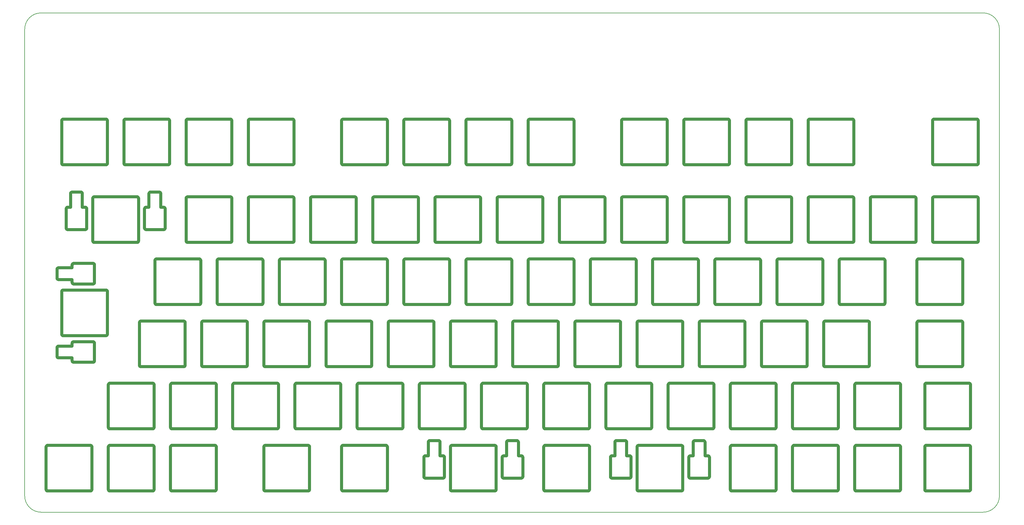
<source format=gbr>
%TF.GenerationSoftware,KiCad,Pcbnew,(6.0.2)*%
%TF.CreationDate,2022-03-06T23:11:41-03:00*%
%TF.ProjectId,BitterDevPlate,42697474-6572-4446-9576-506c6174652e,rev?*%
%TF.SameCoordinates,Original*%
%TF.FileFunction,Profile,NP*%
%FSLAX46Y46*%
G04 Gerber Fmt 4.6, Leading zero omitted, Abs format (unit mm)*
G04 Created by KiCad (PCBNEW (6.0.2)) date 2022-03-06 23:11:41*
%MOMM*%
%LPD*%
G01*
G04 APERTURE LIST*
%TA.AperFunction,Profile*%
%ADD10C,0.944881*%
%TD*%
%TA.AperFunction,Profile*%
%ADD11C,0.200000*%
%TD*%
G04 APERTURE END LIST*
D10*
X311386773Y-78737642D02*
X311386773Y-78737642D01*
X311386773Y-78737642D02*
X311386773Y-78737642D01*
X311386773Y-78737642D02*
X311386773Y-65737643D01*
X311386773Y-65737643D02*
X311386773Y-65737643D01*
X311386773Y-65737643D02*
X311386159Y-65712849D01*
X311386159Y-65712849D02*
X311384326Y-65688224D01*
X311384326Y-65688224D02*
X311381293Y-65663808D01*
X311381293Y-65663808D02*
X311377077Y-65639642D01*
X311377077Y-65639642D02*
X311371694Y-65615768D01*
X311371694Y-65615768D02*
X311365160Y-65592225D01*
X311365160Y-65592225D02*
X311357495Y-65569056D01*
X311357495Y-65569056D02*
X311348713Y-65546301D01*
X311348713Y-65546301D02*
X311338832Y-65524001D01*
X311338832Y-65524001D02*
X311327870Y-65502198D01*
X311327870Y-65502198D02*
X311315842Y-65480931D01*
X311315842Y-65480931D02*
X311302767Y-65460243D01*
X311302767Y-65460243D02*
X311288661Y-65440173D01*
X311288661Y-65440173D02*
X311273541Y-65420764D01*
X311273541Y-65420764D02*
X311257424Y-65402056D01*
X311257424Y-65402056D02*
X311240326Y-65384090D01*
X311240326Y-65384090D02*
X311240326Y-65384090D01*
X311240326Y-65384090D02*
X311222360Y-65366992D01*
X311222360Y-65366992D02*
X311203652Y-65350875D01*
X311203652Y-65350875D02*
X311184243Y-65335755D01*
X311184243Y-65335755D02*
X311164173Y-65321649D01*
X311164173Y-65321649D02*
X311143485Y-65308574D01*
X311143485Y-65308574D02*
X311122218Y-65296546D01*
X311122218Y-65296546D02*
X311100415Y-65285584D01*
X311100415Y-65285584D02*
X311078115Y-65275703D01*
X311078115Y-65275703D02*
X311055360Y-65266921D01*
X311055360Y-65266921D02*
X311032191Y-65259256D01*
X311032191Y-65259256D02*
X311008648Y-65252722D01*
X311008648Y-65252722D02*
X310984774Y-65247339D01*
X310984774Y-65247339D02*
X310960608Y-65243123D01*
X310960608Y-65243123D02*
X310936192Y-65240090D01*
X310936192Y-65240090D02*
X310911567Y-65238257D01*
X310911567Y-65238257D02*
X310886773Y-65237643D01*
X310886773Y-65237643D02*
X310886773Y-65237643D01*
X310886773Y-65237643D02*
X297886774Y-65237643D01*
X297886774Y-65237643D02*
X297886774Y-65237643D01*
X297886774Y-65237643D02*
X297861980Y-65238257D01*
X297861980Y-65238257D02*
X297837355Y-65240090D01*
X297837355Y-65240090D02*
X297812939Y-65243123D01*
X297812939Y-65243123D02*
X297788773Y-65247339D01*
X297788773Y-65247339D02*
X297764899Y-65252722D01*
X297764899Y-65252722D02*
X297741356Y-65259256D01*
X297741356Y-65259256D02*
X297718187Y-65266921D01*
X297718187Y-65266921D02*
X297695432Y-65275703D01*
X297695432Y-65275703D02*
X297673132Y-65285584D01*
X297673132Y-65285584D02*
X297651328Y-65296546D01*
X297651328Y-65296546D02*
X297630062Y-65308574D01*
X297630062Y-65308574D02*
X297609373Y-65321649D01*
X297609373Y-65321649D02*
X297589304Y-65335755D01*
X297589304Y-65335755D02*
X297569895Y-65350875D01*
X297569895Y-65350875D02*
X297551186Y-65366992D01*
X297551186Y-65366992D02*
X297533220Y-65384090D01*
X297533220Y-65384090D02*
X297533220Y-65384090D01*
X297533220Y-65384090D02*
X297516123Y-65402056D01*
X297516123Y-65402056D02*
X297500006Y-65420764D01*
X297500006Y-65420764D02*
X297484886Y-65440173D01*
X297484886Y-65440173D02*
X297470780Y-65460243D01*
X297470780Y-65460243D02*
X297457704Y-65480931D01*
X297457704Y-65480931D02*
X297445677Y-65502198D01*
X297445677Y-65502198D02*
X297434715Y-65524001D01*
X297434715Y-65524001D02*
X297424834Y-65546301D01*
X297424834Y-65546301D02*
X297416052Y-65569056D01*
X297416052Y-65569056D02*
X297408386Y-65592225D01*
X297408386Y-65592225D02*
X297401853Y-65615768D01*
X297401853Y-65615768D02*
X297396470Y-65639642D01*
X297396470Y-65639642D02*
X297392253Y-65663808D01*
X297392253Y-65663808D02*
X297389221Y-65688224D01*
X297389221Y-65688224D02*
X297387388Y-65712849D01*
X297387388Y-65712849D02*
X297386774Y-65737643D01*
X297386774Y-65737643D02*
X297386774Y-65737643D01*
X297386774Y-65737643D02*
X297386774Y-78737642D01*
X297386774Y-78737642D02*
X297386774Y-78737642D01*
X297386774Y-78737642D02*
X297387388Y-78762436D01*
X297387388Y-78762436D02*
X297389221Y-78787061D01*
X297389221Y-78787061D02*
X297392253Y-78811477D01*
X297392253Y-78811477D02*
X297396470Y-78835643D01*
X297396470Y-78835643D02*
X297401853Y-78859517D01*
X297401853Y-78859517D02*
X297408386Y-78883060D01*
X297408386Y-78883060D02*
X297416052Y-78906229D01*
X297416052Y-78906229D02*
X297424834Y-78928984D01*
X297424834Y-78928984D02*
X297434715Y-78951284D01*
X297434715Y-78951284D02*
X297445677Y-78973088D01*
X297445677Y-78973088D02*
X297457704Y-78994354D01*
X297457704Y-78994354D02*
X297470780Y-79015043D01*
X297470780Y-79015043D02*
X297484886Y-79035112D01*
X297484886Y-79035112D02*
X297500006Y-79054521D01*
X297500006Y-79054521D02*
X297516123Y-79073230D01*
X297516123Y-79073230D02*
X297533220Y-79091196D01*
X297533220Y-79091196D02*
X297533220Y-79091196D01*
X297533220Y-79091196D02*
X297551186Y-79108293D01*
X297551186Y-79108293D02*
X297569895Y-79124410D01*
X297569895Y-79124410D02*
X297589304Y-79139530D01*
X297589304Y-79139530D02*
X297609373Y-79153636D01*
X297609373Y-79153636D02*
X297630062Y-79166712D01*
X297630062Y-79166712D02*
X297651328Y-79178739D01*
X297651328Y-79178739D02*
X297673132Y-79189701D01*
X297673132Y-79189701D02*
X297695432Y-79199582D01*
X297695432Y-79199582D02*
X297718187Y-79208364D01*
X297718187Y-79208364D02*
X297741356Y-79216030D01*
X297741356Y-79216030D02*
X297764899Y-79222563D01*
X297764899Y-79222563D02*
X297788773Y-79227946D01*
X297788773Y-79227946D02*
X297812939Y-79232163D01*
X297812939Y-79232163D02*
X297837355Y-79235195D01*
X297837355Y-79235195D02*
X297861980Y-79237028D01*
X297861980Y-79237028D02*
X297886774Y-79237642D01*
X297886774Y-79237642D02*
X297886774Y-79237642D01*
X297886774Y-79237642D02*
X310886773Y-79237642D01*
X310886773Y-79237642D02*
X310886773Y-79237642D01*
X310886773Y-79237642D02*
X310911567Y-79237028D01*
X310911567Y-79237028D02*
X310936192Y-79235195D01*
X310936192Y-79235195D02*
X310960608Y-79232163D01*
X310960608Y-79232163D02*
X310984774Y-79227946D01*
X310984774Y-79227946D02*
X311008648Y-79222563D01*
X311008648Y-79222563D02*
X311032191Y-79216030D01*
X311032191Y-79216030D02*
X311055360Y-79208364D01*
X311055360Y-79208364D02*
X311078115Y-79199582D01*
X311078115Y-79199582D02*
X311100415Y-79189701D01*
X311100415Y-79189701D02*
X311122218Y-79178739D01*
X311122218Y-79178739D02*
X311143485Y-79166712D01*
X311143485Y-79166712D02*
X311164173Y-79153636D01*
X311164173Y-79153636D02*
X311184243Y-79139530D01*
X311184243Y-79139530D02*
X311203652Y-79124410D01*
X311203652Y-79124410D02*
X311222360Y-79108293D01*
X311222360Y-79108293D02*
X311240326Y-79091196D01*
X311240326Y-79091196D02*
X311240326Y-79091196D01*
X311240326Y-79091196D02*
X311257424Y-79073230D01*
X311257424Y-79073230D02*
X311273541Y-79054521D01*
X311273541Y-79054521D02*
X311288661Y-79035112D01*
X311288661Y-79035112D02*
X311302767Y-79015043D01*
X311302767Y-79015043D02*
X311315842Y-78994354D01*
X311315842Y-78994354D02*
X311327870Y-78973088D01*
X311327870Y-78973088D02*
X311338832Y-78951284D01*
X311338832Y-78951284D02*
X311348713Y-78928984D01*
X311348713Y-78928984D02*
X311357495Y-78906229D01*
X311357495Y-78906229D02*
X311365160Y-78883060D01*
X311365160Y-78883060D02*
X311371694Y-78859517D01*
X311371694Y-78859517D02*
X311377077Y-78835643D01*
X311377077Y-78835643D02*
X311381293Y-78811477D01*
X311381293Y-78811477D02*
X311384326Y-78787061D01*
X311384326Y-78787061D02*
X311386159Y-78762436D01*
X311386159Y-78762436D02*
X311386773Y-78737642D01*
X273286778Y-78737642D02*
X273286778Y-78737642D01*
X273286778Y-78737642D02*
X273286778Y-78737642D01*
X273286778Y-78737642D02*
X273286778Y-65737643D01*
X273286778Y-65737643D02*
X273286778Y-65737643D01*
X273286778Y-65737643D02*
X273286164Y-65712849D01*
X273286164Y-65712849D02*
X273284332Y-65688224D01*
X273284332Y-65688224D02*
X273281299Y-65663808D01*
X273281299Y-65663808D02*
X273277082Y-65639642D01*
X273277082Y-65639642D02*
X273271699Y-65615768D01*
X273271699Y-65615768D02*
X273265166Y-65592225D01*
X273265166Y-65592225D02*
X273257500Y-65569056D01*
X273257500Y-65569056D02*
X273248719Y-65546301D01*
X273248719Y-65546301D02*
X273238838Y-65524001D01*
X273238838Y-65524001D02*
X273227876Y-65502198D01*
X273227876Y-65502198D02*
X273215848Y-65480931D01*
X273215848Y-65480931D02*
X273202773Y-65460243D01*
X273202773Y-65460243D02*
X273188667Y-65440173D01*
X273188667Y-65440173D02*
X273173547Y-65420764D01*
X273173547Y-65420764D02*
X273157429Y-65402056D01*
X273157429Y-65402056D02*
X273140332Y-65384090D01*
X273140332Y-65384090D02*
X273140332Y-65384090D01*
X273140332Y-65384090D02*
X273122366Y-65366992D01*
X273122366Y-65366992D02*
X273103657Y-65350875D01*
X273103657Y-65350875D02*
X273084248Y-65335755D01*
X273084248Y-65335755D02*
X273064178Y-65321649D01*
X273064178Y-65321649D02*
X273043490Y-65308574D01*
X273043490Y-65308574D02*
X273022223Y-65296546D01*
X273022223Y-65296546D02*
X273000419Y-65285584D01*
X273000419Y-65285584D02*
X272978119Y-65275703D01*
X272978119Y-65275703D02*
X272955364Y-65266921D01*
X272955364Y-65266921D02*
X272932195Y-65259256D01*
X272932195Y-65259256D02*
X272908653Y-65252722D01*
X272908653Y-65252722D02*
X272884778Y-65247339D01*
X272884778Y-65247339D02*
X272860613Y-65243123D01*
X272860613Y-65243123D02*
X272836197Y-65240090D01*
X272836197Y-65240090D02*
X272811572Y-65238257D01*
X272811572Y-65238257D02*
X272786778Y-65237643D01*
X272786778Y-65237643D02*
X272786778Y-65237643D01*
X272786778Y-65237643D02*
X259786778Y-65237643D01*
X259786778Y-65237643D02*
X259786778Y-65237643D01*
X259786778Y-65237643D02*
X259761985Y-65238257D01*
X259761985Y-65238257D02*
X259737360Y-65240090D01*
X259737360Y-65240090D02*
X259712944Y-65243123D01*
X259712944Y-65243123D02*
X259688778Y-65247339D01*
X259688778Y-65247339D02*
X259664904Y-65252722D01*
X259664904Y-65252722D02*
X259641362Y-65259256D01*
X259641362Y-65259256D02*
X259618192Y-65266921D01*
X259618192Y-65266921D02*
X259595437Y-65275703D01*
X259595437Y-65275703D02*
X259573138Y-65285584D01*
X259573138Y-65285584D02*
X259551334Y-65296546D01*
X259551334Y-65296546D02*
X259530067Y-65308574D01*
X259530067Y-65308574D02*
X259509378Y-65321649D01*
X259509378Y-65321649D02*
X259489309Y-65335755D01*
X259489309Y-65335755D02*
X259469899Y-65350875D01*
X259469899Y-65350875D02*
X259451191Y-65366992D01*
X259451191Y-65366992D02*
X259433225Y-65384090D01*
X259433225Y-65384090D02*
X259433225Y-65384090D01*
X259433225Y-65384090D02*
X259416127Y-65402056D01*
X259416127Y-65402056D02*
X259400010Y-65420764D01*
X259400010Y-65420764D02*
X259384890Y-65440173D01*
X259384890Y-65440173D02*
X259370784Y-65460243D01*
X259370784Y-65460243D02*
X259357708Y-65480931D01*
X259357708Y-65480931D02*
X259345681Y-65502198D01*
X259345681Y-65502198D02*
X259334719Y-65524001D01*
X259334719Y-65524001D02*
X259324838Y-65546301D01*
X259324838Y-65546301D02*
X259316056Y-65569056D01*
X259316056Y-65569056D02*
X259308391Y-65592225D01*
X259308391Y-65592225D02*
X259301858Y-65615768D01*
X259301858Y-65615768D02*
X259296474Y-65639642D01*
X259296474Y-65639642D02*
X259292258Y-65663808D01*
X259292258Y-65663808D02*
X259289225Y-65688224D01*
X259289225Y-65688224D02*
X259287393Y-65712849D01*
X259287393Y-65712849D02*
X259286778Y-65737643D01*
X259286778Y-65737643D02*
X259286778Y-65737643D01*
X259286778Y-65737643D02*
X259286778Y-78737642D01*
X259286778Y-78737642D02*
X259286778Y-78737642D01*
X259286778Y-78737642D02*
X259287393Y-78762436D01*
X259287393Y-78762436D02*
X259289225Y-78787061D01*
X259289225Y-78787061D02*
X259292258Y-78811477D01*
X259292258Y-78811477D02*
X259296474Y-78835643D01*
X259296474Y-78835643D02*
X259301858Y-78859517D01*
X259301858Y-78859517D02*
X259308391Y-78883060D01*
X259308391Y-78883060D02*
X259316056Y-78906229D01*
X259316056Y-78906229D02*
X259324838Y-78928984D01*
X259324838Y-78928984D02*
X259334719Y-78951284D01*
X259334719Y-78951284D02*
X259345681Y-78973088D01*
X259345681Y-78973088D02*
X259357708Y-78994354D01*
X259357708Y-78994354D02*
X259370784Y-79015043D01*
X259370784Y-79015043D02*
X259384890Y-79035112D01*
X259384890Y-79035112D02*
X259400010Y-79054521D01*
X259400010Y-79054521D02*
X259416127Y-79073230D01*
X259416127Y-79073230D02*
X259433225Y-79091196D01*
X259433225Y-79091196D02*
X259433225Y-79091196D01*
X259433225Y-79091196D02*
X259451191Y-79108293D01*
X259451191Y-79108293D02*
X259469899Y-79124410D01*
X259469899Y-79124410D02*
X259489309Y-79139530D01*
X259489309Y-79139530D02*
X259509378Y-79153636D01*
X259509378Y-79153636D02*
X259530067Y-79166712D01*
X259530067Y-79166712D02*
X259551334Y-79178739D01*
X259551334Y-79178739D02*
X259573138Y-79189701D01*
X259573138Y-79189701D02*
X259595437Y-79199582D01*
X259595437Y-79199582D02*
X259618192Y-79208364D01*
X259618192Y-79208364D02*
X259641362Y-79216030D01*
X259641362Y-79216030D02*
X259664904Y-79222563D01*
X259664904Y-79222563D02*
X259688778Y-79227946D01*
X259688778Y-79227946D02*
X259712944Y-79232163D01*
X259712944Y-79232163D02*
X259737360Y-79235195D01*
X259737360Y-79235195D02*
X259761985Y-79237028D01*
X259761985Y-79237028D02*
X259786778Y-79237642D01*
X259786778Y-79237642D02*
X259786778Y-79237642D01*
X259786778Y-79237642D02*
X272786778Y-79237642D01*
X272786778Y-79237642D02*
X272786778Y-79237642D01*
X272786778Y-79237642D02*
X272811572Y-79237028D01*
X272811572Y-79237028D02*
X272836197Y-79235195D01*
X272836197Y-79235195D02*
X272860613Y-79232163D01*
X272860613Y-79232163D02*
X272884778Y-79227946D01*
X272884778Y-79227946D02*
X272908653Y-79222563D01*
X272908653Y-79222563D02*
X272932195Y-79216030D01*
X272932195Y-79216030D02*
X272955364Y-79208364D01*
X272955364Y-79208364D02*
X272978119Y-79199582D01*
X272978119Y-79199582D02*
X273000419Y-79189701D01*
X273000419Y-79189701D02*
X273022223Y-79178739D01*
X273022223Y-79178739D02*
X273043490Y-79166712D01*
X273043490Y-79166712D02*
X273064178Y-79153636D01*
X273064178Y-79153636D02*
X273084248Y-79139530D01*
X273084248Y-79139530D02*
X273103657Y-79124410D01*
X273103657Y-79124410D02*
X273122366Y-79108293D01*
X273122366Y-79108293D02*
X273140332Y-79091196D01*
X273140332Y-79091196D02*
X273140332Y-79091196D01*
X273140332Y-79091196D02*
X273157429Y-79073230D01*
X273157429Y-79073230D02*
X273173547Y-79054521D01*
X273173547Y-79054521D02*
X273188667Y-79035112D01*
X273188667Y-79035112D02*
X273202773Y-79015043D01*
X273202773Y-79015043D02*
X273215848Y-78994354D01*
X273215848Y-78994354D02*
X273227876Y-78973088D01*
X273227876Y-78973088D02*
X273238838Y-78951284D01*
X273238838Y-78951284D02*
X273248719Y-78928984D01*
X273248719Y-78928984D02*
X273257500Y-78906229D01*
X273257500Y-78906229D02*
X273265166Y-78883060D01*
X273265166Y-78883060D02*
X273271699Y-78859517D01*
X273271699Y-78859517D02*
X273277082Y-78835643D01*
X273277082Y-78835643D02*
X273281299Y-78811477D01*
X273281299Y-78811477D02*
X273284332Y-78787061D01*
X273284332Y-78787061D02*
X273286164Y-78762436D01*
X273286164Y-78762436D02*
X273286778Y-78737642D01*
X254236775Y-78737642D02*
X254236775Y-78737642D01*
X254236775Y-78737642D02*
X254236775Y-78737642D01*
X254236775Y-78737642D02*
X254236775Y-65737643D01*
X254236775Y-65737643D02*
X254236775Y-65737643D01*
X254236775Y-65737643D02*
X254236161Y-65712849D01*
X254236161Y-65712849D02*
X254234329Y-65688224D01*
X254234329Y-65688224D02*
X254231296Y-65663808D01*
X254231296Y-65663808D02*
X254227079Y-65639642D01*
X254227079Y-65639642D02*
X254221696Y-65615768D01*
X254221696Y-65615768D02*
X254215163Y-65592225D01*
X254215163Y-65592225D02*
X254207497Y-65569056D01*
X254207497Y-65569056D02*
X254198716Y-65546301D01*
X254198716Y-65546301D02*
X254188835Y-65524001D01*
X254188835Y-65524001D02*
X254177873Y-65502198D01*
X254177873Y-65502198D02*
X254165845Y-65480931D01*
X254165845Y-65480931D02*
X254152770Y-65460243D01*
X254152770Y-65460243D02*
X254138664Y-65440173D01*
X254138664Y-65440173D02*
X254123544Y-65420764D01*
X254123544Y-65420764D02*
X254107426Y-65402056D01*
X254107426Y-65402056D02*
X254090329Y-65384090D01*
X254090329Y-65384090D02*
X254090329Y-65384090D01*
X254090329Y-65384090D02*
X254072363Y-65366992D01*
X254072363Y-65366992D02*
X254053654Y-65350875D01*
X254053654Y-65350875D02*
X254034245Y-65335755D01*
X254034245Y-65335755D02*
X254014175Y-65321649D01*
X254014175Y-65321649D02*
X253993487Y-65308574D01*
X253993487Y-65308574D02*
X253972220Y-65296546D01*
X253972220Y-65296546D02*
X253950416Y-65285584D01*
X253950416Y-65285584D02*
X253928116Y-65275703D01*
X253928116Y-65275703D02*
X253905361Y-65266921D01*
X253905361Y-65266921D02*
X253882192Y-65259256D01*
X253882192Y-65259256D02*
X253858650Y-65252722D01*
X253858650Y-65252722D02*
X253834775Y-65247339D01*
X253834775Y-65247339D02*
X253810609Y-65243123D01*
X253810609Y-65243123D02*
X253786194Y-65240090D01*
X253786194Y-65240090D02*
X253761569Y-65238257D01*
X253761569Y-65238257D02*
X253736775Y-65237643D01*
X253736775Y-65237643D02*
X253736775Y-65237643D01*
X253736775Y-65237643D02*
X240736779Y-65237643D01*
X240736779Y-65237643D02*
X240736779Y-65237643D01*
X240736779Y-65237643D02*
X240711986Y-65238257D01*
X240711986Y-65238257D02*
X240687361Y-65240090D01*
X240687361Y-65240090D02*
X240662945Y-65243123D01*
X240662945Y-65243123D02*
X240638779Y-65247339D01*
X240638779Y-65247339D02*
X240614904Y-65252722D01*
X240614904Y-65252722D02*
X240591361Y-65259256D01*
X240591361Y-65259256D02*
X240568192Y-65266921D01*
X240568192Y-65266921D02*
X240545437Y-65275703D01*
X240545437Y-65275703D02*
X240523137Y-65285584D01*
X240523137Y-65285584D02*
X240501333Y-65296546D01*
X240501333Y-65296546D02*
X240480066Y-65308574D01*
X240480066Y-65308574D02*
X240459378Y-65321649D01*
X240459378Y-65321649D02*
X240439308Y-65335755D01*
X240439308Y-65335755D02*
X240419899Y-65350875D01*
X240419899Y-65350875D02*
X240401191Y-65366992D01*
X240401191Y-65366992D02*
X240383225Y-65384090D01*
X240383225Y-65384090D02*
X240383225Y-65384090D01*
X240383225Y-65384090D02*
X240366129Y-65402056D01*
X240366129Y-65402056D02*
X240350012Y-65420764D01*
X240350012Y-65420764D02*
X240334892Y-65440173D01*
X240334892Y-65440173D02*
X240320786Y-65460243D01*
X240320786Y-65460243D02*
X240307711Y-65480931D01*
X240307711Y-65480931D02*
X240295683Y-65502198D01*
X240295683Y-65502198D02*
X240284721Y-65524001D01*
X240284721Y-65524001D02*
X240274840Y-65546301D01*
X240274840Y-65546301D02*
X240266058Y-65569056D01*
X240266058Y-65569056D02*
X240258392Y-65592225D01*
X240258392Y-65592225D02*
X240251859Y-65615768D01*
X240251859Y-65615768D02*
X240246476Y-65639642D01*
X240246476Y-65639642D02*
X240242259Y-65663808D01*
X240242259Y-65663808D02*
X240239226Y-65688224D01*
X240239226Y-65688224D02*
X240237394Y-65712849D01*
X240237394Y-65712849D02*
X240236779Y-65737643D01*
X240236779Y-65737643D02*
X240236779Y-65737643D01*
X240236779Y-65737643D02*
X240236779Y-78737642D01*
X240236779Y-78737642D02*
X240236779Y-78737642D01*
X240236779Y-78737642D02*
X240237394Y-78762436D01*
X240237394Y-78762436D02*
X240239226Y-78787061D01*
X240239226Y-78787061D02*
X240242259Y-78811477D01*
X240242259Y-78811477D02*
X240246476Y-78835643D01*
X240246476Y-78835643D02*
X240251859Y-78859517D01*
X240251859Y-78859517D02*
X240258392Y-78883060D01*
X240258392Y-78883060D02*
X240266058Y-78906229D01*
X240266058Y-78906229D02*
X240274840Y-78928984D01*
X240274840Y-78928984D02*
X240284721Y-78951284D01*
X240284721Y-78951284D02*
X240295683Y-78973088D01*
X240295683Y-78973088D02*
X240307711Y-78994354D01*
X240307711Y-78994354D02*
X240320786Y-79015043D01*
X240320786Y-79015043D02*
X240334892Y-79035112D01*
X240334892Y-79035112D02*
X240350012Y-79054521D01*
X240350012Y-79054521D02*
X240366129Y-79073230D01*
X240366129Y-79073230D02*
X240383225Y-79091196D01*
X240383225Y-79091196D02*
X240383225Y-79091196D01*
X240383225Y-79091196D02*
X240401191Y-79108293D01*
X240401191Y-79108293D02*
X240419899Y-79124410D01*
X240419899Y-79124410D02*
X240439308Y-79139530D01*
X240439308Y-79139530D02*
X240459378Y-79153636D01*
X240459378Y-79153636D02*
X240480066Y-79166712D01*
X240480066Y-79166712D02*
X240501333Y-79178739D01*
X240501333Y-79178739D02*
X240523137Y-79189701D01*
X240523137Y-79189701D02*
X240545437Y-79199582D01*
X240545437Y-79199582D02*
X240568192Y-79208364D01*
X240568192Y-79208364D02*
X240591361Y-79216030D01*
X240591361Y-79216030D02*
X240614904Y-79222563D01*
X240614904Y-79222563D02*
X240638779Y-79227946D01*
X240638779Y-79227946D02*
X240662945Y-79232163D01*
X240662945Y-79232163D02*
X240687361Y-79235195D01*
X240687361Y-79235195D02*
X240711986Y-79237028D01*
X240711986Y-79237028D02*
X240736779Y-79237642D01*
X240736779Y-79237642D02*
X240736779Y-79237642D01*
X240736779Y-79237642D02*
X253736775Y-79237642D01*
X253736775Y-79237642D02*
X253736775Y-79237642D01*
X253736775Y-79237642D02*
X253761569Y-79237028D01*
X253761569Y-79237028D02*
X253786194Y-79235195D01*
X253786194Y-79235195D02*
X253810609Y-79232163D01*
X253810609Y-79232163D02*
X253834775Y-79227946D01*
X253834775Y-79227946D02*
X253858650Y-79222563D01*
X253858650Y-79222563D02*
X253882192Y-79216030D01*
X253882192Y-79216030D02*
X253905361Y-79208364D01*
X253905361Y-79208364D02*
X253928116Y-79199582D01*
X253928116Y-79199582D02*
X253950416Y-79189701D01*
X253950416Y-79189701D02*
X253972220Y-79178739D01*
X253972220Y-79178739D02*
X253993487Y-79166712D01*
X253993487Y-79166712D02*
X254014175Y-79153636D01*
X254014175Y-79153636D02*
X254034245Y-79139530D01*
X254034245Y-79139530D02*
X254053654Y-79124410D01*
X254053654Y-79124410D02*
X254072363Y-79108293D01*
X254072363Y-79108293D02*
X254090329Y-79091196D01*
X254090329Y-79091196D02*
X254090329Y-79091196D01*
X254090329Y-79091196D02*
X254107426Y-79073230D01*
X254107426Y-79073230D02*
X254123544Y-79054521D01*
X254123544Y-79054521D02*
X254138664Y-79035112D01*
X254138664Y-79035112D02*
X254152770Y-79015043D01*
X254152770Y-79015043D02*
X254165845Y-78994354D01*
X254165845Y-78994354D02*
X254177873Y-78973088D01*
X254177873Y-78973088D02*
X254188835Y-78951284D01*
X254188835Y-78951284D02*
X254198716Y-78928984D01*
X254198716Y-78928984D02*
X254207497Y-78906229D01*
X254207497Y-78906229D02*
X254215163Y-78883060D01*
X254215163Y-78883060D02*
X254221696Y-78859517D01*
X254221696Y-78859517D02*
X254227079Y-78835643D01*
X254227079Y-78835643D02*
X254231296Y-78811477D01*
X254231296Y-78811477D02*
X254234329Y-78787061D01*
X254234329Y-78787061D02*
X254236161Y-78762436D01*
X254236161Y-78762436D02*
X254236775Y-78737642D01*
X235186784Y-78737642D02*
X235186784Y-78737642D01*
X235186784Y-78737642D02*
X235186784Y-78737642D01*
X235186784Y-78737642D02*
X235186784Y-65737643D01*
X235186784Y-65737643D02*
X235186784Y-65737643D01*
X235186784Y-65737643D02*
X235186169Y-65712849D01*
X235186169Y-65712849D02*
X235184337Y-65688224D01*
X235184337Y-65688224D02*
X235181304Y-65663808D01*
X235181304Y-65663808D02*
X235177087Y-65639642D01*
X235177087Y-65639642D02*
X235171704Y-65615768D01*
X235171704Y-65615768D02*
X235165170Y-65592225D01*
X235165170Y-65592225D02*
X235157504Y-65569056D01*
X235157504Y-65569056D02*
X235148723Y-65546301D01*
X235148723Y-65546301D02*
X235138842Y-65524001D01*
X235138842Y-65524001D02*
X235127879Y-65502198D01*
X235127879Y-65502198D02*
X235115852Y-65480931D01*
X235115852Y-65480931D02*
X235102777Y-65460243D01*
X235102777Y-65460243D02*
X235088671Y-65440173D01*
X235088671Y-65440173D02*
X235073551Y-65420764D01*
X235073551Y-65420764D02*
X235057434Y-65402056D01*
X235057434Y-65402056D02*
X235040337Y-65384090D01*
X235040337Y-65384090D02*
X235040337Y-65384090D01*
X235040337Y-65384090D02*
X235022372Y-65366992D01*
X235022372Y-65366992D02*
X235003664Y-65350875D01*
X235003664Y-65350875D02*
X234984255Y-65335755D01*
X234984255Y-65335755D02*
X234964185Y-65321649D01*
X234964185Y-65321649D02*
X234943497Y-65308574D01*
X234943497Y-65308574D02*
X234922230Y-65296546D01*
X234922230Y-65296546D02*
X234900426Y-65285584D01*
X234900426Y-65285584D02*
X234878126Y-65275703D01*
X234878126Y-65275703D02*
X234855371Y-65266921D01*
X234855371Y-65266921D02*
X234832201Y-65259256D01*
X234832201Y-65259256D02*
X234808659Y-65252722D01*
X234808659Y-65252722D02*
X234784784Y-65247339D01*
X234784784Y-65247339D02*
X234760618Y-65243123D01*
X234760618Y-65243123D02*
X234736202Y-65240090D01*
X234736202Y-65240090D02*
X234711577Y-65238257D01*
X234711577Y-65238257D02*
X234686784Y-65237643D01*
X234686784Y-65237643D02*
X234686784Y-65237643D01*
X234686784Y-65237643D02*
X221686784Y-65237643D01*
X221686784Y-65237643D02*
X221686784Y-65237643D01*
X221686784Y-65237643D02*
X221661990Y-65238257D01*
X221661990Y-65238257D02*
X221637365Y-65240090D01*
X221637365Y-65240090D02*
X221612949Y-65243123D01*
X221612949Y-65243123D02*
X221588783Y-65247339D01*
X221588783Y-65247339D02*
X221564909Y-65252722D01*
X221564909Y-65252722D02*
X221541366Y-65259256D01*
X221541366Y-65259256D02*
X221518197Y-65266921D01*
X221518197Y-65266921D02*
X221495441Y-65275703D01*
X221495441Y-65275703D02*
X221473141Y-65285584D01*
X221473141Y-65285584D02*
X221451337Y-65296546D01*
X221451337Y-65296546D02*
X221430071Y-65308574D01*
X221430071Y-65308574D02*
X221409382Y-65321649D01*
X221409382Y-65321649D02*
X221389313Y-65335755D01*
X221389313Y-65335755D02*
X221369904Y-65350875D01*
X221369904Y-65350875D02*
X221351196Y-65366992D01*
X221351196Y-65366992D02*
X221333230Y-65384090D01*
X221333230Y-65384090D02*
X221333230Y-65384090D01*
X221333230Y-65384090D02*
X221316133Y-65402056D01*
X221316133Y-65402056D02*
X221300016Y-65420764D01*
X221300016Y-65420764D02*
X221284897Y-65440173D01*
X221284897Y-65440173D02*
X221270790Y-65460243D01*
X221270790Y-65460243D02*
X221257715Y-65480931D01*
X221257715Y-65480931D02*
X221245688Y-65502198D01*
X221245688Y-65502198D02*
X221234725Y-65524001D01*
X221234725Y-65524001D02*
X221224845Y-65546301D01*
X221224845Y-65546301D02*
X221216063Y-65569056D01*
X221216063Y-65569056D02*
X221208397Y-65592225D01*
X221208397Y-65592225D02*
X221201864Y-65615768D01*
X221201864Y-65615768D02*
X221196480Y-65639642D01*
X221196480Y-65639642D02*
X221192263Y-65663808D01*
X221192263Y-65663808D02*
X221189230Y-65688224D01*
X221189230Y-65688224D02*
X221187398Y-65712849D01*
X221187398Y-65712849D02*
X221186784Y-65737643D01*
X221186784Y-65737643D02*
X221186784Y-65737643D01*
X221186784Y-65737643D02*
X221186784Y-78737642D01*
X221186784Y-78737642D02*
X221186784Y-78737642D01*
X221186784Y-78737642D02*
X221187398Y-78762436D01*
X221187398Y-78762436D02*
X221189230Y-78787061D01*
X221189230Y-78787061D02*
X221192263Y-78811477D01*
X221192263Y-78811477D02*
X221196480Y-78835643D01*
X221196480Y-78835643D02*
X221201864Y-78859517D01*
X221201864Y-78859517D02*
X221208397Y-78883060D01*
X221208397Y-78883060D02*
X221216063Y-78906229D01*
X221216063Y-78906229D02*
X221224845Y-78928984D01*
X221224845Y-78928984D02*
X221234725Y-78951284D01*
X221234725Y-78951284D02*
X221245688Y-78973088D01*
X221245688Y-78973088D02*
X221257715Y-78994354D01*
X221257715Y-78994354D02*
X221270790Y-79015043D01*
X221270790Y-79015043D02*
X221284897Y-79035112D01*
X221284897Y-79035112D02*
X221300016Y-79054521D01*
X221300016Y-79054521D02*
X221316133Y-79073230D01*
X221316133Y-79073230D02*
X221333230Y-79091196D01*
X221333230Y-79091196D02*
X221333230Y-79091196D01*
X221333230Y-79091196D02*
X221351196Y-79108293D01*
X221351196Y-79108293D02*
X221369904Y-79124410D01*
X221369904Y-79124410D02*
X221389313Y-79139530D01*
X221389313Y-79139530D02*
X221409382Y-79153636D01*
X221409382Y-79153636D02*
X221430071Y-79166712D01*
X221430071Y-79166712D02*
X221451337Y-79178739D01*
X221451337Y-79178739D02*
X221473141Y-79189701D01*
X221473141Y-79189701D02*
X221495441Y-79199582D01*
X221495441Y-79199582D02*
X221518197Y-79208364D01*
X221518197Y-79208364D02*
X221541366Y-79216030D01*
X221541366Y-79216030D02*
X221564909Y-79222563D01*
X221564909Y-79222563D02*
X221588783Y-79227946D01*
X221588783Y-79227946D02*
X221612949Y-79232163D01*
X221612949Y-79232163D02*
X221637365Y-79235195D01*
X221637365Y-79235195D02*
X221661990Y-79237028D01*
X221661990Y-79237028D02*
X221686784Y-79237642D01*
X221686784Y-79237642D02*
X221686784Y-79237642D01*
X221686784Y-79237642D02*
X234686784Y-79237642D01*
X234686784Y-79237642D02*
X234686784Y-79237642D01*
X234686784Y-79237642D02*
X234711577Y-79237028D01*
X234711577Y-79237028D02*
X234736202Y-79235195D01*
X234736202Y-79235195D02*
X234760618Y-79232163D01*
X234760618Y-79232163D02*
X234784784Y-79227946D01*
X234784784Y-79227946D02*
X234808659Y-79222563D01*
X234808659Y-79222563D02*
X234832201Y-79216030D01*
X234832201Y-79216030D02*
X234855371Y-79208364D01*
X234855371Y-79208364D02*
X234878126Y-79199582D01*
X234878126Y-79199582D02*
X234900426Y-79189701D01*
X234900426Y-79189701D02*
X234922230Y-79178739D01*
X234922230Y-79178739D02*
X234943497Y-79166712D01*
X234943497Y-79166712D02*
X234964185Y-79153636D01*
X234964185Y-79153636D02*
X234984255Y-79139530D01*
X234984255Y-79139530D02*
X235003664Y-79124410D01*
X235003664Y-79124410D02*
X235022372Y-79108293D01*
X235022372Y-79108293D02*
X235040337Y-79091196D01*
X235040337Y-79091196D02*
X235040337Y-79091196D01*
X235040337Y-79091196D02*
X235057434Y-79073230D01*
X235057434Y-79073230D02*
X235073551Y-79054521D01*
X235073551Y-79054521D02*
X235088671Y-79035112D01*
X235088671Y-79035112D02*
X235102777Y-79015043D01*
X235102777Y-79015043D02*
X235115852Y-78994354D01*
X235115852Y-78994354D02*
X235127879Y-78973088D01*
X235127879Y-78973088D02*
X235138842Y-78951284D01*
X235138842Y-78951284D02*
X235148723Y-78928984D01*
X235148723Y-78928984D02*
X235157504Y-78906229D01*
X235157504Y-78906229D02*
X235165170Y-78883060D01*
X235165170Y-78883060D02*
X235171704Y-78859517D01*
X235171704Y-78859517D02*
X235177087Y-78835643D01*
X235177087Y-78835643D02*
X235181304Y-78811477D01*
X235181304Y-78811477D02*
X235184337Y-78787061D01*
X235184337Y-78787061D02*
X235186169Y-78762436D01*
X235186169Y-78762436D02*
X235186784Y-78737642D01*
X216136781Y-78737642D02*
X216136781Y-78737642D01*
X216136781Y-78737642D02*
X216136781Y-78737642D01*
X216136781Y-78737642D02*
X216136781Y-65737643D01*
X216136781Y-65737643D02*
X216136781Y-65737643D01*
X216136781Y-65737643D02*
X216136166Y-65712849D01*
X216136166Y-65712849D02*
X216134334Y-65688224D01*
X216134334Y-65688224D02*
X216131301Y-65663808D01*
X216131301Y-65663808D02*
X216127084Y-65639642D01*
X216127084Y-65639642D02*
X216121701Y-65615768D01*
X216121701Y-65615768D02*
X216115167Y-65592225D01*
X216115167Y-65592225D02*
X216107501Y-65569056D01*
X216107501Y-65569056D02*
X216098719Y-65546301D01*
X216098719Y-65546301D02*
X216088839Y-65524001D01*
X216088839Y-65524001D02*
X216077876Y-65502198D01*
X216077876Y-65502198D02*
X216065849Y-65480931D01*
X216065849Y-65480931D02*
X216052774Y-65460243D01*
X216052774Y-65460243D02*
X216038668Y-65440173D01*
X216038668Y-65440173D02*
X216023548Y-65420764D01*
X216023548Y-65420764D02*
X216007431Y-65402056D01*
X216007431Y-65402056D02*
X215990334Y-65384090D01*
X215990334Y-65384090D02*
X215990334Y-65384090D01*
X215990334Y-65384090D02*
X215972369Y-65366992D01*
X215972369Y-65366992D02*
X215953661Y-65350875D01*
X215953661Y-65350875D02*
X215934252Y-65335755D01*
X215934252Y-65335755D02*
X215914182Y-65321649D01*
X215914182Y-65321649D02*
X215893494Y-65308574D01*
X215893494Y-65308574D02*
X215872227Y-65296546D01*
X215872227Y-65296546D02*
X215850423Y-65285584D01*
X215850423Y-65285584D02*
X215828123Y-65275703D01*
X215828123Y-65275703D02*
X215805368Y-65266921D01*
X215805368Y-65266921D02*
X215782198Y-65259256D01*
X215782198Y-65259256D02*
X215758656Y-65252722D01*
X215758656Y-65252722D02*
X215734781Y-65247339D01*
X215734781Y-65247339D02*
X215710615Y-65243123D01*
X215710615Y-65243123D02*
X215686199Y-65240090D01*
X215686199Y-65240090D02*
X215661574Y-65238257D01*
X215661574Y-65238257D02*
X215636781Y-65237643D01*
X215636781Y-65237643D02*
X215636781Y-65237643D01*
X215636781Y-65237643D02*
X202636781Y-65237643D01*
X202636781Y-65237643D02*
X202636781Y-65237643D01*
X202636781Y-65237643D02*
X202611987Y-65238257D01*
X202611987Y-65238257D02*
X202587362Y-65240090D01*
X202587362Y-65240090D02*
X202562946Y-65243123D01*
X202562946Y-65243123D02*
X202538780Y-65247339D01*
X202538780Y-65247339D02*
X202514905Y-65252722D01*
X202514905Y-65252722D02*
X202491363Y-65259256D01*
X202491363Y-65259256D02*
X202468194Y-65266921D01*
X202468194Y-65266921D02*
X202445438Y-65275703D01*
X202445438Y-65275703D02*
X202423138Y-65285584D01*
X202423138Y-65285584D02*
X202401334Y-65296546D01*
X202401334Y-65296546D02*
X202380068Y-65308574D01*
X202380068Y-65308574D02*
X202359379Y-65321649D01*
X202359379Y-65321649D02*
X202339310Y-65335755D01*
X202339310Y-65335755D02*
X202319901Y-65350875D01*
X202319901Y-65350875D02*
X202301193Y-65366992D01*
X202301193Y-65366992D02*
X202283227Y-65384090D01*
X202283227Y-65384090D02*
X202283227Y-65384090D01*
X202283227Y-65384090D02*
X202266130Y-65402056D01*
X202266130Y-65402056D02*
X202250013Y-65420764D01*
X202250013Y-65420764D02*
X202234893Y-65440173D01*
X202234893Y-65440173D02*
X202220787Y-65460243D01*
X202220787Y-65460243D02*
X202207712Y-65480931D01*
X202207712Y-65480931D02*
X202195685Y-65502198D01*
X202195685Y-65502198D02*
X202184722Y-65524001D01*
X202184722Y-65524001D02*
X202174842Y-65546301D01*
X202174842Y-65546301D02*
X202166060Y-65569056D01*
X202166060Y-65569056D02*
X202158394Y-65592225D01*
X202158394Y-65592225D02*
X202151861Y-65615768D01*
X202151861Y-65615768D02*
X202146477Y-65639642D01*
X202146477Y-65639642D02*
X202142260Y-65663808D01*
X202142260Y-65663808D02*
X202139227Y-65688224D01*
X202139227Y-65688224D02*
X202137395Y-65712849D01*
X202137395Y-65712849D02*
X202136781Y-65737643D01*
X202136781Y-65737643D02*
X202136781Y-65737643D01*
X202136781Y-65737643D02*
X202136781Y-78737642D01*
X202136781Y-78737642D02*
X202136781Y-78737642D01*
X202136781Y-78737642D02*
X202137395Y-78762436D01*
X202137395Y-78762436D02*
X202139227Y-78787061D01*
X202139227Y-78787061D02*
X202142260Y-78811477D01*
X202142260Y-78811477D02*
X202146477Y-78835643D01*
X202146477Y-78835643D02*
X202151861Y-78859517D01*
X202151861Y-78859517D02*
X202158394Y-78883060D01*
X202158394Y-78883060D02*
X202166060Y-78906229D01*
X202166060Y-78906229D02*
X202174842Y-78928984D01*
X202174842Y-78928984D02*
X202184722Y-78951284D01*
X202184722Y-78951284D02*
X202195685Y-78973088D01*
X202195685Y-78973088D02*
X202207712Y-78994354D01*
X202207712Y-78994354D02*
X202220787Y-79015043D01*
X202220787Y-79015043D02*
X202234893Y-79035112D01*
X202234893Y-79035112D02*
X202250013Y-79054521D01*
X202250013Y-79054521D02*
X202266130Y-79073230D01*
X202266130Y-79073230D02*
X202283227Y-79091196D01*
X202283227Y-79091196D02*
X202283227Y-79091196D01*
X202283227Y-79091196D02*
X202301193Y-79108293D01*
X202301193Y-79108293D02*
X202319901Y-79124410D01*
X202319901Y-79124410D02*
X202339310Y-79139530D01*
X202339310Y-79139530D02*
X202359379Y-79153636D01*
X202359379Y-79153636D02*
X202380068Y-79166712D01*
X202380068Y-79166712D02*
X202401334Y-79178739D01*
X202401334Y-79178739D02*
X202423138Y-79189701D01*
X202423138Y-79189701D02*
X202445438Y-79199582D01*
X202445438Y-79199582D02*
X202468194Y-79208364D01*
X202468194Y-79208364D02*
X202491363Y-79216030D01*
X202491363Y-79216030D02*
X202514905Y-79222563D01*
X202514905Y-79222563D02*
X202538780Y-79227946D01*
X202538780Y-79227946D02*
X202562946Y-79232163D01*
X202562946Y-79232163D02*
X202587362Y-79235195D01*
X202587362Y-79235195D02*
X202611987Y-79237028D01*
X202611987Y-79237028D02*
X202636781Y-79237642D01*
X202636781Y-79237642D02*
X202636781Y-79237642D01*
X202636781Y-79237642D02*
X215636781Y-79237642D01*
X215636781Y-79237642D02*
X215636781Y-79237642D01*
X215636781Y-79237642D02*
X215661574Y-79237028D01*
X215661574Y-79237028D02*
X215686199Y-79235195D01*
X215686199Y-79235195D02*
X215710615Y-79232163D01*
X215710615Y-79232163D02*
X215734781Y-79227946D01*
X215734781Y-79227946D02*
X215758656Y-79222563D01*
X215758656Y-79222563D02*
X215782198Y-79216030D01*
X215782198Y-79216030D02*
X215805368Y-79208364D01*
X215805368Y-79208364D02*
X215828123Y-79199582D01*
X215828123Y-79199582D02*
X215850423Y-79189701D01*
X215850423Y-79189701D02*
X215872227Y-79178739D01*
X215872227Y-79178739D02*
X215893494Y-79166712D01*
X215893494Y-79166712D02*
X215914182Y-79153636D01*
X215914182Y-79153636D02*
X215934252Y-79139530D01*
X215934252Y-79139530D02*
X215953661Y-79124410D01*
X215953661Y-79124410D02*
X215972369Y-79108293D01*
X215972369Y-79108293D02*
X215990334Y-79091196D01*
X215990334Y-79091196D02*
X215990334Y-79091196D01*
X215990334Y-79091196D02*
X216007431Y-79073230D01*
X216007431Y-79073230D02*
X216023548Y-79054521D01*
X216023548Y-79054521D02*
X216038668Y-79035112D01*
X216038668Y-79035112D02*
X216052774Y-79015043D01*
X216052774Y-79015043D02*
X216065849Y-78994354D01*
X216065849Y-78994354D02*
X216077876Y-78973088D01*
X216077876Y-78973088D02*
X216088839Y-78951284D01*
X216088839Y-78951284D02*
X216098719Y-78928984D01*
X216098719Y-78928984D02*
X216107501Y-78906229D01*
X216107501Y-78906229D02*
X216115167Y-78883060D01*
X216115167Y-78883060D02*
X216121701Y-78859517D01*
X216121701Y-78859517D02*
X216127084Y-78835643D01*
X216127084Y-78835643D02*
X216131301Y-78811477D01*
X216131301Y-78811477D02*
X216134334Y-78787061D01*
X216134334Y-78787061D02*
X216136166Y-78762436D01*
X216136166Y-78762436D02*
X216136781Y-78737642D01*
X187561784Y-78737642D02*
X187561784Y-78737642D01*
X187561784Y-78737642D02*
X187561784Y-78737642D01*
X187561784Y-78737642D02*
X187561784Y-65737643D01*
X187561784Y-65737643D02*
X187561784Y-65737643D01*
X187561784Y-65737643D02*
X187561169Y-65712849D01*
X187561169Y-65712849D02*
X187559337Y-65688224D01*
X187559337Y-65688224D02*
X187556304Y-65663808D01*
X187556304Y-65663808D02*
X187552087Y-65639642D01*
X187552087Y-65639642D02*
X187546704Y-65615768D01*
X187546704Y-65615768D02*
X187540170Y-65592225D01*
X187540170Y-65592225D02*
X187532504Y-65569056D01*
X187532504Y-65569056D02*
X187523723Y-65546301D01*
X187523723Y-65546301D02*
X187513842Y-65524001D01*
X187513842Y-65524001D02*
X187502879Y-65502198D01*
X187502879Y-65502198D02*
X187490852Y-65480931D01*
X187490852Y-65480931D02*
X187477777Y-65460243D01*
X187477777Y-65460243D02*
X187463671Y-65440173D01*
X187463671Y-65440173D02*
X187448551Y-65420764D01*
X187448551Y-65420764D02*
X187432434Y-65402056D01*
X187432434Y-65402056D02*
X187415337Y-65384090D01*
X187415337Y-65384090D02*
X187415337Y-65384090D01*
X187415337Y-65384090D02*
X187397372Y-65366992D01*
X187397372Y-65366992D02*
X187378664Y-65350875D01*
X187378664Y-65350875D02*
X187359255Y-65335755D01*
X187359255Y-65335755D02*
X187339185Y-65321649D01*
X187339185Y-65321649D02*
X187318497Y-65308574D01*
X187318497Y-65308574D02*
X187297230Y-65296546D01*
X187297230Y-65296546D02*
X187275426Y-65285584D01*
X187275426Y-65285584D02*
X187253126Y-65275703D01*
X187253126Y-65275703D02*
X187230371Y-65266921D01*
X187230371Y-65266921D02*
X187207201Y-65259256D01*
X187207201Y-65259256D02*
X187183659Y-65252722D01*
X187183659Y-65252722D02*
X187159784Y-65247339D01*
X187159784Y-65247339D02*
X187135618Y-65243123D01*
X187135618Y-65243123D02*
X187111202Y-65240090D01*
X187111202Y-65240090D02*
X187086577Y-65238257D01*
X187086577Y-65238257D02*
X187061784Y-65237643D01*
X187061784Y-65237643D02*
X187061784Y-65237643D01*
X187061784Y-65237643D02*
X174061791Y-65237643D01*
X174061791Y-65237643D02*
X174061791Y-65237643D01*
X174061791Y-65237643D02*
X174036997Y-65238257D01*
X174036997Y-65238257D02*
X174012371Y-65240090D01*
X174012371Y-65240090D02*
X173987955Y-65243123D01*
X173987955Y-65243123D02*
X173963789Y-65247339D01*
X173963789Y-65247339D02*
X173939915Y-65252722D01*
X173939915Y-65252722D02*
X173916373Y-65259256D01*
X173916373Y-65259256D02*
X173893204Y-65266921D01*
X173893204Y-65266921D02*
X173870450Y-65275703D01*
X173870450Y-65275703D02*
X173848151Y-65285584D01*
X173848151Y-65285584D02*
X173826348Y-65296546D01*
X173826348Y-65296546D02*
X173805083Y-65308574D01*
X173805083Y-65308574D02*
X173784395Y-65321649D01*
X173784395Y-65321649D02*
X173764327Y-65335755D01*
X173764327Y-65335755D02*
X173744918Y-65350875D01*
X173744918Y-65350875D02*
X173726211Y-65366992D01*
X173726211Y-65366992D02*
X173708245Y-65384090D01*
X173708245Y-65384090D02*
X173708245Y-65384090D01*
X173708245Y-65384090D02*
X173691148Y-65402056D01*
X173691148Y-65402056D02*
X173675031Y-65420764D01*
X173675031Y-65420764D02*
X173659911Y-65440173D01*
X173659911Y-65440173D02*
X173645805Y-65460243D01*
X173645805Y-65460243D02*
X173632729Y-65480931D01*
X173632729Y-65480931D02*
X173620701Y-65502198D01*
X173620701Y-65502198D02*
X173609738Y-65524001D01*
X173609738Y-65524001D02*
X173599856Y-65546301D01*
X173599856Y-65546301D02*
X173591074Y-65569056D01*
X173591074Y-65569056D02*
X173583407Y-65592225D01*
X173583407Y-65592225D02*
X173576873Y-65615768D01*
X173576873Y-65615768D02*
X173571489Y-65639642D01*
X173571489Y-65639642D02*
X173567272Y-65663808D01*
X173567272Y-65663808D02*
X173564238Y-65688224D01*
X173564238Y-65688224D02*
X173562406Y-65712849D01*
X173562406Y-65712849D02*
X173561791Y-65737643D01*
X173561791Y-65737643D02*
X173561791Y-65737643D01*
X173561791Y-65737643D02*
X173561791Y-78737642D01*
X173561791Y-78737642D02*
X173561791Y-78737642D01*
X173561791Y-78737642D02*
X173562406Y-78762436D01*
X173562406Y-78762436D02*
X173564238Y-78787061D01*
X173564238Y-78787061D02*
X173567272Y-78811477D01*
X173567272Y-78811477D02*
X173571489Y-78835643D01*
X173571489Y-78835643D02*
X173576873Y-78859517D01*
X173576873Y-78859517D02*
X173583407Y-78883060D01*
X173583407Y-78883060D02*
X173591074Y-78906229D01*
X173591074Y-78906229D02*
X173599856Y-78928984D01*
X173599856Y-78928984D02*
X173609738Y-78951284D01*
X173609738Y-78951284D02*
X173620701Y-78973088D01*
X173620701Y-78973088D02*
X173632729Y-78994354D01*
X173632729Y-78994354D02*
X173645805Y-79015043D01*
X173645805Y-79015043D02*
X173659911Y-79035112D01*
X173659911Y-79035112D02*
X173675031Y-79054521D01*
X173675031Y-79054521D02*
X173691148Y-79073230D01*
X173691148Y-79073230D02*
X173708245Y-79091196D01*
X173708245Y-79091196D02*
X173708245Y-79091196D01*
X173708245Y-79091196D02*
X173726211Y-79108293D01*
X173726211Y-79108293D02*
X173744918Y-79124410D01*
X173744918Y-79124410D02*
X173764327Y-79139530D01*
X173764327Y-79139530D02*
X173784395Y-79153636D01*
X173784395Y-79153636D02*
X173805083Y-79166712D01*
X173805083Y-79166712D02*
X173826348Y-79178739D01*
X173826348Y-79178739D02*
X173848151Y-79189701D01*
X173848151Y-79189701D02*
X173870450Y-79199582D01*
X173870450Y-79199582D02*
X173893204Y-79208364D01*
X173893204Y-79208364D02*
X173916373Y-79216030D01*
X173916373Y-79216030D02*
X173939915Y-79222563D01*
X173939915Y-79222563D02*
X173963789Y-79227946D01*
X173963789Y-79227946D02*
X173987955Y-79232163D01*
X173987955Y-79232163D02*
X174012371Y-79235195D01*
X174012371Y-79235195D02*
X174036997Y-79237028D01*
X174036997Y-79237028D02*
X174061791Y-79237642D01*
X174061791Y-79237642D02*
X174061791Y-79237642D01*
X174061791Y-79237642D02*
X187061784Y-79237642D01*
X187061784Y-79237642D02*
X187061784Y-79237642D01*
X187061784Y-79237642D02*
X187086577Y-79237028D01*
X187086577Y-79237028D02*
X187111202Y-79235195D01*
X187111202Y-79235195D02*
X187135618Y-79232163D01*
X187135618Y-79232163D02*
X187159784Y-79227946D01*
X187159784Y-79227946D02*
X187183659Y-79222563D01*
X187183659Y-79222563D02*
X187207201Y-79216030D01*
X187207201Y-79216030D02*
X187230371Y-79208364D01*
X187230371Y-79208364D02*
X187253126Y-79199582D01*
X187253126Y-79199582D02*
X187275426Y-79189701D01*
X187275426Y-79189701D02*
X187297230Y-79178739D01*
X187297230Y-79178739D02*
X187318497Y-79166712D01*
X187318497Y-79166712D02*
X187339185Y-79153636D01*
X187339185Y-79153636D02*
X187359255Y-79139530D01*
X187359255Y-79139530D02*
X187378664Y-79124410D01*
X187378664Y-79124410D02*
X187397372Y-79108293D01*
X187397372Y-79108293D02*
X187415337Y-79091196D01*
X187415337Y-79091196D02*
X187415337Y-79091196D01*
X187415337Y-79091196D02*
X187432434Y-79073230D01*
X187432434Y-79073230D02*
X187448551Y-79054521D01*
X187448551Y-79054521D02*
X187463671Y-79035112D01*
X187463671Y-79035112D02*
X187477777Y-79015043D01*
X187477777Y-79015043D02*
X187490852Y-78994354D01*
X187490852Y-78994354D02*
X187502879Y-78973088D01*
X187502879Y-78973088D02*
X187513842Y-78951284D01*
X187513842Y-78951284D02*
X187523723Y-78928984D01*
X187523723Y-78928984D02*
X187532504Y-78906229D01*
X187532504Y-78906229D02*
X187540170Y-78883060D01*
X187540170Y-78883060D02*
X187546704Y-78859517D01*
X187546704Y-78859517D02*
X187552087Y-78835643D01*
X187552087Y-78835643D02*
X187556304Y-78811477D01*
X187556304Y-78811477D02*
X187559337Y-78787061D01*
X187559337Y-78787061D02*
X187561169Y-78762436D01*
X187561169Y-78762436D02*
X187561784Y-78737642D01*
X168511788Y-78737642D02*
X168511788Y-78737642D01*
X168511788Y-78737642D02*
X168511788Y-78737642D01*
X168511788Y-78737642D02*
X168511788Y-65737643D01*
X168511788Y-65737643D02*
X168511788Y-65737643D01*
X168511788Y-65737643D02*
X168511174Y-65712849D01*
X168511174Y-65712849D02*
X168509341Y-65688224D01*
X168509341Y-65688224D02*
X168506308Y-65663808D01*
X168506308Y-65663808D02*
X168502091Y-65639642D01*
X168502091Y-65639642D02*
X168496707Y-65615768D01*
X168496707Y-65615768D02*
X168490173Y-65592225D01*
X168490173Y-65592225D02*
X168482506Y-65569056D01*
X168482506Y-65569056D02*
X168473723Y-65546301D01*
X168473723Y-65546301D02*
X168463842Y-65524001D01*
X168463842Y-65524001D02*
X168452879Y-65502198D01*
X168452879Y-65502198D02*
X168440851Y-65480931D01*
X168440851Y-65480931D02*
X168427775Y-65460243D01*
X168427775Y-65460243D02*
X168413669Y-65440173D01*
X168413669Y-65440173D02*
X168398548Y-65420764D01*
X168398548Y-65420764D02*
X168382431Y-65402056D01*
X168382431Y-65402056D02*
X168365334Y-65384090D01*
X168365334Y-65384090D02*
X168365334Y-65384090D01*
X168365334Y-65384090D02*
X168347369Y-65366992D01*
X168347369Y-65366992D02*
X168328661Y-65350875D01*
X168328661Y-65350875D02*
X168309253Y-65335755D01*
X168309253Y-65335755D02*
X168289184Y-65321649D01*
X168289184Y-65321649D02*
X168268497Y-65308574D01*
X168268497Y-65308574D02*
X168247231Y-65296546D01*
X168247231Y-65296546D02*
X168225429Y-65285584D01*
X168225429Y-65285584D02*
X168203130Y-65275703D01*
X168203130Y-65275703D02*
X168180375Y-65266921D01*
X168180375Y-65266921D02*
X168157207Y-65259256D01*
X168157207Y-65259256D02*
X168133665Y-65252722D01*
X168133665Y-65252722D02*
X168109791Y-65247339D01*
X168109791Y-65247339D02*
X168085625Y-65243123D01*
X168085625Y-65243123D02*
X168061209Y-65240090D01*
X168061209Y-65240090D02*
X168036583Y-65238257D01*
X168036583Y-65238257D02*
X168011788Y-65237643D01*
X168011788Y-65237643D02*
X168011788Y-65237643D01*
X168011788Y-65237643D02*
X155011788Y-65237643D01*
X155011788Y-65237643D02*
X155011788Y-65237643D01*
X155011788Y-65237643D02*
X154986994Y-65238257D01*
X154986994Y-65238257D02*
X154962368Y-65240090D01*
X154962368Y-65240090D02*
X154937952Y-65243123D01*
X154937952Y-65243123D02*
X154913786Y-65247339D01*
X154913786Y-65247339D02*
X154889912Y-65252722D01*
X154889912Y-65252722D02*
X154866370Y-65259256D01*
X154866370Y-65259256D02*
X154843201Y-65266921D01*
X154843201Y-65266921D02*
X154820447Y-65275703D01*
X154820447Y-65275703D02*
X154798148Y-65285584D01*
X154798148Y-65285584D02*
X154776345Y-65296546D01*
X154776345Y-65296546D02*
X154755080Y-65308574D01*
X154755080Y-65308574D02*
X154734392Y-65321649D01*
X154734392Y-65321649D02*
X154714324Y-65335755D01*
X154714324Y-65335755D02*
X154694915Y-65350875D01*
X154694915Y-65350875D02*
X154676208Y-65366992D01*
X154676208Y-65366992D02*
X154658242Y-65384090D01*
X154658242Y-65384090D02*
X154658242Y-65384090D01*
X154658242Y-65384090D02*
X154641145Y-65402056D01*
X154641145Y-65402056D02*
X154625028Y-65420764D01*
X154625028Y-65420764D02*
X154609908Y-65440173D01*
X154609908Y-65440173D02*
X154595801Y-65460243D01*
X154595801Y-65460243D02*
X154582726Y-65480931D01*
X154582726Y-65480931D02*
X154570698Y-65502198D01*
X154570698Y-65502198D02*
X154559735Y-65524001D01*
X154559735Y-65524001D02*
X154549853Y-65546301D01*
X154549853Y-65546301D02*
X154541071Y-65569056D01*
X154541071Y-65569056D02*
X154533404Y-65592225D01*
X154533404Y-65592225D02*
X154526870Y-65615768D01*
X154526870Y-65615768D02*
X154521486Y-65639642D01*
X154521486Y-65639642D02*
X154517269Y-65663808D01*
X154517269Y-65663808D02*
X154514235Y-65688224D01*
X154514235Y-65688224D02*
X154512403Y-65712849D01*
X154512403Y-65712849D02*
X154511788Y-65737643D01*
X154511788Y-65737643D02*
X154511788Y-65737643D01*
X154511788Y-65737643D02*
X154511788Y-78737642D01*
X154511788Y-78737642D02*
X154511788Y-78737642D01*
X154511788Y-78737642D02*
X154512403Y-78762436D01*
X154512403Y-78762436D02*
X154514235Y-78787061D01*
X154514235Y-78787061D02*
X154517269Y-78811477D01*
X154517269Y-78811477D02*
X154521486Y-78835643D01*
X154521486Y-78835643D02*
X154526870Y-78859517D01*
X154526870Y-78859517D02*
X154533404Y-78883060D01*
X154533404Y-78883060D02*
X154541071Y-78906229D01*
X154541071Y-78906229D02*
X154549853Y-78928984D01*
X154549853Y-78928984D02*
X154559735Y-78951284D01*
X154559735Y-78951284D02*
X154570698Y-78973088D01*
X154570698Y-78973088D02*
X154582726Y-78994354D01*
X154582726Y-78994354D02*
X154595801Y-79015043D01*
X154595801Y-79015043D02*
X154609908Y-79035112D01*
X154609908Y-79035112D02*
X154625028Y-79054521D01*
X154625028Y-79054521D02*
X154641145Y-79073230D01*
X154641145Y-79073230D02*
X154658242Y-79091196D01*
X154658242Y-79091196D02*
X154658242Y-79091196D01*
X154658242Y-79091196D02*
X154676208Y-79108293D01*
X154676208Y-79108293D02*
X154694915Y-79124410D01*
X154694915Y-79124410D02*
X154714324Y-79139530D01*
X154714324Y-79139530D02*
X154734392Y-79153636D01*
X154734392Y-79153636D02*
X154755080Y-79166712D01*
X154755080Y-79166712D02*
X154776345Y-79178739D01*
X154776345Y-79178739D02*
X154798148Y-79189701D01*
X154798148Y-79189701D02*
X154820447Y-79199582D01*
X154820447Y-79199582D02*
X154843201Y-79208364D01*
X154843201Y-79208364D02*
X154866370Y-79216030D01*
X154866370Y-79216030D02*
X154889912Y-79222563D01*
X154889912Y-79222563D02*
X154913786Y-79227946D01*
X154913786Y-79227946D02*
X154937952Y-79232163D01*
X154937952Y-79232163D02*
X154962368Y-79235195D01*
X154962368Y-79235195D02*
X154986994Y-79237028D01*
X154986994Y-79237028D02*
X155011788Y-79237642D01*
X155011788Y-79237642D02*
X155011788Y-79237642D01*
X155011788Y-79237642D02*
X168011788Y-79237642D01*
X168011788Y-79237642D02*
X168011788Y-79237642D01*
X168011788Y-79237642D02*
X168036583Y-79237028D01*
X168036583Y-79237028D02*
X168061209Y-79235195D01*
X168061209Y-79235195D02*
X168085625Y-79232163D01*
X168085625Y-79232163D02*
X168109791Y-79227946D01*
X168109791Y-79227946D02*
X168133665Y-79222563D01*
X168133665Y-79222563D02*
X168157207Y-79216030D01*
X168157207Y-79216030D02*
X168180375Y-79208364D01*
X168180375Y-79208364D02*
X168203130Y-79199582D01*
X168203130Y-79199582D02*
X168225429Y-79189701D01*
X168225429Y-79189701D02*
X168247231Y-79178739D01*
X168247231Y-79178739D02*
X168268497Y-79166712D01*
X168268497Y-79166712D02*
X168289184Y-79153636D01*
X168289184Y-79153636D02*
X168309253Y-79139530D01*
X168309253Y-79139530D02*
X168328661Y-79124410D01*
X168328661Y-79124410D02*
X168347369Y-79108293D01*
X168347369Y-79108293D02*
X168365334Y-79091196D01*
X168365334Y-79091196D02*
X168365334Y-79091196D01*
X168365334Y-79091196D02*
X168382431Y-79073230D01*
X168382431Y-79073230D02*
X168398548Y-79054521D01*
X168398548Y-79054521D02*
X168413669Y-79035112D01*
X168413669Y-79035112D02*
X168427775Y-79015043D01*
X168427775Y-79015043D02*
X168440851Y-78994354D01*
X168440851Y-78994354D02*
X168452879Y-78973088D01*
X168452879Y-78973088D02*
X168463842Y-78951284D01*
X168463842Y-78951284D02*
X168473723Y-78928984D01*
X168473723Y-78928984D02*
X168482506Y-78906229D01*
X168482506Y-78906229D02*
X168490173Y-78883060D01*
X168490173Y-78883060D02*
X168496707Y-78859517D01*
X168496707Y-78859517D02*
X168502091Y-78835643D01*
X168502091Y-78835643D02*
X168506308Y-78811477D01*
X168506308Y-78811477D02*
X168509341Y-78787061D01*
X168509341Y-78787061D02*
X168511174Y-78762436D01*
X168511174Y-78762436D02*
X168511788Y-78737642D01*
X149461785Y-78737642D02*
X149461785Y-78737642D01*
X149461785Y-78737642D02*
X149461785Y-78737642D01*
X149461785Y-78737642D02*
X149461785Y-65737643D01*
X149461785Y-65737643D02*
X149461785Y-65737643D01*
X149461785Y-65737643D02*
X149461171Y-65712849D01*
X149461171Y-65712849D02*
X149459338Y-65688224D01*
X149459338Y-65688224D02*
X149456305Y-65663808D01*
X149456305Y-65663808D02*
X149452088Y-65639642D01*
X149452088Y-65639642D02*
X149446703Y-65615768D01*
X149446703Y-65615768D02*
X149440170Y-65592225D01*
X149440170Y-65592225D02*
X149432503Y-65569056D01*
X149432503Y-65569056D02*
X149423720Y-65546301D01*
X149423720Y-65546301D02*
X149413839Y-65524001D01*
X149413839Y-65524001D02*
X149402876Y-65502198D01*
X149402876Y-65502198D02*
X149390848Y-65480931D01*
X149390848Y-65480931D02*
X149377772Y-65460243D01*
X149377772Y-65460243D02*
X149363665Y-65440173D01*
X149363665Y-65440173D02*
X149348545Y-65420764D01*
X149348545Y-65420764D02*
X149332428Y-65402056D01*
X149332428Y-65402056D02*
X149315331Y-65384090D01*
X149315331Y-65384090D02*
X149315331Y-65384090D01*
X149315331Y-65384090D02*
X149297366Y-65366992D01*
X149297366Y-65366992D02*
X149278658Y-65350875D01*
X149278658Y-65350875D02*
X149259250Y-65335755D01*
X149259250Y-65335755D02*
X149239181Y-65321649D01*
X149239181Y-65321649D02*
X149218494Y-65308574D01*
X149218494Y-65308574D02*
X149197228Y-65296546D01*
X149197228Y-65296546D02*
X149175426Y-65285584D01*
X149175426Y-65285584D02*
X149153127Y-65275703D01*
X149153127Y-65275703D02*
X149130372Y-65266921D01*
X149130372Y-65266921D02*
X149107204Y-65259256D01*
X149107204Y-65259256D02*
X149083662Y-65252722D01*
X149083662Y-65252722D02*
X149059788Y-65247339D01*
X149059788Y-65247339D02*
X149035622Y-65243123D01*
X149035622Y-65243123D02*
X149011206Y-65240090D01*
X149011206Y-65240090D02*
X148986580Y-65238257D01*
X148986580Y-65238257D02*
X148961785Y-65237643D01*
X148961785Y-65237643D02*
X148961785Y-65237643D01*
X148961785Y-65237643D02*
X135961785Y-65237643D01*
X135961785Y-65237643D02*
X135961785Y-65237643D01*
X135961785Y-65237643D02*
X135936991Y-65238257D01*
X135936991Y-65238257D02*
X135912365Y-65240090D01*
X135912365Y-65240090D02*
X135887949Y-65243123D01*
X135887949Y-65243123D02*
X135863783Y-65247339D01*
X135863783Y-65247339D02*
X135839908Y-65252722D01*
X135839908Y-65252722D02*
X135816367Y-65259256D01*
X135816367Y-65259256D02*
X135793198Y-65266921D01*
X135793198Y-65266921D02*
X135770444Y-65275703D01*
X135770444Y-65275703D02*
X135748145Y-65285584D01*
X135748145Y-65285584D02*
X135726342Y-65296546D01*
X135726342Y-65296546D02*
X135705076Y-65308574D01*
X135705076Y-65308574D02*
X135684389Y-65321649D01*
X135684389Y-65321649D02*
X135664321Y-65335755D01*
X135664321Y-65335755D02*
X135644912Y-65350875D01*
X135644912Y-65350875D02*
X135626205Y-65366992D01*
X135626205Y-65366992D02*
X135608239Y-65384090D01*
X135608239Y-65384090D02*
X135608239Y-65384090D01*
X135608239Y-65384090D02*
X135591142Y-65402056D01*
X135591142Y-65402056D02*
X135575025Y-65420764D01*
X135575025Y-65420764D02*
X135559905Y-65440173D01*
X135559905Y-65440173D02*
X135545798Y-65460243D01*
X135545798Y-65460243D02*
X135532723Y-65480931D01*
X135532723Y-65480931D02*
X135520695Y-65502198D01*
X135520695Y-65502198D02*
X135509732Y-65524001D01*
X135509732Y-65524001D02*
X135499850Y-65546301D01*
X135499850Y-65546301D02*
X135491068Y-65569056D01*
X135491068Y-65569056D02*
X135483401Y-65592225D01*
X135483401Y-65592225D02*
X135476867Y-65615768D01*
X135476867Y-65615768D02*
X135471483Y-65639642D01*
X135471483Y-65639642D02*
X135467266Y-65663808D01*
X135467266Y-65663808D02*
X135464232Y-65688224D01*
X135464232Y-65688224D02*
X135462400Y-65712849D01*
X135462400Y-65712849D02*
X135461785Y-65737643D01*
X135461785Y-65737643D02*
X135461785Y-65737643D01*
X135461785Y-65737643D02*
X135461785Y-78737642D01*
X135461785Y-78737642D02*
X135461785Y-78737642D01*
X135461785Y-78737642D02*
X135462400Y-78762436D01*
X135462400Y-78762436D02*
X135464232Y-78787061D01*
X135464232Y-78787061D02*
X135467266Y-78811477D01*
X135467266Y-78811477D02*
X135471483Y-78835643D01*
X135471483Y-78835643D02*
X135476867Y-78859517D01*
X135476867Y-78859517D02*
X135483401Y-78883060D01*
X135483401Y-78883060D02*
X135491068Y-78906229D01*
X135491068Y-78906229D02*
X135499850Y-78928984D01*
X135499850Y-78928984D02*
X135509732Y-78951284D01*
X135509732Y-78951284D02*
X135520695Y-78973088D01*
X135520695Y-78973088D02*
X135532723Y-78994354D01*
X135532723Y-78994354D02*
X135545798Y-79015043D01*
X135545798Y-79015043D02*
X135559905Y-79035112D01*
X135559905Y-79035112D02*
X135575025Y-79054521D01*
X135575025Y-79054521D02*
X135591142Y-79073230D01*
X135591142Y-79073230D02*
X135608239Y-79091196D01*
X135608239Y-79091196D02*
X135608239Y-79091196D01*
X135608239Y-79091196D02*
X135626205Y-79108293D01*
X135626205Y-79108293D02*
X135644912Y-79124410D01*
X135644912Y-79124410D02*
X135664321Y-79139530D01*
X135664321Y-79139530D02*
X135684389Y-79153636D01*
X135684389Y-79153636D02*
X135705076Y-79166712D01*
X135705076Y-79166712D02*
X135726342Y-79178739D01*
X135726342Y-79178739D02*
X135748145Y-79189701D01*
X135748145Y-79189701D02*
X135770444Y-79199582D01*
X135770444Y-79199582D02*
X135793198Y-79208364D01*
X135793198Y-79208364D02*
X135816367Y-79216030D01*
X135816367Y-79216030D02*
X135839908Y-79222563D01*
X135839908Y-79222563D02*
X135863783Y-79227946D01*
X135863783Y-79227946D02*
X135887949Y-79232163D01*
X135887949Y-79232163D02*
X135912365Y-79235195D01*
X135912365Y-79235195D02*
X135936991Y-79237028D01*
X135936991Y-79237028D02*
X135961785Y-79237642D01*
X135961785Y-79237642D02*
X135961785Y-79237642D01*
X135961785Y-79237642D02*
X148961785Y-79237642D01*
X148961785Y-79237642D02*
X148961785Y-79237642D01*
X148961785Y-79237642D02*
X148986580Y-79237028D01*
X148986580Y-79237028D02*
X149011206Y-79235195D01*
X149011206Y-79235195D02*
X149035622Y-79232163D01*
X149035622Y-79232163D02*
X149059788Y-79227946D01*
X149059788Y-79227946D02*
X149083662Y-79222563D01*
X149083662Y-79222563D02*
X149107204Y-79216030D01*
X149107204Y-79216030D02*
X149130372Y-79208364D01*
X149130372Y-79208364D02*
X149153127Y-79199582D01*
X149153127Y-79199582D02*
X149175426Y-79189701D01*
X149175426Y-79189701D02*
X149197228Y-79178739D01*
X149197228Y-79178739D02*
X149218494Y-79166712D01*
X149218494Y-79166712D02*
X149239181Y-79153636D01*
X149239181Y-79153636D02*
X149259250Y-79139530D01*
X149259250Y-79139530D02*
X149278658Y-79124410D01*
X149278658Y-79124410D02*
X149297366Y-79108293D01*
X149297366Y-79108293D02*
X149315331Y-79091196D01*
X149315331Y-79091196D02*
X149315331Y-79091196D01*
X149315331Y-79091196D02*
X149332428Y-79073230D01*
X149332428Y-79073230D02*
X149348545Y-79054521D01*
X149348545Y-79054521D02*
X149363665Y-79035112D01*
X149363665Y-79035112D02*
X149377772Y-79015043D01*
X149377772Y-79015043D02*
X149390848Y-78994354D01*
X149390848Y-78994354D02*
X149402876Y-78973088D01*
X149402876Y-78973088D02*
X149413839Y-78951284D01*
X149413839Y-78951284D02*
X149423720Y-78928984D01*
X149423720Y-78928984D02*
X149432503Y-78906229D01*
X149432503Y-78906229D02*
X149440170Y-78883060D01*
X149440170Y-78883060D02*
X149446703Y-78859517D01*
X149446703Y-78859517D02*
X149452088Y-78835643D01*
X149452088Y-78835643D02*
X149456305Y-78811477D01*
X149456305Y-78811477D02*
X149459338Y-78787061D01*
X149459338Y-78787061D02*
X149461171Y-78762436D01*
X149461171Y-78762436D02*
X149461785Y-78737642D01*
X130411782Y-78737642D02*
X130411782Y-78737642D01*
X130411782Y-78737642D02*
X130411782Y-78737642D01*
X130411782Y-78737642D02*
X130411782Y-65737643D01*
X130411782Y-65737643D02*
X130411782Y-65737643D01*
X130411782Y-65737643D02*
X130411168Y-65712849D01*
X130411168Y-65712849D02*
X130409335Y-65688224D01*
X130409335Y-65688224D02*
X130406302Y-65663808D01*
X130406302Y-65663808D02*
X130402084Y-65639642D01*
X130402084Y-65639642D02*
X130396700Y-65615768D01*
X130396700Y-65615768D02*
X130390167Y-65592225D01*
X130390167Y-65592225D02*
X130382500Y-65569056D01*
X130382500Y-65569056D02*
X130373717Y-65546301D01*
X130373717Y-65546301D02*
X130363836Y-65524001D01*
X130363836Y-65524001D02*
X130352873Y-65502198D01*
X130352873Y-65502198D02*
X130340845Y-65480931D01*
X130340845Y-65480931D02*
X130327769Y-65460243D01*
X130327769Y-65460243D02*
X130313662Y-65440173D01*
X130313662Y-65440173D02*
X130298542Y-65420764D01*
X130298542Y-65420764D02*
X130282425Y-65402056D01*
X130282425Y-65402056D02*
X130265328Y-65384090D01*
X130265328Y-65384090D02*
X130265328Y-65384090D01*
X130265328Y-65384090D02*
X130247363Y-65366992D01*
X130247363Y-65366992D02*
X130228655Y-65350875D01*
X130228655Y-65350875D02*
X130209247Y-65335755D01*
X130209247Y-65335755D02*
X130189178Y-65321649D01*
X130189178Y-65321649D02*
X130168491Y-65308574D01*
X130168491Y-65308574D02*
X130147225Y-65296546D01*
X130147225Y-65296546D02*
X130125423Y-65285584D01*
X130125423Y-65285584D02*
X130103124Y-65275703D01*
X130103124Y-65275703D02*
X130080369Y-65266921D01*
X130080369Y-65266921D02*
X130057201Y-65259256D01*
X130057201Y-65259256D02*
X130033659Y-65252722D01*
X130033659Y-65252722D02*
X130009785Y-65247339D01*
X130009785Y-65247339D02*
X129985619Y-65243123D01*
X129985619Y-65243123D02*
X129961203Y-65240090D01*
X129961203Y-65240090D02*
X129936577Y-65238257D01*
X129936577Y-65238257D02*
X129911782Y-65237643D01*
X129911782Y-65237643D02*
X129911782Y-65237643D01*
X129911782Y-65237643D02*
X116911782Y-65237643D01*
X116911782Y-65237643D02*
X116911782Y-65237643D01*
X116911782Y-65237643D02*
X116886988Y-65238257D01*
X116886988Y-65238257D02*
X116862362Y-65240090D01*
X116862362Y-65240090D02*
X116837946Y-65243123D01*
X116837946Y-65243123D02*
X116813780Y-65247339D01*
X116813780Y-65247339D02*
X116789905Y-65252722D01*
X116789905Y-65252722D02*
X116766364Y-65259256D01*
X116766364Y-65259256D02*
X116743195Y-65266921D01*
X116743195Y-65266921D02*
X116720441Y-65275703D01*
X116720441Y-65275703D02*
X116698142Y-65285584D01*
X116698142Y-65285584D02*
X116676339Y-65296546D01*
X116676339Y-65296546D02*
X116655073Y-65308574D01*
X116655073Y-65308574D02*
X116634386Y-65321649D01*
X116634386Y-65321649D02*
X116614318Y-65335755D01*
X116614318Y-65335755D02*
X116594909Y-65350875D01*
X116594909Y-65350875D02*
X116576202Y-65366992D01*
X116576202Y-65366992D02*
X116558236Y-65384090D01*
X116558236Y-65384090D02*
X116558236Y-65384090D01*
X116558236Y-65384090D02*
X116541139Y-65402056D01*
X116541139Y-65402056D02*
X116525022Y-65420764D01*
X116525022Y-65420764D02*
X116509902Y-65440173D01*
X116509902Y-65440173D02*
X116495795Y-65460243D01*
X116495795Y-65460243D02*
X116482720Y-65480931D01*
X116482720Y-65480931D02*
X116470692Y-65502198D01*
X116470692Y-65502198D02*
X116459728Y-65524001D01*
X116459728Y-65524001D02*
X116449847Y-65546301D01*
X116449847Y-65546301D02*
X116441065Y-65569056D01*
X116441065Y-65569056D02*
X116433398Y-65592225D01*
X116433398Y-65592225D02*
X116426864Y-65615768D01*
X116426864Y-65615768D02*
X116421480Y-65639642D01*
X116421480Y-65639642D02*
X116417263Y-65663808D01*
X116417263Y-65663808D02*
X116414229Y-65688224D01*
X116414229Y-65688224D02*
X116412397Y-65712849D01*
X116412397Y-65712849D02*
X116411782Y-65737643D01*
X116411782Y-65737643D02*
X116411782Y-65737643D01*
X116411782Y-65737643D02*
X116411782Y-78737642D01*
X116411782Y-78737642D02*
X116411782Y-78737642D01*
X116411782Y-78737642D02*
X116412397Y-78762436D01*
X116412397Y-78762436D02*
X116414229Y-78787061D01*
X116414229Y-78787061D02*
X116417263Y-78811477D01*
X116417263Y-78811477D02*
X116421480Y-78835643D01*
X116421480Y-78835643D02*
X116426864Y-78859517D01*
X116426864Y-78859517D02*
X116433398Y-78883060D01*
X116433398Y-78883060D02*
X116441065Y-78906229D01*
X116441065Y-78906229D02*
X116449847Y-78928984D01*
X116449847Y-78928984D02*
X116459728Y-78951284D01*
X116459728Y-78951284D02*
X116470692Y-78973088D01*
X116470692Y-78973088D02*
X116482720Y-78994354D01*
X116482720Y-78994354D02*
X116495795Y-79015043D01*
X116495795Y-79015043D02*
X116509902Y-79035112D01*
X116509902Y-79035112D02*
X116525022Y-79054521D01*
X116525022Y-79054521D02*
X116541139Y-79073230D01*
X116541139Y-79073230D02*
X116558236Y-79091196D01*
X116558236Y-79091196D02*
X116558236Y-79091196D01*
X116558236Y-79091196D02*
X116576202Y-79108293D01*
X116576202Y-79108293D02*
X116594909Y-79124410D01*
X116594909Y-79124410D02*
X116614318Y-79139530D01*
X116614318Y-79139530D02*
X116634386Y-79153636D01*
X116634386Y-79153636D02*
X116655073Y-79166712D01*
X116655073Y-79166712D02*
X116676339Y-79178739D01*
X116676339Y-79178739D02*
X116698142Y-79189701D01*
X116698142Y-79189701D02*
X116720441Y-79199582D01*
X116720441Y-79199582D02*
X116743195Y-79208364D01*
X116743195Y-79208364D02*
X116766364Y-79216030D01*
X116766364Y-79216030D02*
X116789905Y-79222563D01*
X116789905Y-79222563D02*
X116813780Y-79227946D01*
X116813780Y-79227946D02*
X116837946Y-79232163D01*
X116837946Y-79232163D02*
X116862362Y-79235195D01*
X116862362Y-79235195D02*
X116886988Y-79237028D01*
X116886988Y-79237028D02*
X116911782Y-79237642D01*
X116911782Y-79237642D02*
X116911782Y-79237642D01*
X116911782Y-79237642D02*
X129911782Y-79237642D01*
X129911782Y-79237642D02*
X129911782Y-79237642D01*
X129911782Y-79237642D02*
X129936577Y-79237028D01*
X129936577Y-79237028D02*
X129961203Y-79235195D01*
X129961203Y-79235195D02*
X129985619Y-79232163D01*
X129985619Y-79232163D02*
X130009785Y-79227946D01*
X130009785Y-79227946D02*
X130033659Y-79222563D01*
X130033659Y-79222563D02*
X130057201Y-79216030D01*
X130057201Y-79216030D02*
X130080369Y-79208364D01*
X130080369Y-79208364D02*
X130103124Y-79199582D01*
X130103124Y-79199582D02*
X130125423Y-79189701D01*
X130125423Y-79189701D02*
X130147225Y-79178739D01*
X130147225Y-79178739D02*
X130168491Y-79166712D01*
X130168491Y-79166712D02*
X130189178Y-79153636D01*
X130189178Y-79153636D02*
X130209247Y-79139530D01*
X130209247Y-79139530D02*
X130228655Y-79124410D01*
X130228655Y-79124410D02*
X130247363Y-79108293D01*
X130247363Y-79108293D02*
X130265328Y-79091196D01*
X130265328Y-79091196D02*
X130265328Y-79091196D01*
X130265328Y-79091196D02*
X130282425Y-79073230D01*
X130282425Y-79073230D02*
X130298542Y-79054521D01*
X130298542Y-79054521D02*
X130313662Y-79035112D01*
X130313662Y-79035112D02*
X130327769Y-79015043D01*
X130327769Y-79015043D02*
X130340845Y-78994354D01*
X130340845Y-78994354D02*
X130352873Y-78973088D01*
X130352873Y-78973088D02*
X130363836Y-78951284D01*
X130363836Y-78951284D02*
X130373717Y-78928984D01*
X130373717Y-78928984D02*
X130382500Y-78906229D01*
X130382500Y-78906229D02*
X130390167Y-78883060D01*
X130390167Y-78883060D02*
X130396700Y-78859517D01*
X130396700Y-78859517D02*
X130402084Y-78835643D01*
X130402084Y-78835643D02*
X130406302Y-78811477D01*
X130406302Y-78811477D02*
X130409335Y-78787061D01*
X130409335Y-78787061D02*
X130411168Y-78762436D01*
X130411168Y-78762436D02*
X130411782Y-78737642D01*
X101836785Y-78737642D02*
X101836785Y-78737642D01*
X101836785Y-78737642D02*
X101836785Y-78737642D01*
X101836785Y-78737642D02*
X101836785Y-65737643D01*
X101836785Y-65737643D02*
X101836785Y-65737643D01*
X101836785Y-65737643D02*
X101836171Y-65712849D01*
X101836171Y-65712849D02*
X101834338Y-65688224D01*
X101834338Y-65688224D02*
X101831305Y-65663808D01*
X101831305Y-65663808D02*
X101827088Y-65639642D01*
X101827088Y-65639642D02*
X101821703Y-65615768D01*
X101821703Y-65615768D02*
X101815170Y-65592225D01*
X101815170Y-65592225D02*
X101807503Y-65569056D01*
X101807503Y-65569056D02*
X101798720Y-65546301D01*
X101798720Y-65546301D02*
X101788839Y-65524001D01*
X101788839Y-65524001D02*
X101777876Y-65502198D01*
X101777876Y-65502198D02*
X101765848Y-65480931D01*
X101765848Y-65480931D02*
X101752772Y-65460243D01*
X101752772Y-65460243D02*
X101738665Y-65440173D01*
X101738665Y-65440173D02*
X101723545Y-65420764D01*
X101723545Y-65420764D02*
X101707428Y-65402056D01*
X101707428Y-65402056D02*
X101690331Y-65384090D01*
X101690331Y-65384090D02*
X101690331Y-65384090D01*
X101690331Y-65384090D02*
X101672366Y-65366992D01*
X101672366Y-65366992D02*
X101653658Y-65350875D01*
X101653658Y-65350875D02*
X101634250Y-65335755D01*
X101634250Y-65335755D02*
X101614181Y-65321649D01*
X101614181Y-65321649D02*
X101593494Y-65308574D01*
X101593494Y-65308574D02*
X101572228Y-65296546D01*
X101572228Y-65296546D02*
X101550426Y-65285584D01*
X101550426Y-65285584D02*
X101528127Y-65275703D01*
X101528127Y-65275703D02*
X101505372Y-65266921D01*
X101505372Y-65266921D02*
X101482204Y-65259256D01*
X101482204Y-65259256D02*
X101458662Y-65252722D01*
X101458662Y-65252722D02*
X101434788Y-65247339D01*
X101434788Y-65247339D02*
X101410622Y-65243123D01*
X101410622Y-65243123D02*
X101386206Y-65240090D01*
X101386206Y-65240090D02*
X101361580Y-65238257D01*
X101361580Y-65238257D02*
X101336785Y-65237643D01*
X101336785Y-65237643D02*
X101336785Y-65237643D01*
X101336785Y-65237643D02*
X88336785Y-65237643D01*
X88336785Y-65237643D02*
X88336785Y-65237643D01*
X88336785Y-65237643D02*
X88311991Y-65238257D01*
X88311991Y-65238257D02*
X88287365Y-65240090D01*
X88287365Y-65240090D02*
X88262949Y-65243123D01*
X88262949Y-65243123D02*
X88238783Y-65247339D01*
X88238783Y-65247339D02*
X88214908Y-65252722D01*
X88214908Y-65252722D02*
X88191367Y-65259256D01*
X88191367Y-65259256D02*
X88168198Y-65266921D01*
X88168198Y-65266921D02*
X88145444Y-65275703D01*
X88145444Y-65275703D02*
X88123145Y-65285584D01*
X88123145Y-65285584D02*
X88101342Y-65296546D01*
X88101342Y-65296546D02*
X88080076Y-65308574D01*
X88080076Y-65308574D02*
X88059389Y-65321649D01*
X88059389Y-65321649D02*
X88039321Y-65335755D01*
X88039321Y-65335755D02*
X88019912Y-65350875D01*
X88019912Y-65350875D02*
X88001205Y-65366992D01*
X88001205Y-65366992D02*
X87983239Y-65384090D01*
X87983239Y-65384090D02*
X87983239Y-65384090D01*
X87983239Y-65384090D02*
X87966142Y-65402056D01*
X87966142Y-65402056D02*
X87950025Y-65420764D01*
X87950025Y-65420764D02*
X87934905Y-65440173D01*
X87934905Y-65440173D02*
X87920798Y-65460243D01*
X87920798Y-65460243D02*
X87907723Y-65480931D01*
X87907723Y-65480931D02*
X87895695Y-65502198D01*
X87895695Y-65502198D02*
X87884732Y-65524001D01*
X87884732Y-65524001D02*
X87874850Y-65546301D01*
X87874850Y-65546301D02*
X87866068Y-65569056D01*
X87866068Y-65569056D02*
X87858401Y-65592225D01*
X87858401Y-65592225D02*
X87851867Y-65615768D01*
X87851867Y-65615768D02*
X87846483Y-65639642D01*
X87846483Y-65639642D02*
X87842266Y-65663808D01*
X87842266Y-65663808D02*
X87839232Y-65688224D01*
X87839232Y-65688224D02*
X87837400Y-65712849D01*
X87837400Y-65712849D02*
X87836785Y-65737643D01*
X87836785Y-65737643D02*
X87836785Y-65737643D01*
X87836785Y-65737643D02*
X87836785Y-78737642D01*
X87836785Y-78737642D02*
X87836785Y-78737642D01*
X87836785Y-78737642D02*
X87837400Y-78762436D01*
X87837400Y-78762436D02*
X87839232Y-78787061D01*
X87839232Y-78787061D02*
X87842266Y-78811477D01*
X87842266Y-78811477D02*
X87846483Y-78835643D01*
X87846483Y-78835643D02*
X87851867Y-78859517D01*
X87851867Y-78859517D02*
X87858401Y-78883060D01*
X87858401Y-78883060D02*
X87866068Y-78906229D01*
X87866068Y-78906229D02*
X87874850Y-78928984D01*
X87874850Y-78928984D02*
X87884732Y-78951284D01*
X87884732Y-78951284D02*
X87895695Y-78973088D01*
X87895695Y-78973088D02*
X87907723Y-78994354D01*
X87907723Y-78994354D02*
X87920798Y-79015043D01*
X87920798Y-79015043D02*
X87934905Y-79035112D01*
X87934905Y-79035112D02*
X87950025Y-79054521D01*
X87950025Y-79054521D02*
X87966142Y-79073230D01*
X87966142Y-79073230D02*
X87983239Y-79091196D01*
X87983239Y-79091196D02*
X87983239Y-79091196D01*
X87983239Y-79091196D02*
X88001205Y-79108293D01*
X88001205Y-79108293D02*
X88019912Y-79124410D01*
X88019912Y-79124410D02*
X88039321Y-79139530D01*
X88039321Y-79139530D02*
X88059389Y-79153636D01*
X88059389Y-79153636D02*
X88080076Y-79166712D01*
X88080076Y-79166712D02*
X88101342Y-79178739D01*
X88101342Y-79178739D02*
X88123145Y-79189701D01*
X88123145Y-79189701D02*
X88145444Y-79199582D01*
X88145444Y-79199582D02*
X88168198Y-79208364D01*
X88168198Y-79208364D02*
X88191367Y-79216030D01*
X88191367Y-79216030D02*
X88214908Y-79222563D01*
X88214908Y-79222563D02*
X88238783Y-79227946D01*
X88238783Y-79227946D02*
X88262949Y-79232163D01*
X88262949Y-79232163D02*
X88287365Y-79235195D01*
X88287365Y-79235195D02*
X88311991Y-79237028D01*
X88311991Y-79237028D02*
X88336785Y-79237642D01*
X88336785Y-79237642D02*
X88336785Y-79237642D01*
X88336785Y-79237642D02*
X101336785Y-79237642D01*
X101336785Y-79237642D02*
X101336785Y-79237642D01*
X101336785Y-79237642D02*
X101361580Y-79237028D01*
X101361580Y-79237028D02*
X101386206Y-79235195D01*
X101386206Y-79235195D02*
X101410622Y-79232163D01*
X101410622Y-79232163D02*
X101434788Y-79227946D01*
X101434788Y-79227946D02*
X101458662Y-79222563D01*
X101458662Y-79222563D02*
X101482204Y-79216030D01*
X101482204Y-79216030D02*
X101505372Y-79208364D01*
X101505372Y-79208364D02*
X101528127Y-79199582D01*
X101528127Y-79199582D02*
X101550426Y-79189701D01*
X101550426Y-79189701D02*
X101572228Y-79178739D01*
X101572228Y-79178739D02*
X101593494Y-79166712D01*
X101593494Y-79166712D02*
X101614181Y-79153636D01*
X101614181Y-79153636D02*
X101634250Y-79139530D01*
X101634250Y-79139530D02*
X101653658Y-79124410D01*
X101653658Y-79124410D02*
X101672366Y-79108293D01*
X101672366Y-79108293D02*
X101690331Y-79091196D01*
X101690331Y-79091196D02*
X101690331Y-79091196D01*
X101690331Y-79091196D02*
X101707428Y-79073230D01*
X101707428Y-79073230D02*
X101723545Y-79054521D01*
X101723545Y-79054521D02*
X101738665Y-79035112D01*
X101738665Y-79035112D02*
X101752772Y-79015043D01*
X101752772Y-79015043D02*
X101765848Y-78994354D01*
X101765848Y-78994354D02*
X101777876Y-78973088D01*
X101777876Y-78973088D02*
X101788839Y-78951284D01*
X101788839Y-78951284D02*
X101798720Y-78928984D01*
X101798720Y-78928984D02*
X101807503Y-78906229D01*
X101807503Y-78906229D02*
X101815170Y-78883060D01*
X101815170Y-78883060D02*
X101821703Y-78859517D01*
X101821703Y-78859517D02*
X101827088Y-78835643D01*
X101827088Y-78835643D02*
X101831305Y-78811477D01*
X101831305Y-78811477D02*
X101834338Y-78787061D01*
X101834338Y-78787061D02*
X101836171Y-78762436D01*
X101836171Y-78762436D02*
X101836785Y-78737642D01*
X82786782Y-78737642D02*
X82786782Y-78737642D01*
X82786782Y-78737642D02*
X82786782Y-78737642D01*
X82786782Y-78737642D02*
X82786782Y-65737643D01*
X82786782Y-65737643D02*
X82786782Y-65737643D01*
X82786782Y-65737643D02*
X82786168Y-65712849D01*
X82786168Y-65712849D02*
X82784335Y-65688224D01*
X82784335Y-65688224D02*
X82781302Y-65663808D01*
X82781302Y-65663808D02*
X82777084Y-65639642D01*
X82777084Y-65639642D02*
X82771700Y-65615768D01*
X82771700Y-65615768D02*
X82765167Y-65592225D01*
X82765167Y-65592225D02*
X82757500Y-65569056D01*
X82757500Y-65569056D02*
X82748717Y-65546301D01*
X82748717Y-65546301D02*
X82738836Y-65524001D01*
X82738836Y-65524001D02*
X82727873Y-65502198D01*
X82727873Y-65502198D02*
X82715845Y-65480931D01*
X82715845Y-65480931D02*
X82702769Y-65460243D01*
X82702769Y-65460243D02*
X82688662Y-65440173D01*
X82688662Y-65440173D02*
X82673542Y-65420764D01*
X82673542Y-65420764D02*
X82657425Y-65402056D01*
X82657425Y-65402056D02*
X82640328Y-65384090D01*
X82640328Y-65384090D02*
X82640328Y-65384090D01*
X82640328Y-65384090D02*
X82622363Y-65366992D01*
X82622363Y-65366992D02*
X82603655Y-65350875D01*
X82603655Y-65350875D02*
X82584247Y-65335755D01*
X82584247Y-65335755D02*
X82564178Y-65321649D01*
X82564178Y-65321649D02*
X82543491Y-65308574D01*
X82543491Y-65308574D02*
X82522225Y-65296546D01*
X82522225Y-65296546D02*
X82500423Y-65285584D01*
X82500423Y-65285584D02*
X82478124Y-65275703D01*
X82478124Y-65275703D02*
X82455369Y-65266921D01*
X82455369Y-65266921D02*
X82432201Y-65259256D01*
X82432201Y-65259256D02*
X82408659Y-65252722D01*
X82408659Y-65252722D02*
X82384785Y-65247339D01*
X82384785Y-65247339D02*
X82360619Y-65243123D01*
X82360619Y-65243123D02*
X82336203Y-65240090D01*
X82336203Y-65240090D02*
X82311577Y-65238257D01*
X82311577Y-65238257D02*
X82286782Y-65237643D01*
X82286782Y-65237643D02*
X82286782Y-65237643D01*
X82286782Y-65237643D02*
X69286782Y-65237643D01*
X69286782Y-65237643D02*
X69286782Y-65237643D01*
X69286782Y-65237643D02*
X69261988Y-65238257D01*
X69261988Y-65238257D02*
X69237362Y-65240090D01*
X69237362Y-65240090D02*
X69212946Y-65243123D01*
X69212946Y-65243123D02*
X69188780Y-65247339D01*
X69188780Y-65247339D02*
X69164905Y-65252722D01*
X69164905Y-65252722D02*
X69141364Y-65259256D01*
X69141364Y-65259256D02*
X69118195Y-65266921D01*
X69118195Y-65266921D02*
X69095441Y-65275703D01*
X69095441Y-65275703D02*
X69073142Y-65285584D01*
X69073142Y-65285584D02*
X69051339Y-65296546D01*
X69051339Y-65296546D02*
X69030073Y-65308574D01*
X69030073Y-65308574D02*
X69009386Y-65321649D01*
X69009386Y-65321649D02*
X68989318Y-65335755D01*
X68989318Y-65335755D02*
X68969909Y-65350875D01*
X68969909Y-65350875D02*
X68951202Y-65366992D01*
X68951202Y-65366992D02*
X68933236Y-65384090D01*
X68933236Y-65384090D02*
X68933236Y-65384090D01*
X68933236Y-65384090D02*
X68916139Y-65402056D01*
X68916139Y-65402056D02*
X68900022Y-65420764D01*
X68900022Y-65420764D02*
X68884902Y-65440173D01*
X68884902Y-65440173D02*
X68870795Y-65460243D01*
X68870795Y-65460243D02*
X68857720Y-65480931D01*
X68857720Y-65480931D02*
X68845692Y-65502198D01*
X68845692Y-65502198D02*
X68834728Y-65524001D01*
X68834728Y-65524001D02*
X68824847Y-65546301D01*
X68824847Y-65546301D02*
X68816065Y-65569056D01*
X68816065Y-65569056D02*
X68808398Y-65592225D01*
X68808398Y-65592225D02*
X68801864Y-65615768D01*
X68801864Y-65615768D02*
X68796480Y-65639642D01*
X68796480Y-65639642D02*
X68792263Y-65663808D01*
X68792263Y-65663808D02*
X68789229Y-65688224D01*
X68789229Y-65688224D02*
X68787397Y-65712849D01*
X68787397Y-65712849D02*
X68786782Y-65737643D01*
X68786782Y-65737643D02*
X68786782Y-65737643D01*
X68786782Y-65737643D02*
X68786782Y-78737642D01*
X68786782Y-78737642D02*
X68786782Y-78737642D01*
X68786782Y-78737642D02*
X68787397Y-78762436D01*
X68787397Y-78762436D02*
X68789229Y-78787061D01*
X68789229Y-78787061D02*
X68792263Y-78811477D01*
X68792263Y-78811477D02*
X68796480Y-78835643D01*
X68796480Y-78835643D02*
X68801864Y-78859517D01*
X68801864Y-78859517D02*
X68808398Y-78883060D01*
X68808398Y-78883060D02*
X68816065Y-78906229D01*
X68816065Y-78906229D02*
X68824847Y-78928984D01*
X68824847Y-78928984D02*
X68834728Y-78951284D01*
X68834728Y-78951284D02*
X68845692Y-78973088D01*
X68845692Y-78973088D02*
X68857720Y-78994354D01*
X68857720Y-78994354D02*
X68870795Y-79015043D01*
X68870795Y-79015043D02*
X68884902Y-79035112D01*
X68884902Y-79035112D02*
X68900022Y-79054521D01*
X68900022Y-79054521D02*
X68916139Y-79073230D01*
X68916139Y-79073230D02*
X68933236Y-79091196D01*
X68933236Y-79091196D02*
X68933236Y-79091196D01*
X68933236Y-79091196D02*
X68951202Y-79108293D01*
X68951202Y-79108293D02*
X68969909Y-79124410D01*
X68969909Y-79124410D02*
X68989318Y-79139530D01*
X68989318Y-79139530D02*
X69009386Y-79153636D01*
X69009386Y-79153636D02*
X69030073Y-79166712D01*
X69030073Y-79166712D02*
X69051339Y-79178739D01*
X69051339Y-79178739D02*
X69073142Y-79189701D01*
X69073142Y-79189701D02*
X69095441Y-79199582D01*
X69095441Y-79199582D02*
X69118195Y-79208364D01*
X69118195Y-79208364D02*
X69141364Y-79216030D01*
X69141364Y-79216030D02*
X69164905Y-79222563D01*
X69164905Y-79222563D02*
X69188780Y-79227946D01*
X69188780Y-79227946D02*
X69212946Y-79232163D01*
X69212946Y-79232163D02*
X69237362Y-79235195D01*
X69237362Y-79235195D02*
X69261988Y-79237028D01*
X69261988Y-79237028D02*
X69286782Y-79237642D01*
X69286782Y-79237642D02*
X69286782Y-79237642D01*
X69286782Y-79237642D02*
X82286782Y-79237642D01*
X82286782Y-79237642D02*
X82286782Y-79237642D01*
X82286782Y-79237642D02*
X82311577Y-79237028D01*
X82311577Y-79237028D02*
X82336203Y-79235195D01*
X82336203Y-79235195D02*
X82360619Y-79232163D01*
X82360619Y-79232163D02*
X82384785Y-79227946D01*
X82384785Y-79227946D02*
X82408659Y-79222563D01*
X82408659Y-79222563D02*
X82432201Y-79216030D01*
X82432201Y-79216030D02*
X82455369Y-79208364D01*
X82455369Y-79208364D02*
X82478124Y-79199582D01*
X82478124Y-79199582D02*
X82500423Y-79189701D01*
X82500423Y-79189701D02*
X82522225Y-79178739D01*
X82522225Y-79178739D02*
X82543491Y-79166712D01*
X82543491Y-79166712D02*
X82564178Y-79153636D01*
X82564178Y-79153636D02*
X82584247Y-79139530D01*
X82584247Y-79139530D02*
X82603655Y-79124410D01*
X82603655Y-79124410D02*
X82622363Y-79108293D01*
X82622363Y-79108293D02*
X82640328Y-79091196D01*
X82640328Y-79091196D02*
X82640328Y-79091196D01*
X82640328Y-79091196D02*
X82657425Y-79073230D01*
X82657425Y-79073230D02*
X82673542Y-79054521D01*
X82673542Y-79054521D02*
X82688662Y-79035112D01*
X82688662Y-79035112D02*
X82702769Y-79015043D01*
X82702769Y-79015043D02*
X82715845Y-78994354D01*
X82715845Y-78994354D02*
X82727873Y-78973088D01*
X82727873Y-78973088D02*
X82738836Y-78951284D01*
X82738836Y-78951284D02*
X82748717Y-78928984D01*
X82748717Y-78928984D02*
X82757500Y-78906229D01*
X82757500Y-78906229D02*
X82765167Y-78883060D01*
X82765167Y-78883060D02*
X82771700Y-78859517D01*
X82771700Y-78859517D02*
X82777084Y-78835643D01*
X82777084Y-78835643D02*
X82781302Y-78811477D01*
X82781302Y-78811477D02*
X82784335Y-78787061D01*
X82784335Y-78787061D02*
X82786168Y-78762436D01*
X82786168Y-78762436D02*
X82786782Y-78737642D01*
X63736794Y-78737642D02*
X63736794Y-78737642D01*
X63736794Y-78737642D02*
X63736794Y-78737642D01*
X63736794Y-78737642D02*
X63736794Y-65737643D01*
X63736794Y-65737643D02*
X63736794Y-65737643D01*
X63736794Y-65737643D02*
X63736180Y-65712849D01*
X63736180Y-65712849D02*
X63734347Y-65688224D01*
X63734347Y-65688224D02*
X63731314Y-65663808D01*
X63731314Y-65663808D02*
X63727097Y-65639642D01*
X63727097Y-65639642D02*
X63721713Y-65615768D01*
X63721713Y-65615768D02*
X63715179Y-65592225D01*
X63715179Y-65592225D02*
X63707512Y-65569056D01*
X63707512Y-65569056D02*
X63698729Y-65546301D01*
X63698729Y-65546301D02*
X63688848Y-65524001D01*
X63688848Y-65524001D02*
X63677885Y-65502198D01*
X63677885Y-65502198D02*
X63665857Y-65480931D01*
X63665857Y-65480931D02*
X63652781Y-65460243D01*
X63652781Y-65460243D02*
X63638675Y-65440173D01*
X63638675Y-65440173D02*
X63623554Y-65420764D01*
X63623554Y-65420764D02*
X63607437Y-65402056D01*
X63607437Y-65402056D02*
X63590341Y-65384090D01*
X63590341Y-65384090D02*
X63590341Y-65384090D01*
X63590341Y-65384090D02*
X63572375Y-65366992D01*
X63572375Y-65366992D02*
X63553667Y-65350875D01*
X63553667Y-65350875D02*
X63534259Y-65335755D01*
X63534259Y-65335755D02*
X63514191Y-65321649D01*
X63514191Y-65321649D02*
X63493503Y-65308574D01*
X63493503Y-65308574D02*
X63472237Y-65296546D01*
X63472237Y-65296546D02*
X63450435Y-65285584D01*
X63450435Y-65285584D02*
X63428136Y-65275703D01*
X63428136Y-65275703D02*
X63405382Y-65266921D01*
X63405382Y-65266921D02*
X63382213Y-65259256D01*
X63382213Y-65259256D02*
X63358671Y-65252722D01*
X63358671Y-65252722D02*
X63334797Y-65247339D01*
X63334797Y-65247339D02*
X63310631Y-65243123D01*
X63310631Y-65243123D02*
X63286215Y-65240090D01*
X63286215Y-65240090D02*
X63261589Y-65238257D01*
X63261589Y-65238257D02*
X63236794Y-65237643D01*
X63236794Y-65237643D02*
X63236794Y-65237643D01*
X63236794Y-65237643D02*
X50236810Y-65237643D01*
X50236810Y-65237643D02*
X50236810Y-65237643D01*
X50236810Y-65237643D02*
X50212018Y-65238257D01*
X50212018Y-65238257D02*
X50187394Y-65240090D01*
X50187394Y-65240090D02*
X50162980Y-65243123D01*
X50162980Y-65243123D02*
X50138816Y-65247339D01*
X50138816Y-65247339D02*
X50114943Y-65252722D01*
X50114943Y-65252722D02*
X50091402Y-65259256D01*
X50091402Y-65259256D02*
X50068234Y-65266921D01*
X50068234Y-65266921D02*
X50045480Y-65275703D01*
X50045480Y-65275703D02*
X50023181Y-65285584D01*
X50023181Y-65285584D02*
X50001377Y-65296546D01*
X50001377Y-65296546D02*
X49980111Y-65308574D01*
X49980111Y-65308574D02*
X49959422Y-65321649D01*
X49959422Y-65321649D02*
X49939352Y-65335755D01*
X49939352Y-65335755D02*
X49919942Y-65350875D01*
X49919942Y-65350875D02*
X49901232Y-65366992D01*
X49901232Y-65366992D02*
X49883263Y-65384090D01*
X49883263Y-65384090D02*
X49883263Y-65384090D01*
X49883263Y-65384090D02*
X49866164Y-65402056D01*
X49866164Y-65402056D02*
X49850045Y-65420764D01*
X49850045Y-65420764D02*
X49834924Y-65440173D01*
X49834924Y-65440173D02*
X49820816Y-65460243D01*
X49820816Y-65460243D02*
X49807740Y-65480931D01*
X49807740Y-65480931D02*
X49795712Y-65502198D01*
X49795712Y-65502198D02*
X49784750Y-65524001D01*
X49784750Y-65524001D02*
X49774869Y-65546301D01*
X49774869Y-65546301D02*
X49766087Y-65569056D01*
X49766087Y-65569056D02*
X49758421Y-65592225D01*
X49758421Y-65592225D02*
X49751888Y-65615768D01*
X49751888Y-65615768D02*
X49746505Y-65639642D01*
X49746505Y-65639642D02*
X49742289Y-65663808D01*
X49742289Y-65663808D02*
X49739256Y-65688224D01*
X49739256Y-65688224D02*
X49737424Y-65712849D01*
X49737424Y-65712849D02*
X49736810Y-65737643D01*
X49736810Y-65737643D02*
X49736810Y-65737643D01*
X49736810Y-65737643D02*
X49736810Y-78737642D01*
X49736810Y-78737642D02*
X49736810Y-78737642D01*
X49736810Y-78737642D02*
X49737424Y-78762436D01*
X49737424Y-78762436D02*
X49739256Y-78787061D01*
X49739256Y-78787061D02*
X49742289Y-78811477D01*
X49742289Y-78811477D02*
X49746505Y-78835643D01*
X49746505Y-78835643D02*
X49751888Y-78859517D01*
X49751888Y-78859517D02*
X49758421Y-78883060D01*
X49758421Y-78883060D02*
X49766087Y-78906229D01*
X49766087Y-78906229D02*
X49774869Y-78928984D01*
X49774869Y-78928984D02*
X49784750Y-78951284D01*
X49784750Y-78951284D02*
X49795712Y-78973088D01*
X49795712Y-78973088D02*
X49807740Y-78994354D01*
X49807740Y-78994354D02*
X49820816Y-79015043D01*
X49820816Y-79015043D02*
X49834924Y-79035112D01*
X49834924Y-79035112D02*
X49850045Y-79054521D01*
X49850045Y-79054521D02*
X49866164Y-79073230D01*
X49866164Y-79073230D02*
X49883263Y-79091196D01*
X49883263Y-79091196D02*
X49883263Y-79091196D01*
X49883263Y-79091196D02*
X49901232Y-79108293D01*
X49901232Y-79108293D02*
X49919942Y-79124410D01*
X49919942Y-79124410D02*
X49939352Y-79139530D01*
X49939352Y-79139530D02*
X49959422Y-79153636D01*
X49959422Y-79153636D02*
X49980111Y-79166712D01*
X49980111Y-79166712D02*
X50001377Y-79178739D01*
X50001377Y-79178739D02*
X50023181Y-79189701D01*
X50023181Y-79189701D02*
X50045480Y-79199582D01*
X50045480Y-79199582D02*
X50068234Y-79208364D01*
X50068234Y-79208364D02*
X50091402Y-79216030D01*
X50091402Y-79216030D02*
X50114943Y-79222563D01*
X50114943Y-79222563D02*
X50138816Y-79227946D01*
X50138816Y-79227946D02*
X50162980Y-79232163D01*
X50162980Y-79232163D02*
X50187394Y-79235195D01*
X50187394Y-79235195D02*
X50212018Y-79237028D01*
X50212018Y-79237028D02*
X50236810Y-79237642D01*
X50236810Y-79237642D02*
X50236810Y-79237642D01*
X50236810Y-79237642D02*
X63236794Y-79237642D01*
X63236794Y-79237642D02*
X63236794Y-79237642D01*
X63236794Y-79237642D02*
X63261589Y-79237028D01*
X63261589Y-79237028D02*
X63286215Y-79235195D01*
X63286215Y-79235195D02*
X63310631Y-79232163D01*
X63310631Y-79232163D02*
X63334797Y-79227946D01*
X63334797Y-79227946D02*
X63358671Y-79222563D01*
X63358671Y-79222563D02*
X63382213Y-79216030D01*
X63382213Y-79216030D02*
X63405382Y-79208364D01*
X63405382Y-79208364D02*
X63428136Y-79199582D01*
X63428136Y-79199582D02*
X63450435Y-79189701D01*
X63450435Y-79189701D02*
X63472237Y-79178739D01*
X63472237Y-79178739D02*
X63493503Y-79166712D01*
X63493503Y-79166712D02*
X63514191Y-79153636D01*
X63514191Y-79153636D02*
X63534259Y-79139530D01*
X63534259Y-79139530D02*
X63553667Y-79124410D01*
X63553667Y-79124410D02*
X63572375Y-79108293D01*
X63572375Y-79108293D02*
X63590341Y-79091196D01*
X63590341Y-79091196D02*
X63590341Y-79091196D01*
X63590341Y-79091196D02*
X63607437Y-79073230D01*
X63607437Y-79073230D02*
X63623554Y-79054521D01*
X63623554Y-79054521D02*
X63638675Y-79035112D01*
X63638675Y-79035112D02*
X63652781Y-79015043D01*
X63652781Y-79015043D02*
X63665857Y-78994354D01*
X63665857Y-78994354D02*
X63677885Y-78973088D01*
X63677885Y-78973088D02*
X63688848Y-78951284D01*
X63688848Y-78951284D02*
X63698729Y-78928984D01*
X63698729Y-78928984D02*
X63707512Y-78906229D01*
X63707512Y-78906229D02*
X63715179Y-78883060D01*
X63715179Y-78883060D02*
X63721713Y-78859517D01*
X63721713Y-78859517D02*
X63727097Y-78835643D01*
X63727097Y-78835643D02*
X63731314Y-78811477D01*
X63731314Y-78811477D02*
X63734347Y-78787061D01*
X63734347Y-78787061D02*
X63736180Y-78762436D01*
X63736180Y-78762436D02*
X63736794Y-78737642D01*
X44686791Y-78737642D02*
X44686791Y-78737642D01*
X44686791Y-78737642D02*
X44686791Y-78737642D01*
X44686791Y-78737642D02*
X44686791Y-65737643D01*
X44686791Y-65737643D02*
X44686791Y-65737643D01*
X44686791Y-65737643D02*
X44686177Y-65712849D01*
X44686177Y-65712849D02*
X44684345Y-65688224D01*
X44684345Y-65688224D02*
X44681312Y-65663808D01*
X44681312Y-65663808D02*
X44677096Y-65639642D01*
X44677096Y-65639642D02*
X44671713Y-65615768D01*
X44671713Y-65615768D02*
X44665180Y-65592225D01*
X44665180Y-65592225D02*
X44657514Y-65569056D01*
X44657514Y-65569056D02*
X44648732Y-65546301D01*
X44648732Y-65546301D02*
X44638851Y-65524001D01*
X44638851Y-65524001D02*
X44627889Y-65502198D01*
X44627889Y-65502198D02*
X44615861Y-65480931D01*
X44615861Y-65480931D02*
X44602785Y-65460243D01*
X44602785Y-65460243D02*
X44588677Y-65440173D01*
X44588677Y-65440173D02*
X44573556Y-65420764D01*
X44573556Y-65420764D02*
X44557437Y-65402056D01*
X44557437Y-65402056D02*
X44540337Y-65384090D01*
X44540337Y-65384090D02*
X44540337Y-65384090D01*
X44540337Y-65384090D02*
X44522369Y-65366992D01*
X44522369Y-65366992D02*
X44503659Y-65350875D01*
X44503659Y-65350875D02*
X44484249Y-65335755D01*
X44484249Y-65335755D02*
X44464179Y-65321649D01*
X44464179Y-65321649D02*
X44443490Y-65308574D01*
X44443490Y-65308574D02*
X44422224Y-65296546D01*
X44422224Y-65296546D02*
X44400420Y-65285584D01*
X44400420Y-65285584D02*
X44378121Y-65275703D01*
X44378121Y-65275703D02*
X44355367Y-65266921D01*
X44355367Y-65266921D02*
X44332199Y-65259256D01*
X44332199Y-65259256D02*
X44308658Y-65252722D01*
X44308658Y-65252722D02*
X44284785Y-65247339D01*
X44284785Y-65247339D02*
X44260621Y-65243123D01*
X44260621Y-65243123D02*
X44236207Y-65240090D01*
X44236207Y-65240090D02*
X44211583Y-65238257D01*
X44211583Y-65238257D02*
X44186791Y-65237643D01*
X44186791Y-65237643D02*
X44186791Y-65237643D01*
X44186791Y-65237643D02*
X31186791Y-65237643D01*
X31186791Y-65237643D02*
X31186791Y-65237643D01*
X31186791Y-65237643D02*
X31162000Y-65238257D01*
X31162000Y-65238257D02*
X31137376Y-65240090D01*
X31137376Y-65240090D02*
X31112962Y-65243123D01*
X31112962Y-65243123D02*
X31088797Y-65247339D01*
X31088797Y-65247339D02*
X31064924Y-65252722D01*
X31064924Y-65252722D02*
X31041383Y-65259256D01*
X31041383Y-65259256D02*
X31018215Y-65266921D01*
X31018215Y-65266921D02*
X30995461Y-65275703D01*
X30995461Y-65275703D02*
X30973162Y-65285584D01*
X30973162Y-65285584D02*
X30951359Y-65296546D01*
X30951359Y-65296546D02*
X30930092Y-65308574D01*
X30930092Y-65308574D02*
X30909404Y-65321649D01*
X30909404Y-65321649D02*
X30889334Y-65335755D01*
X30889334Y-65335755D02*
X30869923Y-65350875D01*
X30869923Y-65350875D02*
X30851213Y-65366992D01*
X30851213Y-65366992D02*
X30833245Y-65384090D01*
X30833245Y-65384090D02*
X30833245Y-65384090D01*
X30833245Y-65384090D02*
X30816146Y-65402056D01*
X30816146Y-65402056D02*
X30800027Y-65420764D01*
X30800027Y-65420764D02*
X30784905Y-65440173D01*
X30784905Y-65440173D02*
X30770798Y-65460243D01*
X30770798Y-65460243D02*
X30757722Y-65480931D01*
X30757722Y-65480931D02*
X30745694Y-65502198D01*
X30745694Y-65502198D02*
X30734731Y-65524001D01*
X30734731Y-65524001D02*
X30724851Y-65546301D01*
X30724851Y-65546301D02*
X30716069Y-65569056D01*
X30716069Y-65569056D02*
X30708403Y-65592225D01*
X30708403Y-65592225D02*
X30701870Y-65615768D01*
X30701870Y-65615768D02*
X30696487Y-65639642D01*
X30696487Y-65639642D02*
X30692270Y-65663808D01*
X30692270Y-65663808D02*
X30689238Y-65688224D01*
X30689238Y-65688224D02*
X30687406Y-65712849D01*
X30687406Y-65712849D02*
X30686791Y-65737643D01*
X30686791Y-65737643D02*
X30686791Y-65737643D01*
X30686791Y-65737643D02*
X30686791Y-78737642D01*
X30686791Y-78737642D02*
X30686791Y-78737642D01*
X30686791Y-78737642D02*
X30687406Y-78762436D01*
X30687406Y-78762436D02*
X30689238Y-78787061D01*
X30689238Y-78787061D02*
X30692270Y-78811477D01*
X30692270Y-78811477D02*
X30696487Y-78835643D01*
X30696487Y-78835643D02*
X30701870Y-78859517D01*
X30701870Y-78859517D02*
X30708403Y-78883060D01*
X30708403Y-78883060D02*
X30716069Y-78906229D01*
X30716069Y-78906229D02*
X30724851Y-78928984D01*
X30724851Y-78928984D02*
X30734731Y-78951284D01*
X30734731Y-78951284D02*
X30745694Y-78973088D01*
X30745694Y-78973088D02*
X30757722Y-78994354D01*
X30757722Y-78994354D02*
X30770798Y-79015043D01*
X30770798Y-79015043D02*
X30784905Y-79035112D01*
X30784905Y-79035112D02*
X30800027Y-79054521D01*
X30800027Y-79054521D02*
X30816146Y-79073230D01*
X30816146Y-79073230D02*
X30833245Y-79091196D01*
X30833245Y-79091196D02*
X30833245Y-79091196D01*
X30833245Y-79091196D02*
X30851213Y-79108293D01*
X30851213Y-79108293D02*
X30869923Y-79124410D01*
X30869923Y-79124410D02*
X30889334Y-79139530D01*
X30889334Y-79139530D02*
X30909404Y-79153636D01*
X30909404Y-79153636D02*
X30930092Y-79166712D01*
X30930092Y-79166712D02*
X30951359Y-79178739D01*
X30951359Y-79178739D02*
X30973162Y-79189701D01*
X30973162Y-79189701D02*
X30995461Y-79199582D01*
X30995461Y-79199582D02*
X31018215Y-79208364D01*
X31018215Y-79208364D02*
X31041383Y-79216030D01*
X31041383Y-79216030D02*
X31064924Y-79222563D01*
X31064924Y-79222563D02*
X31088797Y-79227946D01*
X31088797Y-79227946D02*
X31112962Y-79232163D01*
X31112962Y-79232163D02*
X31137376Y-79235195D01*
X31137376Y-79235195D02*
X31162000Y-79237028D01*
X31162000Y-79237028D02*
X31186791Y-79237642D01*
X31186791Y-79237642D02*
X31186791Y-79237642D01*
X31186791Y-79237642D02*
X44186791Y-79237642D01*
X44186791Y-79237642D02*
X44186791Y-79237642D01*
X44186791Y-79237642D02*
X44211583Y-79237028D01*
X44211583Y-79237028D02*
X44236207Y-79235195D01*
X44236207Y-79235195D02*
X44260621Y-79232163D01*
X44260621Y-79232163D02*
X44284785Y-79227946D01*
X44284785Y-79227946D02*
X44308658Y-79222563D01*
X44308658Y-79222563D02*
X44332199Y-79216030D01*
X44332199Y-79216030D02*
X44355367Y-79208364D01*
X44355367Y-79208364D02*
X44378121Y-79199582D01*
X44378121Y-79199582D02*
X44400420Y-79189701D01*
X44400420Y-79189701D02*
X44422224Y-79178739D01*
X44422224Y-79178739D02*
X44443490Y-79166712D01*
X44443490Y-79166712D02*
X44464179Y-79153636D01*
X44464179Y-79153636D02*
X44484249Y-79139530D01*
X44484249Y-79139530D02*
X44503659Y-79124410D01*
X44503659Y-79124410D02*
X44522369Y-79108293D01*
X44522369Y-79108293D02*
X44540337Y-79091196D01*
X44540337Y-79091196D02*
X44540337Y-79091196D01*
X44540337Y-79091196D02*
X44557437Y-79073230D01*
X44557437Y-79073230D02*
X44573556Y-79054521D01*
X44573556Y-79054521D02*
X44588677Y-79035112D01*
X44588677Y-79035112D02*
X44602785Y-79015043D01*
X44602785Y-79015043D02*
X44615861Y-78994354D01*
X44615861Y-78994354D02*
X44627889Y-78973088D01*
X44627889Y-78973088D02*
X44638851Y-78951284D01*
X44638851Y-78951284D02*
X44648732Y-78928984D01*
X44648732Y-78928984D02*
X44657514Y-78906229D01*
X44657514Y-78906229D02*
X44665180Y-78883060D01*
X44665180Y-78883060D02*
X44671713Y-78859517D01*
X44671713Y-78859517D02*
X44677096Y-78835643D01*
X44677096Y-78835643D02*
X44681312Y-78811477D01*
X44681312Y-78811477D02*
X44684345Y-78787061D01*
X44684345Y-78787061D02*
X44686177Y-78762436D01*
X44686177Y-78762436D02*
X44686791Y-78737642D01*
X311386773Y-102550139D02*
X311386773Y-102550139D01*
X311386773Y-102550139D02*
X311386773Y-102550139D01*
X311386773Y-102550139D02*
X311386773Y-89550141D01*
X311386773Y-89550141D02*
X311386773Y-89550141D01*
X311386773Y-89550141D02*
X311386159Y-89525348D01*
X311386159Y-89525348D02*
X311384326Y-89500722D01*
X311384326Y-89500722D02*
X311381293Y-89476306D01*
X311381293Y-89476306D02*
X311377077Y-89452140D01*
X311377077Y-89452140D02*
X311371694Y-89428266D01*
X311371694Y-89428266D02*
X311365160Y-89404724D01*
X311365160Y-89404724D02*
X311357495Y-89381554D01*
X311357495Y-89381554D02*
X311348713Y-89358799D01*
X311348713Y-89358799D02*
X311338832Y-89336500D01*
X311338832Y-89336500D02*
X311327870Y-89314696D01*
X311327870Y-89314696D02*
X311315842Y-89293429D01*
X311315842Y-89293429D02*
X311302767Y-89272741D01*
X311302767Y-89272741D02*
X311288661Y-89252671D01*
X311288661Y-89252671D02*
X311273541Y-89233262D01*
X311273541Y-89233262D02*
X311257424Y-89214554D01*
X311257424Y-89214554D02*
X311240326Y-89196587D01*
X311240326Y-89196587D02*
X311240326Y-89196587D01*
X311240326Y-89196587D02*
X311222360Y-89179490D01*
X311222360Y-89179490D02*
X311203652Y-89163373D01*
X311203652Y-89163373D02*
X311184243Y-89148252D01*
X311184243Y-89148252D02*
X311164173Y-89134146D01*
X311164173Y-89134146D02*
X311143485Y-89121071D01*
X311143485Y-89121071D02*
X311122218Y-89109044D01*
X311122218Y-89109044D02*
X311100415Y-89098081D01*
X311100415Y-89098081D02*
X311078115Y-89088201D01*
X311078115Y-89088201D02*
X311055360Y-89079419D01*
X311055360Y-89079419D02*
X311032191Y-89071753D01*
X311032191Y-89071753D02*
X311008648Y-89065220D01*
X311008648Y-89065220D02*
X310984774Y-89059837D01*
X310984774Y-89059837D02*
X310960608Y-89055621D01*
X310960608Y-89055621D02*
X310936192Y-89052588D01*
X310936192Y-89052588D02*
X310911567Y-89050756D01*
X310911567Y-89050756D02*
X310886773Y-89050141D01*
X310886773Y-89050141D02*
X310886773Y-89050141D01*
X310886773Y-89050141D02*
X297886774Y-89050141D01*
X297886774Y-89050141D02*
X297886774Y-89050141D01*
X297886774Y-89050141D02*
X297861980Y-89050756D01*
X297861980Y-89050756D02*
X297837355Y-89052588D01*
X297837355Y-89052588D02*
X297812939Y-89055621D01*
X297812939Y-89055621D02*
X297788773Y-89059837D01*
X297788773Y-89059837D02*
X297764899Y-89065220D01*
X297764899Y-89065220D02*
X297741356Y-89071753D01*
X297741356Y-89071753D02*
X297718187Y-89079419D01*
X297718187Y-89079419D02*
X297695432Y-89088201D01*
X297695432Y-89088201D02*
X297673132Y-89098081D01*
X297673132Y-89098081D02*
X297651328Y-89109044D01*
X297651328Y-89109044D02*
X297630062Y-89121071D01*
X297630062Y-89121071D02*
X297609373Y-89134146D01*
X297609373Y-89134146D02*
X297589304Y-89148252D01*
X297589304Y-89148252D02*
X297569895Y-89163373D01*
X297569895Y-89163373D02*
X297551186Y-89179490D01*
X297551186Y-89179490D02*
X297533220Y-89196587D01*
X297533220Y-89196587D02*
X297533220Y-89196587D01*
X297533220Y-89196587D02*
X297516123Y-89214554D01*
X297516123Y-89214554D02*
X297500006Y-89233262D01*
X297500006Y-89233262D02*
X297484886Y-89252671D01*
X297484886Y-89252671D02*
X297470780Y-89272741D01*
X297470780Y-89272741D02*
X297457704Y-89293429D01*
X297457704Y-89293429D02*
X297445677Y-89314696D01*
X297445677Y-89314696D02*
X297434715Y-89336500D01*
X297434715Y-89336500D02*
X297424834Y-89358799D01*
X297424834Y-89358799D02*
X297416052Y-89381554D01*
X297416052Y-89381554D02*
X297408386Y-89404724D01*
X297408386Y-89404724D02*
X297401853Y-89428266D01*
X297401853Y-89428266D02*
X297396470Y-89452140D01*
X297396470Y-89452140D02*
X297392253Y-89476306D01*
X297392253Y-89476306D02*
X297389221Y-89500722D01*
X297389221Y-89500722D02*
X297387388Y-89525348D01*
X297387388Y-89525348D02*
X297386774Y-89550141D01*
X297386774Y-89550141D02*
X297386774Y-89550141D01*
X297386774Y-89550141D02*
X297386774Y-102550139D01*
X297386774Y-102550139D02*
X297386774Y-102550139D01*
X297386774Y-102550139D02*
X297387388Y-102574932D01*
X297387388Y-102574932D02*
X297389221Y-102599558D01*
X297389221Y-102599558D02*
X297392253Y-102623973D01*
X297392253Y-102623973D02*
X297396470Y-102648139D01*
X297396470Y-102648139D02*
X297401853Y-102672014D01*
X297401853Y-102672014D02*
X297408386Y-102695556D01*
X297408386Y-102695556D02*
X297416052Y-102718725D01*
X297416052Y-102718725D02*
X297424834Y-102741480D01*
X297424834Y-102741480D02*
X297434715Y-102763780D01*
X297434715Y-102763780D02*
X297445677Y-102785584D01*
X297445677Y-102785584D02*
X297457704Y-102806851D01*
X297457704Y-102806851D02*
X297470780Y-102827539D01*
X297470780Y-102827539D02*
X297484886Y-102847609D01*
X297484886Y-102847609D02*
X297500006Y-102867018D01*
X297500006Y-102867018D02*
X297516123Y-102885727D01*
X297516123Y-102885727D02*
X297533220Y-102903693D01*
X297533220Y-102903693D02*
X297533220Y-102903693D01*
X297533220Y-102903693D02*
X297551186Y-102920790D01*
X297551186Y-102920790D02*
X297569895Y-102936908D01*
X297569895Y-102936908D02*
X297589304Y-102952028D01*
X297589304Y-102952028D02*
X297609373Y-102966134D01*
X297609373Y-102966134D02*
X297630062Y-102979209D01*
X297630062Y-102979209D02*
X297651328Y-102991237D01*
X297651328Y-102991237D02*
X297673132Y-103002199D01*
X297673132Y-103002199D02*
X297695432Y-103012079D01*
X297695432Y-103012079D02*
X297718187Y-103020861D01*
X297718187Y-103020861D02*
X297741356Y-103028527D01*
X297741356Y-103028527D02*
X297764899Y-103035060D01*
X297764899Y-103035060D02*
X297788773Y-103040443D01*
X297788773Y-103040443D02*
X297812939Y-103044660D01*
X297812939Y-103044660D02*
X297837355Y-103047693D01*
X297837355Y-103047693D02*
X297861980Y-103049525D01*
X297861980Y-103049525D02*
X297886774Y-103050139D01*
X297886774Y-103050139D02*
X297886774Y-103050139D01*
X297886774Y-103050139D02*
X310886773Y-103050139D01*
X310886773Y-103050139D02*
X310886773Y-103050139D01*
X310886773Y-103050139D02*
X310911567Y-103049525D01*
X310911567Y-103049525D02*
X310936192Y-103047693D01*
X310936192Y-103047693D02*
X310960608Y-103044660D01*
X310960608Y-103044660D02*
X310984774Y-103040443D01*
X310984774Y-103040443D02*
X311008648Y-103035060D01*
X311008648Y-103035060D02*
X311032191Y-103028527D01*
X311032191Y-103028527D02*
X311055360Y-103020861D01*
X311055360Y-103020861D02*
X311078115Y-103012079D01*
X311078115Y-103012079D02*
X311100415Y-103002199D01*
X311100415Y-103002199D02*
X311122218Y-102991237D01*
X311122218Y-102991237D02*
X311143485Y-102979209D01*
X311143485Y-102979209D02*
X311164173Y-102966134D01*
X311164173Y-102966134D02*
X311184243Y-102952028D01*
X311184243Y-102952028D02*
X311203652Y-102936908D01*
X311203652Y-102936908D02*
X311222360Y-102920790D01*
X311222360Y-102920790D02*
X311240326Y-102903693D01*
X311240326Y-102903693D02*
X311240326Y-102903693D01*
X311240326Y-102903693D02*
X311257424Y-102885727D01*
X311257424Y-102885727D02*
X311273541Y-102867018D01*
X311273541Y-102867018D02*
X311288661Y-102847609D01*
X311288661Y-102847609D02*
X311302767Y-102827539D01*
X311302767Y-102827539D02*
X311315842Y-102806851D01*
X311315842Y-102806851D02*
X311327870Y-102785584D01*
X311327870Y-102785584D02*
X311338832Y-102763780D01*
X311338832Y-102763780D02*
X311348713Y-102741480D01*
X311348713Y-102741480D02*
X311357495Y-102718725D01*
X311357495Y-102718725D02*
X311365160Y-102695556D01*
X311365160Y-102695556D02*
X311371694Y-102672014D01*
X311371694Y-102672014D02*
X311377077Y-102648139D01*
X311377077Y-102648139D02*
X311381293Y-102623973D01*
X311381293Y-102623973D02*
X311384326Y-102599558D01*
X311384326Y-102599558D02*
X311386159Y-102574932D01*
X311386159Y-102574932D02*
X311386773Y-102550139D01*
X292336776Y-102550139D02*
X292336776Y-102550139D01*
X292336776Y-102550139D02*
X292336776Y-102550139D01*
X292336776Y-102550139D02*
X292336776Y-89550141D01*
X292336776Y-89550141D02*
X292336776Y-89550141D01*
X292336776Y-89550141D02*
X292336161Y-89525348D01*
X292336161Y-89525348D02*
X292334329Y-89500722D01*
X292334329Y-89500722D02*
X292331296Y-89476306D01*
X292331296Y-89476306D02*
X292327080Y-89452140D01*
X292327080Y-89452140D02*
X292321696Y-89428266D01*
X292321696Y-89428266D02*
X292315163Y-89404724D01*
X292315163Y-89404724D02*
X292307498Y-89381554D01*
X292307498Y-89381554D02*
X292298716Y-89358799D01*
X292298716Y-89358799D02*
X292288835Y-89336500D01*
X292288835Y-89336500D02*
X292277873Y-89314696D01*
X292277873Y-89314696D02*
X292265846Y-89293429D01*
X292265846Y-89293429D02*
X292252770Y-89272741D01*
X292252770Y-89272741D02*
X292238664Y-89252671D01*
X292238664Y-89252671D02*
X292223544Y-89233262D01*
X292223544Y-89233262D02*
X292207427Y-89214554D01*
X292207427Y-89214554D02*
X292190329Y-89196587D01*
X292190329Y-89196587D02*
X292190329Y-89196587D01*
X292190329Y-89196587D02*
X292172363Y-89179490D01*
X292172363Y-89179490D02*
X292153655Y-89163373D01*
X292153655Y-89163373D02*
X292134245Y-89148252D01*
X292134245Y-89148252D02*
X292114176Y-89134146D01*
X292114176Y-89134146D02*
X292093487Y-89121071D01*
X292093487Y-89121071D02*
X292072221Y-89109044D01*
X292072221Y-89109044D02*
X292050417Y-89098081D01*
X292050417Y-89098081D02*
X292028117Y-89088201D01*
X292028117Y-89088201D02*
X292005362Y-89079419D01*
X292005362Y-89079419D02*
X291982193Y-89071753D01*
X291982193Y-89071753D02*
X291958651Y-89065220D01*
X291958651Y-89065220D02*
X291934776Y-89059837D01*
X291934776Y-89059837D02*
X291910611Y-89055621D01*
X291910611Y-89055621D02*
X291886195Y-89052588D01*
X291886195Y-89052588D02*
X291861569Y-89050756D01*
X291861569Y-89050756D02*
X291836776Y-89050141D01*
X291836776Y-89050141D02*
X291836776Y-89050141D01*
X291836776Y-89050141D02*
X278836778Y-89050141D01*
X278836778Y-89050141D02*
X278836778Y-89050141D01*
X278836778Y-89050141D02*
X278811984Y-89050756D01*
X278811984Y-89050756D02*
X278787359Y-89052588D01*
X278787359Y-89052588D02*
X278762943Y-89055621D01*
X278762943Y-89055621D02*
X278738778Y-89059837D01*
X278738778Y-89059837D02*
X278714903Y-89065220D01*
X278714903Y-89065220D02*
X278691361Y-89071753D01*
X278691361Y-89071753D02*
X278668192Y-89079419D01*
X278668192Y-89079419D02*
X278645437Y-89088201D01*
X278645437Y-89088201D02*
X278623137Y-89098081D01*
X278623137Y-89098081D02*
X278601333Y-89109044D01*
X278601333Y-89109044D02*
X278580066Y-89121071D01*
X278580066Y-89121071D02*
X278559378Y-89134146D01*
X278559378Y-89134146D02*
X278539308Y-89148252D01*
X278539308Y-89148252D02*
X278519899Y-89163373D01*
X278519899Y-89163373D02*
X278501190Y-89179490D01*
X278501190Y-89179490D02*
X278483224Y-89196587D01*
X278483224Y-89196587D02*
X278483224Y-89196587D01*
X278483224Y-89196587D02*
X278466126Y-89214554D01*
X278466126Y-89214554D02*
X278450009Y-89233262D01*
X278450009Y-89233262D02*
X278434889Y-89252671D01*
X278434889Y-89252671D02*
X278420783Y-89272741D01*
X278420783Y-89272741D02*
X278407708Y-89293429D01*
X278407708Y-89293429D02*
X278395680Y-89314696D01*
X278395680Y-89314696D02*
X278384718Y-89336500D01*
X278384718Y-89336500D02*
X278374837Y-89358799D01*
X278374837Y-89358799D02*
X278366056Y-89381554D01*
X278366056Y-89381554D02*
X278358390Y-89404724D01*
X278358390Y-89404724D02*
X278351857Y-89428266D01*
X278351857Y-89428266D02*
X278346474Y-89452140D01*
X278346474Y-89452140D02*
X278342257Y-89476306D01*
X278342257Y-89476306D02*
X278339224Y-89500722D01*
X278339224Y-89500722D02*
X278337392Y-89525348D01*
X278337392Y-89525348D02*
X278336778Y-89550141D01*
X278336778Y-89550141D02*
X278336778Y-89550141D01*
X278336778Y-89550141D02*
X278336778Y-102550139D01*
X278336778Y-102550139D02*
X278336778Y-102550139D01*
X278336778Y-102550139D02*
X278337392Y-102574932D01*
X278337392Y-102574932D02*
X278339224Y-102599558D01*
X278339224Y-102599558D02*
X278342257Y-102623973D01*
X278342257Y-102623973D02*
X278346474Y-102648139D01*
X278346474Y-102648139D02*
X278351857Y-102672014D01*
X278351857Y-102672014D02*
X278358390Y-102695556D01*
X278358390Y-102695556D02*
X278366056Y-102718725D01*
X278366056Y-102718725D02*
X278374837Y-102741480D01*
X278374837Y-102741480D02*
X278384718Y-102763780D01*
X278384718Y-102763780D02*
X278395680Y-102785584D01*
X278395680Y-102785584D02*
X278407708Y-102806851D01*
X278407708Y-102806851D02*
X278420783Y-102827539D01*
X278420783Y-102827539D02*
X278434889Y-102847609D01*
X278434889Y-102847609D02*
X278450009Y-102867018D01*
X278450009Y-102867018D02*
X278466126Y-102885727D01*
X278466126Y-102885727D02*
X278483224Y-102903693D01*
X278483224Y-102903693D02*
X278483224Y-102903693D01*
X278483224Y-102903693D02*
X278501190Y-102920790D01*
X278501190Y-102920790D02*
X278519899Y-102936908D01*
X278519899Y-102936908D02*
X278539308Y-102952028D01*
X278539308Y-102952028D02*
X278559378Y-102966134D01*
X278559378Y-102966134D02*
X278580066Y-102979209D01*
X278580066Y-102979209D02*
X278601333Y-102991237D01*
X278601333Y-102991237D02*
X278623137Y-103002199D01*
X278623137Y-103002199D02*
X278645437Y-103012079D01*
X278645437Y-103012079D02*
X278668192Y-103020861D01*
X278668192Y-103020861D02*
X278691361Y-103028527D01*
X278691361Y-103028527D02*
X278714903Y-103035060D01*
X278714903Y-103035060D02*
X278738778Y-103040443D01*
X278738778Y-103040443D02*
X278762943Y-103044660D01*
X278762943Y-103044660D02*
X278787359Y-103047693D01*
X278787359Y-103047693D02*
X278811984Y-103049525D01*
X278811984Y-103049525D02*
X278836778Y-103050139D01*
X278836778Y-103050139D02*
X278836778Y-103050139D01*
X278836778Y-103050139D02*
X291836776Y-103050139D01*
X291836776Y-103050139D02*
X291836776Y-103050139D01*
X291836776Y-103050139D02*
X291861569Y-103049525D01*
X291861569Y-103049525D02*
X291886195Y-103047693D01*
X291886195Y-103047693D02*
X291910611Y-103044660D01*
X291910611Y-103044660D02*
X291934776Y-103040443D01*
X291934776Y-103040443D02*
X291958651Y-103035060D01*
X291958651Y-103035060D02*
X291982193Y-103028527D01*
X291982193Y-103028527D02*
X292005362Y-103020861D01*
X292005362Y-103020861D02*
X292028117Y-103012079D01*
X292028117Y-103012079D02*
X292050417Y-103002199D01*
X292050417Y-103002199D02*
X292072221Y-102991237D01*
X292072221Y-102991237D02*
X292093487Y-102979209D01*
X292093487Y-102979209D02*
X292114176Y-102966134D01*
X292114176Y-102966134D02*
X292134245Y-102952028D01*
X292134245Y-102952028D02*
X292153655Y-102936908D01*
X292153655Y-102936908D02*
X292172363Y-102920790D01*
X292172363Y-102920790D02*
X292190329Y-102903693D01*
X292190329Y-102903693D02*
X292190329Y-102903693D01*
X292190329Y-102903693D02*
X292207427Y-102885727D01*
X292207427Y-102885727D02*
X292223544Y-102867018D01*
X292223544Y-102867018D02*
X292238664Y-102847609D01*
X292238664Y-102847609D02*
X292252770Y-102827539D01*
X292252770Y-102827539D02*
X292265846Y-102806851D01*
X292265846Y-102806851D02*
X292277873Y-102785584D01*
X292277873Y-102785584D02*
X292288835Y-102763780D01*
X292288835Y-102763780D02*
X292298716Y-102741480D01*
X292298716Y-102741480D02*
X292307498Y-102718725D01*
X292307498Y-102718725D02*
X292315163Y-102695556D01*
X292315163Y-102695556D02*
X292321696Y-102672014D01*
X292321696Y-102672014D02*
X292327080Y-102648139D01*
X292327080Y-102648139D02*
X292331296Y-102623973D01*
X292331296Y-102623973D02*
X292334329Y-102599558D01*
X292334329Y-102599558D02*
X292336161Y-102574932D01*
X292336161Y-102574932D02*
X292336776Y-102550139D01*
X273286778Y-102550139D02*
X273286778Y-102550139D01*
X273286778Y-102550139D02*
X273286778Y-102550139D01*
X273286778Y-102550139D02*
X273286778Y-89550141D01*
X273286778Y-89550141D02*
X273286778Y-89550141D01*
X273286778Y-89550141D02*
X273286164Y-89525348D01*
X273286164Y-89525348D02*
X273284332Y-89500722D01*
X273284332Y-89500722D02*
X273281299Y-89476306D01*
X273281299Y-89476306D02*
X273277082Y-89452140D01*
X273277082Y-89452140D02*
X273271699Y-89428266D01*
X273271699Y-89428266D02*
X273265166Y-89404724D01*
X273265166Y-89404724D02*
X273257500Y-89381554D01*
X273257500Y-89381554D02*
X273248719Y-89358799D01*
X273248719Y-89358799D02*
X273238838Y-89336500D01*
X273238838Y-89336500D02*
X273227876Y-89314696D01*
X273227876Y-89314696D02*
X273215848Y-89293429D01*
X273215848Y-89293429D02*
X273202773Y-89272741D01*
X273202773Y-89272741D02*
X273188667Y-89252671D01*
X273188667Y-89252671D02*
X273173547Y-89233262D01*
X273173547Y-89233262D02*
X273157429Y-89214554D01*
X273157429Y-89214554D02*
X273140332Y-89196587D01*
X273140332Y-89196587D02*
X273140332Y-89196587D01*
X273140332Y-89196587D02*
X273122366Y-89179490D01*
X273122366Y-89179490D02*
X273103657Y-89163373D01*
X273103657Y-89163373D02*
X273084248Y-89148252D01*
X273084248Y-89148252D02*
X273064178Y-89134146D01*
X273064178Y-89134146D02*
X273043490Y-89121071D01*
X273043490Y-89121071D02*
X273022223Y-89109044D01*
X273022223Y-89109044D02*
X273000419Y-89098081D01*
X273000419Y-89098081D02*
X272978119Y-89088201D01*
X272978119Y-89088201D02*
X272955364Y-89079419D01*
X272955364Y-89079419D02*
X272932195Y-89071753D01*
X272932195Y-89071753D02*
X272908653Y-89065220D01*
X272908653Y-89065220D02*
X272884778Y-89059837D01*
X272884778Y-89059837D02*
X272860613Y-89055621D01*
X272860613Y-89055621D02*
X272836197Y-89052588D01*
X272836197Y-89052588D02*
X272811572Y-89050756D01*
X272811572Y-89050756D02*
X272786778Y-89050141D01*
X272786778Y-89050141D02*
X272786778Y-89050141D01*
X272786778Y-89050141D02*
X259786778Y-89050141D01*
X259786778Y-89050141D02*
X259786778Y-89050141D01*
X259786778Y-89050141D02*
X259761985Y-89050756D01*
X259761985Y-89050756D02*
X259737360Y-89052588D01*
X259737360Y-89052588D02*
X259712944Y-89055621D01*
X259712944Y-89055621D02*
X259688778Y-89059837D01*
X259688778Y-89059837D02*
X259664904Y-89065220D01*
X259664904Y-89065220D02*
X259641362Y-89071753D01*
X259641362Y-89071753D02*
X259618192Y-89079419D01*
X259618192Y-89079419D02*
X259595437Y-89088201D01*
X259595437Y-89088201D02*
X259573138Y-89098081D01*
X259573138Y-89098081D02*
X259551334Y-89109044D01*
X259551334Y-89109044D02*
X259530067Y-89121071D01*
X259530067Y-89121071D02*
X259509378Y-89134146D01*
X259509378Y-89134146D02*
X259489309Y-89148252D01*
X259489309Y-89148252D02*
X259469899Y-89163373D01*
X259469899Y-89163373D02*
X259451191Y-89179490D01*
X259451191Y-89179490D02*
X259433225Y-89196587D01*
X259433225Y-89196587D02*
X259433225Y-89196587D01*
X259433225Y-89196587D02*
X259416127Y-89214554D01*
X259416127Y-89214554D02*
X259400010Y-89233262D01*
X259400010Y-89233262D02*
X259384890Y-89252671D01*
X259384890Y-89252671D02*
X259370784Y-89272741D01*
X259370784Y-89272741D02*
X259357708Y-89293429D01*
X259357708Y-89293429D02*
X259345681Y-89314696D01*
X259345681Y-89314696D02*
X259334719Y-89336500D01*
X259334719Y-89336500D02*
X259324838Y-89358799D01*
X259324838Y-89358799D02*
X259316056Y-89381554D01*
X259316056Y-89381554D02*
X259308391Y-89404724D01*
X259308391Y-89404724D02*
X259301858Y-89428266D01*
X259301858Y-89428266D02*
X259296474Y-89452140D01*
X259296474Y-89452140D02*
X259292258Y-89476306D01*
X259292258Y-89476306D02*
X259289225Y-89500722D01*
X259289225Y-89500722D02*
X259287393Y-89525348D01*
X259287393Y-89525348D02*
X259286778Y-89550141D01*
X259286778Y-89550141D02*
X259286778Y-89550141D01*
X259286778Y-89550141D02*
X259286778Y-102550139D01*
X259286778Y-102550139D02*
X259286778Y-102550139D01*
X259286778Y-102550139D02*
X259287393Y-102574932D01*
X259287393Y-102574932D02*
X259289225Y-102599558D01*
X259289225Y-102599558D02*
X259292258Y-102623973D01*
X259292258Y-102623973D02*
X259296474Y-102648139D01*
X259296474Y-102648139D02*
X259301858Y-102672014D01*
X259301858Y-102672014D02*
X259308391Y-102695556D01*
X259308391Y-102695556D02*
X259316056Y-102718725D01*
X259316056Y-102718725D02*
X259324838Y-102741480D01*
X259324838Y-102741480D02*
X259334719Y-102763780D01*
X259334719Y-102763780D02*
X259345681Y-102785584D01*
X259345681Y-102785584D02*
X259357708Y-102806851D01*
X259357708Y-102806851D02*
X259370784Y-102827539D01*
X259370784Y-102827539D02*
X259384890Y-102847609D01*
X259384890Y-102847609D02*
X259400010Y-102867018D01*
X259400010Y-102867018D02*
X259416127Y-102885727D01*
X259416127Y-102885727D02*
X259433225Y-102903693D01*
X259433225Y-102903693D02*
X259433225Y-102903693D01*
X259433225Y-102903693D02*
X259451191Y-102920790D01*
X259451191Y-102920790D02*
X259469899Y-102936908D01*
X259469899Y-102936908D02*
X259489309Y-102952028D01*
X259489309Y-102952028D02*
X259509378Y-102966134D01*
X259509378Y-102966134D02*
X259530067Y-102979209D01*
X259530067Y-102979209D02*
X259551334Y-102991237D01*
X259551334Y-102991237D02*
X259573138Y-103002199D01*
X259573138Y-103002199D02*
X259595437Y-103012079D01*
X259595437Y-103012079D02*
X259618192Y-103020861D01*
X259618192Y-103020861D02*
X259641362Y-103028527D01*
X259641362Y-103028527D02*
X259664904Y-103035060D01*
X259664904Y-103035060D02*
X259688778Y-103040443D01*
X259688778Y-103040443D02*
X259712944Y-103044660D01*
X259712944Y-103044660D02*
X259737360Y-103047693D01*
X259737360Y-103047693D02*
X259761985Y-103049525D01*
X259761985Y-103049525D02*
X259786778Y-103050139D01*
X259786778Y-103050139D02*
X259786778Y-103050139D01*
X259786778Y-103050139D02*
X272786778Y-103050139D01*
X272786778Y-103050139D02*
X272786778Y-103050139D01*
X272786778Y-103050139D02*
X272811572Y-103049525D01*
X272811572Y-103049525D02*
X272836197Y-103047693D01*
X272836197Y-103047693D02*
X272860613Y-103044660D01*
X272860613Y-103044660D02*
X272884778Y-103040443D01*
X272884778Y-103040443D02*
X272908653Y-103035060D01*
X272908653Y-103035060D02*
X272932195Y-103028527D01*
X272932195Y-103028527D02*
X272955364Y-103020861D01*
X272955364Y-103020861D02*
X272978119Y-103012079D01*
X272978119Y-103012079D02*
X273000419Y-103002199D01*
X273000419Y-103002199D02*
X273022223Y-102991237D01*
X273022223Y-102991237D02*
X273043490Y-102979209D01*
X273043490Y-102979209D02*
X273064178Y-102966134D01*
X273064178Y-102966134D02*
X273084248Y-102952028D01*
X273084248Y-102952028D02*
X273103657Y-102936908D01*
X273103657Y-102936908D02*
X273122366Y-102920790D01*
X273122366Y-102920790D02*
X273140332Y-102903693D01*
X273140332Y-102903693D02*
X273140332Y-102903693D01*
X273140332Y-102903693D02*
X273157429Y-102885727D01*
X273157429Y-102885727D02*
X273173547Y-102867018D01*
X273173547Y-102867018D02*
X273188667Y-102847609D01*
X273188667Y-102847609D02*
X273202773Y-102827539D01*
X273202773Y-102827539D02*
X273215848Y-102806851D01*
X273215848Y-102806851D02*
X273227876Y-102785584D01*
X273227876Y-102785584D02*
X273238838Y-102763780D01*
X273238838Y-102763780D02*
X273248719Y-102741480D01*
X273248719Y-102741480D02*
X273257500Y-102718725D01*
X273257500Y-102718725D02*
X273265166Y-102695556D01*
X273265166Y-102695556D02*
X273271699Y-102672014D01*
X273271699Y-102672014D02*
X273277082Y-102648139D01*
X273277082Y-102648139D02*
X273281299Y-102623973D01*
X273281299Y-102623973D02*
X273284332Y-102599558D01*
X273284332Y-102599558D02*
X273286164Y-102574932D01*
X273286164Y-102574932D02*
X273286778Y-102550139D01*
X254236775Y-102550139D02*
X254236775Y-102550139D01*
X254236775Y-102550139D02*
X254236775Y-102550139D01*
X254236775Y-102550139D02*
X254236775Y-89550141D01*
X254236775Y-89550141D02*
X254236775Y-89550141D01*
X254236775Y-89550141D02*
X254236161Y-89525348D01*
X254236161Y-89525348D02*
X254234329Y-89500722D01*
X254234329Y-89500722D02*
X254231296Y-89476306D01*
X254231296Y-89476306D02*
X254227079Y-89452140D01*
X254227079Y-89452140D02*
X254221696Y-89428266D01*
X254221696Y-89428266D02*
X254215163Y-89404724D01*
X254215163Y-89404724D02*
X254207497Y-89381554D01*
X254207497Y-89381554D02*
X254198716Y-89358799D01*
X254198716Y-89358799D02*
X254188835Y-89336500D01*
X254188835Y-89336500D02*
X254177873Y-89314696D01*
X254177873Y-89314696D02*
X254165845Y-89293429D01*
X254165845Y-89293429D02*
X254152770Y-89272741D01*
X254152770Y-89272741D02*
X254138664Y-89252671D01*
X254138664Y-89252671D02*
X254123544Y-89233262D01*
X254123544Y-89233262D02*
X254107426Y-89214554D01*
X254107426Y-89214554D02*
X254090329Y-89196587D01*
X254090329Y-89196587D02*
X254090329Y-89196587D01*
X254090329Y-89196587D02*
X254072363Y-89179490D01*
X254072363Y-89179490D02*
X254053654Y-89163373D01*
X254053654Y-89163373D02*
X254034245Y-89148252D01*
X254034245Y-89148252D02*
X254014175Y-89134146D01*
X254014175Y-89134146D02*
X253993487Y-89121071D01*
X253993487Y-89121071D02*
X253972220Y-89109044D01*
X253972220Y-89109044D02*
X253950416Y-89098081D01*
X253950416Y-89098081D02*
X253928116Y-89088201D01*
X253928116Y-89088201D02*
X253905361Y-89079419D01*
X253905361Y-89079419D02*
X253882192Y-89071753D01*
X253882192Y-89071753D02*
X253858650Y-89065220D01*
X253858650Y-89065220D02*
X253834775Y-89059837D01*
X253834775Y-89059837D02*
X253810609Y-89055621D01*
X253810609Y-89055621D02*
X253786194Y-89052588D01*
X253786194Y-89052588D02*
X253761569Y-89050756D01*
X253761569Y-89050756D02*
X253736775Y-89050141D01*
X253736775Y-89050141D02*
X253736775Y-89050141D01*
X253736775Y-89050141D02*
X240736779Y-89050141D01*
X240736779Y-89050141D02*
X240736779Y-89050141D01*
X240736779Y-89050141D02*
X240711986Y-89050756D01*
X240711986Y-89050756D02*
X240687361Y-89052588D01*
X240687361Y-89052588D02*
X240662945Y-89055621D01*
X240662945Y-89055621D02*
X240638779Y-89059837D01*
X240638779Y-89059837D02*
X240614904Y-89065220D01*
X240614904Y-89065220D02*
X240591361Y-89071753D01*
X240591361Y-89071753D02*
X240568192Y-89079419D01*
X240568192Y-89079419D02*
X240545437Y-89088201D01*
X240545437Y-89088201D02*
X240523137Y-89098081D01*
X240523137Y-89098081D02*
X240501333Y-89109044D01*
X240501333Y-89109044D02*
X240480066Y-89121071D01*
X240480066Y-89121071D02*
X240459378Y-89134146D01*
X240459378Y-89134146D02*
X240439308Y-89148252D01*
X240439308Y-89148252D02*
X240419899Y-89163373D01*
X240419899Y-89163373D02*
X240401191Y-89179490D01*
X240401191Y-89179490D02*
X240383225Y-89196587D01*
X240383225Y-89196587D02*
X240383225Y-89196587D01*
X240383225Y-89196587D02*
X240366129Y-89214554D01*
X240366129Y-89214554D02*
X240350012Y-89233262D01*
X240350012Y-89233262D02*
X240334892Y-89252671D01*
X240334892Y-89252671D02*
X240320786Y-89272741D01*
X240320786Y-89272741D02*
X240307711Y-89293429D01*
X240307711Y-89293429D02*
X240295683Y-89314696D01*
X240295683Y-89314696D02*
X240284721Y-89336500D01*
X240284721Y-89336500D02*
X240274840Y-89358799D01*
X240274840Y-89358799D02*
X240266058Y-89381554D01*
X240266058Y-89381554D02*
X240258392Y-89404724D01*
X240258392Y-89404724D02*
X240251859Y-89428266D01*
X240251859Y-89428266D02*
X240246476Y-89452140D01*
X240246476Y-89452140D02*
X240242259Y-89476306D01*
X240242259Y-89476306D02*
X240239226Y-89500722D01*
X240239226Y-89500722D02*
X240237394Y-89525348D01*
X240237394Y-89525348D02*
X240236779Y-89550141D01*
X240236779Y-89550141D02*
X240236779Y-89550141D01*
X240236779Y-89550141D02*
X240236779Y-102550139D01*
X240236779Y-102550139D02*
X240236779Y-102550139D01*
X240236779Y-102550139D02*
X240237394Y-102574932D01*
X240237394Y-102574932D02*
X240239226Y-102599558D01*
X240239226Y-102599558D02*
X240242259Y-102623973D01*
X240242259Y-102623973D02*
X240246476Y-102648139D01*
X240246476Y-102648139D02*
X240251859Y-102672014D01*
X240251859Y-102672014D02*
X240258392Y-102695556D01*
X240258392Y-102695556D02*
X240266058Y-102718725D01*
X240266058Y-102718725D02*
X240274840Y-102741480D01*
X240274840Y-102741480D02*
X240284721Y-102763780D01*
X240284721Y-102763780D02*
X240295683Y-102785584D01*
X240295683Y-102785584D02*
X240307711Y-102806851D01*
X240307711Y-102806851D02*
X240320786Y-102827539D01*
X240320786Y-102827539D02*
X240334892Y-102847609D01*
X240334892Y-102847609D02*
X240350012Y-102867018D01*
X240350012Y-102867018D02*
X240366129Y-102885727D01*
X240366129Y-102885727D02*
X240383225Y-102903693D01*
X240383225Y-102903693D02*
X240383225Y-102903693D01*
X240383225Y-102903693D02*
X240401191Y-102920790D01*
X240401191Y-102920790D02*
X240419899Y-102936908D01*
X240419899Y-102936908D02*
X240439308Y-102952028D01*
X240439308Y-102952028D02*
X240459378Y-102966134D01*
X240459378Y-102966134D02*
X240480066Y-102979209D01*
X240480066Y-102979209D02*
X240501333Y-102991237D01*
X240501333Y-102991237D02*
X240523137Y-103002199D01*
X240523137Y-103002199D02*
X240545437Y-103012079D01*
X240545437Y-103012079D02*
X240568192Y-103020861D01*
X240568192Y-103020861D02*
X240591361Y-103028527D01*
X240591361Y-103028527D02*
X240614904Y-103035060D01*
X240614904Y-103035060D02*
X240638779Y-103040443D01*
X240638779Y-103040443D02*
X240662945Y-103044660D01*
X240662945Y-103044660D02*
X240687361Y-103047693D01*
X240687361Y-103047693D02*
X240711986Y-103049525D01*
X240711986Y-103049525D02*
X240736779Y-103050139D01*
X240736779Y-103050139D02*
X240736779Y-103050139D01*
X240736779Y-103050139D02*
X253736775Y-103050139D01*
X253736775Y-103050139D02*
X253736775Y-103050139D01*
X253736775Y-103050139D02*
X253761569Y-103049525D01*
X253761569Y-103049525D02*
X253786194Y-103047693D01*
X253786194Y-103047693D02*
X253810609Y-103044660D01*
X253810609Y-103044660D02*
X253834775Y-103040443D01*
X253834775Y-103040443D02*
X253858650Y-103035060D01*
X253858650Y-103035060D02*
X253882192Y-103028527D01*
X253882192Y-103028527D02*
X253905361Y-103020861D01*
X253905361Y-103020861D02*
X253928116Y-103012079D01*
X253928116Y-103012079D02*
X253950416Y-103002199D01*
X253950416Y-103002199D02*
X253972220Y-102991237D01*
X253972220Y-102991237D02*
X253993487Y-102979209D01*
X253993487Y-102979209D02*
X254014175Y-102966134D01*
X254014175Y-102966134D02*
X254034245Y-102952028D01*
X254034245Y-102952028D02*
X254053654Y-102936908D01*
X254053654Y-102936908D02*
X254072363Y-102920790D01*
X254072363Y-102920790D02*
X254090329Y-102903693D01*
X254090329Y-102903693D02*
X254090329Y-102903693D01*
X254090329Y-102903693D02*
X254107426Y-102885727D01*
X254107426Y-102885727D02*
X254123544Y-102867018D01*
X254123544Y-102867018D02*
X254138664Y-102847609D01*
X254138664Y-102847609D02*
X254152770Y-102827539D01*
X254152770Y-102827539D02*
X254165845Y-102806851D01*
X254165845Y-102806851D02*
X254177873Y-102785584D01*
X254177873Y-102785584D02*
X254188835Y-102763780D01*
X254188835Y-102763780D02*
X254198716Y-102741480D01*
X254198716Y-102741480D02*
X254207497Y-102718725D01*
X254207497Y-102718725D02*
X254215163Y-102695556D01*
X254215163Y-102695556D02*
X254221696Y-102672014D01*
X254221696Y-102672014D02*
X254227079Y-102648139D01*
X254227079Y-102648139D02*
X254231296Y-102623973D01*
X254231296Y-102623973D02*
X254234329Y-102599558D01*
X254234329Y-102599558D02*
X254236161Y-102574932D01*
X254236161Y-102574932D02*
X254236775Y-102550139D01*
X235186784Y-102550139D02*
X235186784Y-102550139D01*
X235186784Y-102550139D02*
X235186784Y-102550139D01*
X235186784Y-102550139D02*
X235186784Y-89550141D01*
X235186784Y-89550141D02*
X235186784Y-89550141D01*
X235186784Y-89550141D02*
X235186169Y-89525348D01*
X235186169Y-89525348D02*
X235184337Y-89500722D01*
X235184337Y-89500722D02*
X235181304Y-89476306D01*
X235181304Y-89476306D02*
X235177087Y-89452140D01*
X235177087Y-89452140D02*
X235171704Y-89428266D01*
X235171704Y-89428266D02*
X235165170Y-89404724D01*
X235165170Y-89404724D02*
X235157504Y-89381554D01*
X235157504Y-89381554D02*
X235148723Y-89358799D01*
X235148723Y-89358799D02*
X235138842Y-89336500D01*
X235138842Y-89336500D02*
X235127879Y-89314696D01*
X235127879Y-89314696D02*
X235115852Y-89293429D01*
X235115852Y-89293429D02*
X235102777Y-89272741D01*
X235102777Y-89272741D02*
X235088671Y-89252671D01*
X235088671Y-89252671D02*
X235073551Y-89233262D01*
X235073551Y-89233262D02*
X235057434Y-89214554D01*
X235057434Y-89214554D02*
X235040337Y-89196587D01*
X235040337Y-89196587D02*
X235040337Y-89196587D01*
X235040337Y-89196587D02*
X235022372Y-89179490D01*
X235022372Y-89179490D02*
X235003664Y-89163373D01*
X235003664Y-89163373D02*
X234984255Y-89148252D01*
X234984255Y-89148252D02*
X234964185Y-89134146D01*
X234964185Y-89134146D02*
X234943497Y-89121071D01*
X234943497Y-89121071D02*
X234922230Y-89109044D01*
X234922230Y-89109044D02*
X234900426Y-89098081D01*
X234900426Y-89098081D02*
X234878126Y-89088201D01*
X234878126Y-89088201D02*
X234855371Y-89079419D01*
X234855371Y-89079419D02*
X234832201Y-89071753D01*
X234832201Y-89071753D02*
X234808659Y-89065220D01*
X234808659Y-89065220D02*
X234784784Y-89059837D01*
X234784784Y-89059837D02*
X234760618Y-89055621D01*
X234760618Y-89055621D02*
X234736202Y-89052588D01*
X234736202Y-89052588D02*
X234711577Y-89050756D01*
X234711577Y-89050756D02*
X234686784Y-89050141D01*
X234686784Y-89050141D02*
X234686784Y-89050141D01*
X234686784Y-89050141D02*
X221686784Y-89050141D01*
X221686784Y-89050141D02*
X221686784Y-89050141D01*
X221686784Y-89050141D02*
X221661990Y-89050756D01*
X221661990Y-89050756D02*
X221637365Y-89052588D01*
X221637365Y-89052588D02*
X221612949Y-89055621D01*
X221612949Y-89055621D02*
X221588783Y-89059837D01*
X221588783Y-89059837D02*
X221564909Y-89065220D01*
X221564909Y-89065220D02*
X221541366Y-89071753D01*
X221541366Y-89071753D02*
X221518197Y-89079419D01*
X221518197Y-89079419D02*
X221495441Y-89088201D01*
X221495441Y-89088201D02*
X221473141Y-89098081D01*
X221473141Y-89098081D02*
X221451337Y-89109044D01*
X221451337Y-89109044D02*
X221430071Y-89121071D01*
X221430071Y-89121071D02*
X221409382Y-89134146D01*
X221409382Y-89134146D02*
X221389313Y-89148252D01*
X221389313Y-89148252D02*
X221369904Y-89163373D01*
X221369904Y-89163373D02*
X221351196Y-89179490D01*
X221351196Y-89179490D02*
X221333230Y-89196587D01*
X221333230Y-89196587D02*
X221333230Y-89196587D01*
X221333230Y-89196587D02*
X221316133Y-89214554D01*
X221316133Y-89214554D02*
X221300016Y-89233262D01*
X221300016Y-89233262D02*
X221284897Y-89252671D01*
X221284897Y-89252671D02*
X221270790Y-89272741D01*
X221270790Y-89272741D02*
X221257715Y-89293429D01*
X221257715Y-89293429D02*
X221245688Y-89314696D01*
X221245688Y-89314696D02*
X221234725Y-89336500D01*
X221234725Y-89336500D02*
X221224845Y-89358799D01*
X221224845Y-89358799D02*
X221216063Y-89381554D01*
X221216063Y-89381554D02*
X221208397Y-89404724D01*
X221208397Y-89404724D02*
X221201864Y-89428266D01*
X221201864Y-89428266D02*
X221196480Y-89452140D01*
X221196480Y-89452140D02*
X221192263Y-89476306D01*
X221192263Y-89476306D02*
X221189230Y-89500722D01*
X221189230Y-89500722D02*
X221187398Y-89525348D01*
X221187398Y-89525348D02*
X221186784Y-89550141D01*
X221186784Y-89550141D02*
X221186784Y-89550141D01*
X221186784Y-89550141D02*
X221186784Y-102550139D01*
X221186784Y-102550139D02*
X221186784Y-102550139D01*
X221186784Y-102550139D02*
X221187398Y-102574932D01*
X221187398Y-102574932D02*
X221189230Y-102599558D01*
X221189230Y-102599558D02*
X221192263Y-102623973D01*
X221192263Y-102623973D02*
X221196480Y-102648139D01*
X221196480Y-102648139D02*
X221201864Y-102672014D01*
X221201864Y-102672014D02*
X221208397Y-102695556D01*
X221208397Y-102695556D02*
X221216063Y-102718725D01*
X221216063Y-102718725D02*
X221224845Y-102741480D01*
X221224845Y-102741480D02*
X221234725Y-102763780D01*
X221234725Y-102763780D02*
X221245688Y-102785584D01*
X221245688Y-102785584D02*
X221257715Y-102806851D01*
X221257715Y-102806851D02*
X221270790Y-102827539D01*
X221270790Y-102827539D02*
X221284897Y-102847609D01*
X221284897Y-102847609D02*
X221300016Y-102867018D01*
X221300016Y-102867018D02*
X221316133Y-102885727D01*
X221316133Y-102885727D02*
X221333230Y-102903693D01*
X221333230Y-102903693D02*
X221333230Y-102903693D01*
X221333230Y-102903693D02*
X221351196Y-102920790D01*
X221351196Y-102920790D02*
X221369904Y-102936908D01*
X221369904Y-102936908D02*
X221389313Y-102952028D01*
X221389313Y-102952028D02*
X221409382Y-102966134D01*
X221409382Y-102966134D02*
X221430071Y-102979209D01*
X221430071Y-102979209D02*
X221451337Y-102991237D01*
X221451337Y-102991237D02*
X221473141Y-103002199D01*
X221473141Y-103002199D02*
X221495441Y-103012079D01*
X221495441Y-103012079D02*
X221518197Y-103020861D01*
X221518197Y-103020861D02*
X221541366Y-103028527D01*
X221541366Y-103028527D02*
X221564909Y-103035060D01*
X221564909Y-103035060D02*
X221588783Y-103040443D01*
X221588783Y-103040443D02*
X221612949Y-103044660D01*
X221612949Y-103044660D02*
X221637365Y-103047693D01*
X221637365Y-103047693D02*
X221661990Y-103049525D01*
X221661990Y-103049525D02*
X221686784Y-103050139D01*
X221686784Y-103050139D02*
X221686784Y-103050139D01*
X221686784Y-103050139D02*
X234686784Y-103050139D01*
X234686784Y-103050139D02*
X234686784Y-103050139D01*
X234686784Y-103050139D02*
X234711577Y-103049525D01*
X234711577Y-103049525D02*
X234736202Y-103047693D01*
X234736202Y-103047693D02*
X234760618Y-103044660D01*
X234760618Y-103044660D02*
X234784784Y-103040443D01*
X234784784Y-103040443D02*
X234808659Y-103035060D01*
X234808659Y-103035060D02*
X234832201Y-103028527D01*
X234832201Y-103028527D02*
X234855371Y-103020861D01*
X234855371Y-103020861D02*
X234878126Y-103012079D01*
X234878126Y-103012079D02*
X234900426Y-103002199D01*
X234900426Y-103002199D02*
X234922230Y-102991237D01*
X234922230Y-102991237D02*
X234943497Y-102979209D01*
X234943497Y-102979209D02*
X234964185Y-102966134D01*
X234964185Y-102966134D02*
X234984255Y-102952028D01*
X234984255Y-102952028D02*
X235003664Y-102936908D01*
X235003664Y-102936908D02*
X235022372Y-102920790D01*
X235022372Y-102920790D02*
X235040337Y-102903693D01*
X235040337Y-102903693D02*
X235040337Y-102903693D01*
X235040337Y-102903693D02*
X235057434Y-102885727D01*
X235057434Y-102885727D02*
X235073551Y-102867018D01*
X235073551Y-102867018D02*
X235088671Y-102847609D01*
X235088671Y-102847609D02*
X235102777Y-102827539D01*
X235102777Y-102827539D02*
X235115852Y-102806851D01*
X235115852Y-102806851D02*
X235127879Y-102785584D01*
X235127879Y-102785584D02*
X235138842Y-102763780D01*
X235138842Y-102763780D02*
X235148723Y-102741480D01*
X235148723Y-102741480D02*
X235157504Y-102718725D01*
X235157504Y-102718725D02*
X235165170Y-102695556D01*
X235165170Y-102695556D02*
X235171704Y-102672014D01*
X235171704Y-102672014D02*
X235177087Y-102648139D01*
X235177087Y-102648139D02*
X235181304Y-102623973D01*
X235181304Y-102623973D02*
X235184337Y-102599558D01*
X235184337Y-102599558D02*
X235186169Y-102574932D01*
X235186169Y-102574932D02*
X235186784Y-102550139D01*
X216136781Y-102550139D02*
X216136781Y-102550139D01*
X216136781Y-102550139D02*
X216136781Y-102550139D01*
X216136781Y-102550139D02*
X216136781Y-89550141D01*
X216136781Y-89550141D02*
X216136781Y-89550141D01*
X216136781Y-89550141D02*
X216136166Y-89525348D01*
X216136166Y-89525348D02*
X216134334Y-89500722D01*
X216134334Y-89500722D02*
X216131301Y-89476306D01*
X216131301Y-89476306D02*
X216127084Y-89452140D01*
X216127084Y-89452140D02*
X216121701Y-89428266D01*
X216121701Y-89428266D02*
X216115167Y-89404724D01*
X216115167Y-89404724D02*
X216107501Y-89381554D01*
X216107501Y-89381554D02*
X216098719Y-89358799D01*
X216098719Y-89358799D02*
X216088839Y-89336500D01*
X216088839Y-89336500D02*
X216077876Y-89314696D01*
X216077876Y-89314696D02*
X216065849Y-89293429D01*
X216065849Y-89293429D02*
X216052774Y-89272741D01*
X216052774Y-89272741D02*
X216038668Y-89252671D01*
X216038668Y-89252671D02*
X216023548Y-89233262D01*
X216023548Y-89233262D02*
X216007431Y-89214554D01*
X216007431Y-89214554D02*
X215990334Y-89196587D01*
X215990334Y-89196587D02*
X215990334Y-89196587D01*
X215990334Y-89196587D02*
X215972369Y-89179490D01*
X215972369Y-89179490D02*
X215953661Y-89163373D01*
X215953661Y-89163373D02*
X215934252Y-89148252D01*
X215934252Y-89148252D02*
X215914182Y-89134146D01*
X215914182Y-89134146D02*
X215893494Y-89121071D01*
X215893494Y-89121071D02*
X215872227Y-89109044D01*
X215872227Y-89109044D02*
X215850423Y-89098081D01*
X215850423Y-89098081D02*
X215828123Y-89088201D01*
X215828123Y-89088201D02*
X215805368Y-89079419D01*
X215805368Y-89079419D02*
X215782198Y-89071753D01*
X215782198Y-89071753D02*
X215758656Y-89065220D01*
X215758656Y-89065220D02*
X215734781Y-89059837D01*
X215734781Y-89059837D02*
X215710615Y-89055621D01*
X215710615Y-89055621D02*
X215686199Y-89052588D01*
X215686199Y-89052588D02*
X215661574Y-89050756D01*
X215661574Y-89050756D02*
X215636781Y-89050141D01*
X215636781Y-89050141D02*
X215636781Y-89050141D01*
X215636781Y-89050141D02*
X202636781Y-89050141D01*
X202636781Y-89050141D02*
X202636781Y-89050141D01*
X202636781Y-89050141D02*
X202611987Y-89050756D01*
X202611987Y-89050756D02*
X202587362Y-89052588D01*
X202587362Y-89052588D02*
X202562946Y-89055621D01*
X202562946Y-89055621D02*
X202538780Y-89059837D01*
X202538780Y-89059837D02*
X202514905Y-89065220D01*
X202514905Y-89065220D02*
X202491363Y-89071753D01*
X202491363Y-89071753D02*
X202468194Y-89079419D01*
X202468194Y-89079419D02*
X202445438Y-89088201D01*
X202445438Y-89088201D02*
X202423138Y-89098081D01*
X202423138Y-89098081D02*
X202401334Y-89109044D01*
X202401334Y-89109044D02*
X202380068Y-89121071D01*
X202380068Y-89121071D02*
X202359379Y-89134146D01*
X202359379Y-89134146D02*
X202339310Y-89148252D01*
X202339310Y-89148252D02*
X202319901Y-89163373D01*
X202319901Y-89163373D02*
X202301193Y-89179490D01*
X202301193Y-89179490D02*
X202283227Y-89196587D01*
X202283227Y-89196587D02*
X202283227Y-89196587D01*
X202283227Y-89196587D02*
X202266130Y-89214554D01*
X202266130Y-89214554D02*
X202250013Y-89233262D01*
X202250013Y-89233262D02*
X202234893Y-89252671D01*
X202234893Y-89252671D02*
X202220787Y-89272741D01*
X202220787Y-89272741D02*
X202207712Y-89293429D01*
X202207712Y-89293429D02*
X202195685Y-89314696D01*
X202195685Y-89314696D02*
X202184722Y-89336500D01*
X202184722Y-89336500D02*
X202174842Y-89358799D01*
X202174842Y-89358799D02*
X202166060Y-89381554D01*
X202166060Y-89381554D02*
X202158394Y-89404724D01*
X202158394Y-89404724D02*
X202151861Y-89428266D01*
X202151861Y-89428266D02*
X202146477Y-89452140D01*
X202146477Y-89452140D02*
X202142260Y-89476306D01*
X202142260Y-89476306D02*
X202139227Y-89500722D01*
X202139227Y-89500722D02*
X202137395Y-89525348D01*
X202137395Y-89525348D02*
X202136781Y-89550141D01*
X202136781Y-89550141D02*
X202136781Y-89550141D01*
X202136781Y-89550141D02*
X202136781Y-102550139D01*
X202136781Y-102550139D02*
X202136781Y-102550139D01*
X202136781Y-102550139D02*
X202137395Y-102574932D01*
X202137395Y-102574932D02*
X202139227Y-102599558D01*
X202139227Y-102599558D02*
X202142260Y-102623973D01*
X202142260Y-102623973D02*
X202146477Y-102648139D01*
X202146477Y-102648139D02*
X202151861Y-102672014D01*
X202151861Y-102672014D02*
X202158394Y-102695556D01*
X202158394Y-102695556D02*
X202166060Y-102718725D01*
X202166060Y-102718725D02*
X202174842Y-102741480D01*
X202174842Y-102741480D02*
X202184722Y-102763780D01*
X202184722Y-102763780D02*
X202195685Y-102785584D01*
X202195685Y-102785584D02*
X202207712Y-102806851D01*
X202207712Y-102806851D02*
X202220787Y-102827539D01*
X202220787Y-102827539D02*
X202234893Y-102847609D01*
X202234893Y-102847609D02*
X202250013Y-102867018D01*
X202250013Y-102867018D02*
X202266130Y-102885727D01*
X202266130Y-102885727D02*
X202283227Y-102903693D01*
X202283227Y-102903693D02*
X202283227Y-102903693D01*
X202283227Y-102903693D02*
X202301193Y-102920790D01*
X202301193Y-102920790D02*
X202319901Y-102936908D01*
X202319901Y-102936908D02*
X202339310Y-102952028D01*
X202339310Y-102952028D02*
X202359379Y-102966134D01*
X202359379Y-102966134D02*
X202380068Y-102979209D01*
X202380068Y-102979209D02*
X202401334Y-102991237D01*
X202401334Y-102991237D02*
X202423138Y-103002199D01*
X202423138Y-103002199D02*
X202445438Y-103012079D01*
X202445438Y-103012079D02*
X202468194Y-103020861D01*
X202468194Y-103020861D02*
X202491363Y-103028527D01*
X202491363Y-103028527D02*
X202514905Y-103035060D01*
X202514905Y-103035060D02*
X202538780Y-103040443D01*
X202538780Y-103040443D02*
X202562946Y-103044660D01*
X202562946Y-103044660D02*
X202587362Y-103047693D01*
X202587362Y-103047693D02*
X202611987Y-103049525D01*
X202611987Y-103049525D02*
X202636781Y-103050139D01*
X202636781Y-103050139D02*
X202636781Y-103050139D01*
X202636781Y-103050139D02*
X215636781Y-103050139D01*
X215636781Y-103050139D02*
X215636781Y-103050139D01*
X215636781Y-103050139D02*
X215661574Y-103049525D01*
X215661574Y-103049525D02*
X215686199Y-103047693D01*
X215686199Y-103047693D02*
X215710615Y-103044660D01*
X215710615Y-103044660D02*
X215734781Y-103040443D01*
X215734781Y-103040443D02*
X215758656Y-103035060D01*
X215758656Y-103035060D02*
X215782198Y-103028527D01*
X215782198Y-103028527D02*
X215805368Y-103020861D01*
X215805368Y-103020861D02*
X215828123Y-103012079D01*
X215828123Y-103012079D02*
X215850423Y-103002199D01*
X215850423Y-103002199D02*
X215872227Y-102991237D01*
X215872227Y-102991237D02*
X215893494Y-102979209D01*
X215893494Y-102979209D02*
X215914182Y-102966134D01*
X215914182Y-102966134D02*
X215934252Y-102952028D01*
X215934252Y-102952028D02*
X215953661Y-102936908D01*
X215953661Y-102936908D02*
X215972369Y-102920790D01*
X215972369Y-102920790D02*
X215990334Y-102903693D01*
X215990334Y-102903693D02*
X215990334Y-102903693D01*
X215990334Y-102903693D02*
X216007431Y-102885727D01*
X216007431Y-102885727D02*
X216023548Y-102867018D01*
X216023548Y-102867018D02*
X216038668Y-102847609D01*
X216038668Y-102847609D02*
X216052774Y-102827539D01*
X216052774Y-102827539D02*
X216065849Y-102806851D01*
X216065849Y-102806851D02*
X216077876Y-102785584D01*
X216077876Y-102785584D02*
X216088839Y-102763780D01*
X216088839Y-102763780D02*
X216098719Y-102741480D01*
X216098719Y-102741480D02*
X216107501Y-102718725D01*
X216107501Y-102718725D02*
X216115167Y-102695556D01*
X216115167Y-102695556D02*
X216121701Y-102672014D01*
X216121701Y-102672014D02*
X216127084Y-102648139D01*
X216127084Y-102648139D02*
X216131301Y-102623973D01*
X216131301Y-102623973D02*
X216134334Y-102599558D01*
X216134334Y-102599558D02*
X216136166Y-102574932D01*
X216136166Y-102574932D02*
X216136781Y-102550139D01*
X197086778Y-102550139D02*
X197086778Y-102550139D01*
X197086778Y-102550139D02*
X197086778Y-102550139D01*
X197086778Y-102550139D02*
X197086778Y-89550141D01*
X197086778Y-89550141D02*
X197086778Y-89550141D01*
X197086778Y-89550141D02*
X197086163Y-89525348D01*
X197086163Y-89525348D02*
X197084331Y-89500722D01*
X197084331Y-89500722D02*
X197081298Y-89476306D01*
X197081298Y-89476306D02*
X197077081Y-89452140D01*
X197077081Y-89452140D02*
X197071698Y-89428266D01*
X197071698Y-89428266D02*
X197065164Y-89404724D01*
X197065164Y-89404724D02*
X197057498Y-89381554D01*
X197057498Y-89381554D02*
X197048716Y-89358799D01*
X197048716Y-89358799D02*
X197038836Y-89336500D01*
X197038836Y-89336500D02*
X197027873Y-89314696D01*
X197027873Y-89314696D02*
X197015846Y-89293429D01*
X197015846Y-89293429D02*
X197002771Y-89272741D01*
X197002771Y-89272741D02*
X196988665Y-89252671D01*
X196988665Y-89252671D02*
X196973545Y-89233262D01*
X196973545Y-89233262D02*
X196957428Y-89214554D01*
X196957428Y-89214554D02*
X196940331Y-89196587D01*
X196940331Y-89196587D02*
X196940331Y-89196587D01*
X196940331Y-89196587D02*
X196922366Y-89179490D01*
X196922366Y-89179490D02*
X196903658Y-89163373D01*
X196903658Y-89163373D02*
X196884248Y-89148252D01*
X196884248Y-89148252D02*
X196864179Y-89134146D01*
X196864179Y-89134146D02*
X196843491Y-89121071D01*
X196843491Y-89121071D02*
X196822224Y-89109044D01*
X196822224Y-89109044D02*
X196800420Y-89098081D01*
X196800420Y-89098081D02*
X196778120Y-89088201D01*
X196778120Y-89088201D02*
X196755365Y-89079419D01*
X196755365Y-89079419D02*
X196732195Y-89071753D01*
X196732195Y-89071753D02*
X196708653Y-89065220D01*
X196708653Y-89065220D02*
X196684778Y-89059837D01*
X196684778Y-89059837D02*
X196660612Y-89055621D01*
X196660612Y-89055621D02*
X196636196Y-89052588D01*
X196636196Y-89052588D02*
X196611571Y-89050756D01*
X196611571Y-89050756D02*
X196586778Y-89050141D01*
X196586778Y-89050141D02*
X196586778Y-89050141D01*
X196586778Y-89050141D02*
X183586778Y-89050141D01*
X183586778Y-89050141D02*
X183586778Y-89050141D01*
X183586778Y-89050141D02*
X183561984Y-89050756D01*
X183561984Y-89050756D02*
X183537360Y-89052588D01*
X183537360Y-89052588D02*
X183512944Y-89055621D01*
X183512944Y-89055621D02*
X183488780Y-89059837D01*
X183488780Y-89059837D02*
X183464906Y-89065220D01*
X183464906Y-89065220D02*
X183441365Y-89071753D01*
X183441365Y-89071753D02*
X183418197Y-89079419D01*
X183418197Y-89079419D02*
X183395443Y-89088201D01*
X183395443Y-89088201D02*
X183373144Y-89098081D01*
X183373144Y-89098081D02*
X183351342Y-89109044D01*
X183351342Y-89109044D02*
X183330076Y-89121071D01*
X183330076Y-89121071D02*
X183309389Y-89134146D01*
X183309389Y-89134146D02*
X183289321Y-89148252D01*
X183289321Y-89148252D02*
X183269912Y-89163373D01*
X183269912Y-89163373D02*
X183251205Y-89179490D01*
X183251205Y-89179490D02*
X183233239Y-89196587D01*
X183233239Y-89196587D02*
X183233239Y-89196587D01*
X183233239Y-89196587D02*
X183216142Y-89214554D01*
X183216142Y-89214554D02*
X183200025Y-89233262D01*
X183200025Y-89233262D02*
X183184905Y-89252671D01*
X183184905Y-89252671D02*
X183170798Y-89272741D01*
X183170798Y-89272741D02*
X183157723Y-89293429D01*
X183157723Y-89293429D02*
X183145695Y-89314696D01*
X183145695Y-89314696D02*
X183134732Y-89336500D01*
X183134732Y-89336500D02*
X183124850Y-89358799D01*
X183124850Y-89358799D02*
X183116068Y-89381554D01*
X183116068Y-89381554D02*
X183108401Y-89404724D01*
X183108401Y-89404724D02*
X183101867Y-89428266D01*
X183101867Y-89428266D02*
X183096483Y-89452140D01*
X183096483Y-89452140D02*
X183092266Y-89476306D01*
X183092266Y-89476306D02*
X183089232Y-89500722D01*
X183089232Y-89500722D02*
X183087400Y-89525348D01*
X183087400Y-89525348D02*
X183086785Y-89550141D01*
X183086785Y-89550141D02*
X183086785Y-89550141D01*
X183086785Y-89550141D02*
X183086785Y-102550139D01*
X183086785Y-102550139D02*
X183086785Y-102550139D01*
X183086785Y-102550139D02*
X183087400Y-102574932D01*
X183087400Y-102574932D02*
X183089232Y-102599558D01*
X183089232Y-102599558D02*
X183092266Y-102623973D01*
X183092266Y-102623973D02*
X183096483Y-102648139D01*
X183096483Y-102648139D02*
X183101867Y-102672014D01*
X183101867Y-102672014D02*
X183108401Y-102695556D01*
X183108401Y-102695556D02*
X183116068Y-102718725D01*
X183116068Y-102718725D02*
X183124850Y-102741480D01*
X183124850Y-102741480D02*
X183134732Y-102763780D01*
X183134732Y-102763780D02*
X183145695Y-102785584D01*
X183145695Y-102785584D02*
X183157723Y-102806851D01*
X183157723Y-102806851D02*
X183170798Y-102827539D01*
X183170798Y-102827539D02*
X183184905Y-102847609D01*
X183184905Y-102847609D02*
X183200025Y-102867018D01*
X183200025Y-102867018D02*
X183216142Y-102885727D01*
X183216142Y-102885727D02*
X183233239Y-102903693D01*
X183233239Y-102903693D02*
X183233239Y-102903693D01*
X183233239Y-102903693D02*
X183251205Y-102920790D01*
X183251205Y-102920790D02*
X183269912Y-102936908D01*
X183269912Y-102936908D02*
X183289321Y-102952028D01*
X183289321Y-102952028D02*
X183309389Y-102966134D01*
X183309389Y-102966134D02*
X183330076Y-102979209D01*
X183330076Y-102979209D02*
X183351342Y-102991237D01*
X183351342Y-102991237D02*
X183373144Y-103002199D01*
X183373144Y-103002199D02*
X183395443Y-103012079D01*
X183395443Y-103012079D02*
X183418197Y-103020861D01*
X183418197Y-103020861D02*
X183441365Y-103028527D01*
X183441365Y-103028527D02*
X183464906Y-103035060D01*
X183464906Y-103035060D02*
X183488780Y-103040443D01*
X183488780Y-103040443D02*
X183512944Y-103044660D01*
X183512944Y-103044660D02*
X183537360Y-103047693D01*
X183537360Y-103047693D02*
X183561984Y-103049525D01*
X183561984Y-103049525D02*
X183586778Y-103050139D01*
X183586778Y-103050139D02*
X183586778Y-103050139D01*
X183586778Y-103050139D02*
X196586778Y-103050139D01*
X196586778Y-103050139D02*
X196586778Y-103050139D01*
X196586778Y-103050139D02*
X196611571Y-103049525D01*
X196611571Y-103049525D02*
X196636196Y-103047693D01*
X196636196Y-103047693D02*
X196660612Y-103044660D01*
X196660612Y-103044660D02*
X196684778Y-103040443D01*
X196684778Y-103040443D02*
X196708653Y-103035060D01*
X196708653Y-103035060D02*
X196732195Y-103028527D01*
X196732195Y-103028527D02*
X196755365Y-103020861D01*
X196755365Y-103020861D02*
X196778120Y-103012079D01*
X196778120Y-103012079D02*
X196800420Y-103002199D01*
X196800420Y-103002199D02*
X196822224Y-102991237D01*
X196822224Y-102991237D02*
X196843491Y-102979209D01*
X196843491Y-102979209D02*
X196864179Y-102966134D01*
X196864179Y-102966134D02*
X196884248Y-102952028D01*
X196884248Y-102952028D02*
X196903658Y-102936908D01*
X196903658Y-102936908D02*
X196922366Y-102920790D01*
X196922366Y-102920790D02*
X196940331Y-102903693D01*
X196940331Y-102903693D02*
X196940331Y-102903693D01*
X196940331Y-102903693D02*
X196957428Y-102885727D01*
X196957428Y-102885727D02*
X196973545Y-102867018D01*
X196973545Y-102867018D02*
X196988665Y-102847609D01*
X196988665Y-102847609D02*
X197002771Y-102827539D01*
X197002771Y-102827539D02*
X197015846Y-102806851D01*
X197015846Y-102806851D02*
X197027873Y-102785584D01*
X197027873Y-102785584D02*
X197038836Y-102763780D01*
X197038836Y-102763780D02*
X197048716Y-102741480D01*
X197048716Y-102741480D02*
X197057498Y-102718725D01*
X197057498Y-102718725D02*
X197065164Y-102695556D01*
X197065164Y-102695556D02*
X197071698Y-102672014D01*
X197071698Y-102672014D02*
X197077081Y-102648139D01*
X197077081Y-102648139D02*
X197081298Y-102623973D01*
X197081298Y-102623973D02*
X197084331Y-102599558D01*
X197084331Y-102599558D02*
X197086163Y-102574932D01*
X197086163Y-102574932D02*
X197086778Y-102550139D01*
X178036782Y-102550139D02*
X178036782Y-102550139D01*
X178036782Y-102550139D02*
X178036782Y-102550139D01*
X178036782Y-102550139D02*
X178036782Y-89550141D01*
X178036782Y-89550141D02*
X178036782Y-89550141D01*
X178036782Y-89550141D02*
X178036168Y-89525348D01*
X178036168Y-89525348D02*
X178034335Y-89500722D01*
X178034335Y-89500722D02*
X178031302Y-89476306D01*
X178031302Y-89476306D02*
X178027084Y-89452140D01*
X178027084Y-89452140D02*
X178021700Y-89428266D01*
X178021700Y-89428266D02*
X178015167Y-89404724D01*
X178015167Y-89404724D02*
X178007500Y-89381554D01*
X178007500Y-89381554D02*
X177998717Y-89358799D01*
X177998717Y-89358799D02*
X177988836Y-89336500D01*
X177988836Y-89336500D02*
X177977873Y-89314696D01*
X177977873Y-89314696D02*
X177965845Y-89293429D01*
X177965845Y-89293429D02*
X177952769Y-89272741D01*
X177952769Y-89272741D02*
X177938662Y-89252671D01*
X177938662Y-89252671D02*
X177923542Y-89233262D01*
X177923542Y-89233262D02*
X177907425Y-89214554D01*
X177907425Y-89214554D02*
X177890328Y-89196587D01*
X177890328Y-89196587D02*
X177890328Y-89196587D01*
X177890328Y-89196587D02*
X177872363Y-89179490D01*
X177872363Y-89179490D02*
X177853655Y-89163373D01*
X177853655Y-89163373D02*
X177834247Y-89148252D01*
X177834247Y-89148252D02*
X177814178Y-89134146D01*
X177814178Y-89134146D02*
X177793491Y-89121071D01*
X177793491Y-89121071D02*
X177772225Y-89109044D01*
X177772225Y-89109044D02*
X177750423Y-89098081D01*
X177750423Y-89098081D02*
X177728124Y-89088201D01*
X177728124Y-89088201D02*
X177705369Y-89079419D01*
X177705369Y-89079419D02*
X177682201Y-89071753D01*
X177682201Y-89071753D02*
X177658659Y-89065220D01*
X177658659Y-89065220D02*
X177634785Y-89059837D01*
X177634785Y-89059837D02*
X177610619Y-89055621D01*
X177610619Y-89055621D02*
X177586203Y-89052588D01*
X177586203Y-89052588D02*
X177561577Y-89050756D01*
X177561577Y-89050756D02*
X177536782Y-89050141D01*
X177536782Y-89050141D02*
X177536782Y-89050141D01*
X177536782Y-89050141D02*
X164536782Y-89050141D01*
X164536782Y-89050141D02*
X164536782Y-89050141D01*
X164536782Y-89050141D02*
X164511988Y-89050756D01*
X164511988Y-89050756D02*
X164487362Y-89052588D01*
X164487362Y-89052588D02*
X164462946Y-89055621D01*
X164462946Y-89055621D02*
X164438780Y-89059837D01*
X164438780Y-89059837D02*
X164414905Y-89065220D01*
X164414905Y-89065220D02*
X164391364Y-89071753D01*
X164391364Y-89071753D02*
X164368195Y-89079419D01*
X164368195Y-89079419D02*
X164345441Y-89088201D01*
X164345441Y-89088201D02*
X164323142Y-89098081D01*
X164323142Y-89098081D02*
X164301339Y-89109044D01*
X164301339Y-89109044D02*
X164280073Y-89121071D01*
X164280073Y-89121071D02*
X164259386Y-89134146D01*
X164259386Y-89134146D02*
X164239318Y-89148252D01*
X164239318Y-89148252D02*
X164219909Y-89163373D01*
X164219909Y-89163373D02*
X164201202Y-89179490D01*
X164201202Y-89179490D02*
X164183236Y-89196587D01*
X164183236Y-89196587D02*
X164183236Y-89196587D01*
X164183236Y-89196587D02*
X164166139Y-89214554D01*
X164166139Y-89214554D02*
X164150022Y-89233262D01*
X164150022Y-89233262D02*
X164134902Y-89252671D01*
X164134902Y-89252671D02*
X164120795Y-89272741D01*
X164120795Y-89272741D02*
X164107720Y-89293429D01*
X164107720Y-89293429D02*
X164095692Y-89314696D01*
X164095692Y-89314696D02*
X164084728Y-89336500D01*
X164084728Y-89336500D02*
X164074847Y-89358799D01*
X164074847Y-89358799D02*
X164066065Y-89381554D01*
X164066065Y-89381554D02*
X164058398Y-89404724D01*
X164058398Y-89404724D02*
X164051864Y-89428266D01*
X164051864Y-89428266D02*
X164046480Y-89452140D01*
X164046480Y-89452140D02*
X164042263Y-89476306D01*
X164042263Y-89476306D02*
X164039229Y-89500722D01*
X164039229Y-89500722D02*
X164037397Y-89525348D01*
X164037397Y-89525348D02*
X164036782Y-89550141D01*
X164036782Y-89550141D02*
X164036782Y-89550141D01*
X164036782Y-89550141D02*
X164036782Y-102550139D01*
X164036782Y-102550139D02*
X164036782Y-102550139D01*
X164036782Y-102550139D02*
X164037397Y-102574932D01*
X164037397Y-102574932D02*
X164039229Y-102599558D01*
X164039229Y-102599558D02*
X164042263Y-102623973D01*
X164042263Y-102623973D02*
X164046480Y-102648139D01*
X164046480Y-102648139D02*
X164051864Y-102672014D01*
X164051864Y-102672014D02*
X164058398Y-102695556D01*
X164058398Y-102695556D02*
X164066065Y-102718725D01*
X164066065Y-102718725D02*
X164074847Y-102741480D01*
X164074847Y-102741480D02*
X164084728Y-102763780D01*
X164084728Y-102763780D02*
X164095692Y-102785584D01*
X164095692Y-102785584D02*
X164107720Y-102806851D01*
X164107720Y-102806851D02*
X164120795Y-102827539D01*
X164120795Y-102827539D02*
X164134902Y-102847609D01*
X164134902Y-102847609D02*
X164150022Y-102867018D01*
X164150022Y-102867018D02*
X164166139Y-102885727D01*
X164166139Y-102885727D02*
X164183236Y-102903693D01*
X164183236Y-102903693D02*
X164183236Y-102903693D01*
X164183236Y-102903693D02*
X164201202Y-102920790D01*
X164201202Y-102920790D02*
X164219909Y-102936908D01*
X164219909Y-102936908D02*
X164239318Y-102952028D01*
X164239318Y-102952028D02*
X164259386Y-102966134D01*
X164259386Y-102966134D02*
X164280073Y-102979209D01*
X164280073Y-102979209D02*
X164301339Y-102991237D01*
X164301339Y-102991237D02*
X164323142Y-103002199D01*
X164323142Y-103002199D02*
X164345441Y-103012079D01*
X164345441Y-103012079D02*
X164368195Y-103020861D01*
X164368195Y-103020861D02*
X164391364Y-103028527D01*
X164391364Y-103028527D02*
X164414905Y-103035060D01*
X164414905Y-103035060D02*
X164438780Y-103040443D01*
X164438780Y-103040443D02*
X164462946Y-103044660D01*
X164462946Y-103044660D02*
X164487362Y-103047693D01*
X164487362Y-103047693D02*
X164511988Y-103049525D01*
X164511988Y-103049525D02*
X164536782Y-103050139D01*
X164536782Y-103050139D02*
X164536782Y-103050139D01*
X164536782Y-103050139D02*
X177536782Y-103050139D01*
X177536782Y-103050139D02*
X177536782Y-103050139D01*
X177536782Y-103050139D02*
X177561577Y-103049525D01*
X177561577Y-103049525D02*
X177586203Y-103047693D01*
X177586203Y-103047693D02*
X177610619Y-103044660D01*
X177610619Y-103044660D02*
X177634785Y-103040443D01*
X177634785Y-103040443D02*
X177658659Y-103035060D01*
X177658659Y-103035060D02*
X177682201Y-103028527D01*
X177682201Y-103028527D02*
X177705369Y-103020861D01*
X177705369Y-103020861D02*
X177728124Y-103012079D01*
X177728124Y-103012079D02*
X177750423Y-103002199D01*
X177750423Y-103002199D02*
X177772225Y-102991237D01*
X177772225Y-102991237D02*
X177793491Y-102979209D01*
X177793491Y-102979209D02*
X177814178Y-102966134D01*
X177814178Y-102966134D02*
X177834247Y-102952028D01*
X177834247Y-102952028D02*
X177853655Y-102936908D01*
X177853655Y-102936908D02*
X177872363Y-102920790D01*
X177872363Y-102920790D02*
X177890328Y-102903693D01*
X177890328Y-102903693D02*
X177890328Y-102903693D01*
X177890328Y-102903693D02*
X177907425Y-102885727D01*
X177907425Y-102885727D02*
X177923542Y-102867018D01*
X177923542Y-102867018D02*
X177938662Y-102847609D01*
X177938662Y-102847609D02*
X177952769Y-102827539D01*
X177952769Y-102827539D02*
X177965845Y-102806851D01*
X177965845Y-102806851D02*
X177977873Y-102785584D01*
X177977873Y-102785584D02*
X177988836Y-102763780D01*
X177988836Y-102763780D02*
X177998717Y-102741480D01*
X177998717Y-102741480D02*
X178007500Y-102718725D01*
X178007500Y-102718725D02*
X178015167Y-102695556D01*
X178015167Y-102695556D02*
X178021700Y-102672014D01*
X178021700Y-102672014D02*
X178027084Y-102648139D01*
X178027084Y-102648139D02*
X178031302Y-102623973D01*
X178031302Y-102623973D02*
X178034335Y-102599558D01*
X178034335Y-102599558D02*
X178036168Y-102574932D01*
X178036168Y-102574932D02*
X178036782Y-102550139D01*
X158986794Y-102550139D02*
X158986794Y-102550139D01*
X158986794Y-102550139D02*
X158986794Y-102550139D01*
X158986794Y-102550139D02*
X158986794Y-89550141D01*
X158986794Y-89550141D02*
X158986794Y-89550141D01*
X158986794Y-89550141D02*
X158986180Y-89525348D01*
X158986180Y-89525348D02*
X158984347Y-89500722D01*
X158984347Y-89500722D02*
X158981314Y-89476306D01*
X158981314Y-89476306D02*
X158977097Y-89452140D01*
X158977097Y-89452140D02*
X158971713Y-89428266D01*
X158971713Y-89428266D02*
X158965179Y-89404724D01*
X158965179Y-89404724D02*
X158957512Y-89381554D01*
X158957512Y-89381554D02*
X158948729Y-89358799D01*
X158948729Y-89358799D02*
X158938848Y-89336500D01*
X158938848Y-89336500D02*
X158927885Y-89314696D01*
X158927885Y-89314696D02*
X158915857Y-89293429D01*
X158915857Y-89293429D02*
X158902781Y-89272741D01*
X158902781Y-89272741D02*
X158888675Y-89252671D01*
X158888675Y-89252671D02*
X158873554Y-89233262D01*
X158873554Y-89233262D02*
X158857437Y-89214554D01*
X158857437Y-89214554D02*
X158840341Y-89196587D01*
X158840341Y-89196587D02*
X158840341Y-89196587D01*
X158840341Y-89196587D02*
X158822375Y-89179490D01*
X158822375Y-89179490D02*
X158803667Y-89163373D01*
X158803667Y-89163373D02*
X158784259Y-89148252D01*
X158784259Y-89148252D02*
X158764191Y-89134146D01*
X158764191Y-89134146D02*
X158743503Y-89121071D01*
X158743503Y-89121071D02*
X158722237Y-89109044D01*
X158722237Y-89109044D02*
X158700435Y-89098081D01*
X158700435Y-89098081D02*
X158678136Y-89088201D01*
X158678136Y-89088201D02*
X158655382Y-89079419D01*
X158655382Y-89079419D02*
X158632213Y-89071753D01*
X158632213Y-89071753D02*
X158608671Y-89065220D01*
X158608671Y-89065220D02*
X158584797Y-89059837D01*
X158584797Y-89059837D02*
X158560631Y-89055621D01*
X158560631Y-89055621D02*
X158536215Y-89052588D01*
X158536215Y-89052588D02*
X158511589Y-89050756D01*
X158511589Y-89050756D02*
X158486794Y-89050141D01*
X158486794Y-89050141D02*
X158486794Y-89050141D01*
X158486794Y-89050141D02*
X145486794Y-89050141D01*
X145486794Y-89050141D02*
X145486794Y-89050141D01*
X145486794Y-89050141D02*
X145462000Y-89050756D01*
X145462000Y-89050756D02*
X145437374Y-89052588D01*
X145437374Y-89052588D02*
X145412958Y-89055621D01*
X145412958Y-89055621D02*
X145388792Y-89059837D01*
X145388792Y-89059837D02*
X145364918Y-89065220D01*
X145364918Y-89065220D02*
X145341376Y-89071753D01*
X145341376Y-89071753D02*
X145318207Y-89079419D01*
X145318207Y-89079419D02*
X145295453Y-89088201D01*
X145295453Y-89088201D02*
X145273154Y-89098081D01*
X145273154Y-89098081D02*
X145251351Y-89109044D01*
X145251351Y-89109044D02*
X145230086Y-89121071D01*
X145230086Y-89121071D02*
X145209398Y-89134146D01*
X145209398Y-89134146D02*
X145189330Y-89148252D01*
X145189330Y-89148252D02*
X145169921Y-89163373D01*
X145169921Y-89163373D02*
X145151214Y-89179490D01*
X145151214Y-89179490D02*
X145133248Y-89196587D01*
X145133248Y-89196587D02*
X145133248Y-89196587D01*
X145133248Y-89196587D02*
X145116151Y-89214554D01*
X145116151Y-89214554D02*
X145100034Y-89233262D01*
X145100034Y-89233262D02*
X145084914Y-89252671D01*
X145084914Y-89252671D02*
X145070808Y-89272741D01*
X145070808Y-89272741D02*
X145057732Y-89293429D01*
X145057732Y-89293429D02*
X145045704Y-89314696D01*
X145045704Y-89314696D02*
X145034741Y-89336500D01*
X145034741Y-89336500D02*
X145024859Y-89358799D01*
X145024859Y-89358799D02*
X145016077Y-89381554D01*
X145016077Y-89381554D02*
X145008410Y-89404724D01*
X145008410Y-89404724D02*
X145001876Y-89428266D01*
X145001876Y-89428266D02*
X144996492Y-89452140D01*
X144996492Y-89452140D02*
X144992275Y-89476306D01*
X144992275Y-89476306D02*
X144989241Y-89500722D01*
X144989241Y-89500722D02*
X144987409Y-89525348D01*
X144987409Y-89525348D02*
X144986794Y-89550141D01*
X144986794Y-89550141D02*
X144986794Y-89550141D01*
X144986794Y-89550141D02*
X144986794Y-102550139D01*
X144986794Y-102550139D02*
X144986794Y-102550139D01*
X144986794Y-102550139D02*
X144987409Y-102574932D01*
X144987409Y-102574932D02*
X144989241Y-102599558D01*
X144989241Y-102599558D02*
X144992275Y-102623973D01*
X144992275Y-102623973D02*
X144996492Y-102648139D01*
X144996492Y-102648139D02*
X145001876Y-102672014D01*
X145001876Y-102672014D02*
X145008410Y-102695556D01*
X145008410Y-102695556D02*
X145016077Y-102718725D01*
X145016077Y-102718725D02*
X145024859Y-102741480D01*
X145024859Y-102741480D02*
X145034741Y-102763780D01*
X145034741Y-102763780D02*
X145045704Y-102785584D01*
X145045704Y-102785584D02*
X145057732Y-102806851D01*
X145057732Y-102806851D02*
X145070808Y-102827539D01*
X145070808Y-102827539D02*
X145084914Y-102847609D01*
X145084914Y-102847609D02*
X145100034Y-102867018D01*
X145100034Y-102867018D02*
X145116151Y-102885727D01*
X145116151Y-102885727D02*
X145133248Y-102903693D01*
X145133248Y-102903693D02*
X145133248Y-102903693D01*
X145133248Y-102903693D02*
X145151214Y-102920790D01*
X145151214Y-102920790D02*
X145169921Y-102936908D01*
X145169921Y-102936908D02*
X145189330Y-102952028D01*
X145189330Y-102952028D02*
X145209398Y-102966134D01*
X145209398Y-102966134D02*
X145230086Y-102979209D01*
X145230086Y-102979209D02*
X145251351Y-102991237D01*
X145251351Y-102991237D02*
X145273154Y-103002199D01*
X145273154Y-103002199D02*
X145295453Y-103012079D01*
X145295453Y-103012079D02*
X145318207Y-103020861D01*
X145318207Y-103020861D02*
X145341376Y-103028527D01*
X145341376Y-103028527D02*
X145364918Y-103035060D01*
X145364918Y-103035060D02*
X145388792Y-103040443D01*
X145388792Y-103040443D02*
X145412958Y-103044660D01*
X145412958Y-103044660D02*
X145437374Y-103047693D01*
X145437374Y-103047693D02*
X145462000Y-103049525D01*
X145462000Y-103049525D02*
X145486794Y-103050139D01*
X145486794Y-103050139D02*
X145486794Y-103050139D01*
X145486794Y-103050139D02*
X158486794Y-103050139D01*
X158486794Y-103050139D02*
X158486794Y-103050139D01*
X158486794Y-103050139D02*
X158511589Y-103049525D01*
X158511589Y-103049525D02*
X158536215Y-103047693D01*
X158536215Y-103047693D02*
X158560631Y-103044660D01*
X158560631Y-103044660D02*
X158584797Y-103040443D01*
X158584797Y-103040443D02*
X158608671Y-103035060D01*
X158608671Y-103035060D02*
X158632213Y-103028527D01*
X158632213Y-103028527D02*
X158655382Y-103020861D01*
X158655382Y-103020861D02*
X158678136Y-103012079D01*
X158678136Y-103012079D02*
X158700435Y-103002199D01*
X158700435Y-103002199D02*
X158722237Y-102991237D01*
X158722237Y-102991237D02*
X158743503Y-102979209D01*
X158743503Y-102979209D02*
X158764191Y-102966134D01*
X158764191Y-102966134D02*
X158784259Y-102952028D01*
X158784259Y-102952028D02*
X158803667Y-102936908D01*
X158803667Y-102936908D02*
X158822375Y-102920790D01*
X158822375Y-102920790D02*
X158840341Y-102903693D01*
X158840341Y-102903693D02*
X158840341Y-102903693D01*
X158840341Y-102903693D02*
X158857437Y-102885727D01*
X158857437Y-102885727D02*
X158873554Y-102867018D01*
X158873554Y-102867018D02*
X158888675Y-102847609D01*
X158888675Y-102847609D02*
X158902781Y-102827539D01*
X158902781Y-102827539D02*
X158915857Y-102806851D01*
X158915857Y-102806851D02*
X158927885Y-102785584D01*
X158927885Y-102785584D02*
X158938848Y-102763780D01*
X158938848Y-102763780D02*
X158948729Y-102741480D01*
X158948729Y-102741480D02*
X158957512Y-102718725D01*
X158957512Y-102718725D02*
X158965179Y-102695556D01*
X158965179Y-102695556D02*
X158971713Y-102672014D01*
X158971713Y-102672014D02*
X158977097Y-102648139D01*
X158977097Y-102648139D02*
X158981314Y-102623973D01*
X158981314Y-102623973D02*
X158984347Y-102599558D01*
X158984347Y-102599558D02*
X158986180Y-102574932D01*
X158986180Y-102574932D02*
X158986794Y-102550139D01*
X139936791Y-102550139D02*
X139936791Y-102550139D01*
X139936791Y-102550139D02*
X139936791Y-102550139D01*
X139936791Y-102550139D02*
X139936791Y-89550141D01*
X139936791Y-89550141D02*
X139936791Y-89550141D01*
X139936791Y-89550141D02*
X139936177Y-89525348D01*
X139936177Y-89525348D02*
X139934344Y-89500722D01*
X139934344Y-89500722D02*
X139931311Y-89476306D01*
X139931311Y-89476306D02*
X139927094Y-89452140D01*
X139927094Y-89452140D02*
X139921710Y-89428266D01*
X139921710Y-89428266D02*
X139915176Y-89404724D01*
X139915176Y-89404724D02*
X139907509Y-89381554D01*
X139907509Y-89381554D02*
X139898726Y-89358799D01*
X139898726Y-89358799D02*
X139888845Y-89336500D01*
X139888845Y-89336500D02*
X139877882Y-89314696D01*
X139877882Y-89314696D02*
X139865854Y-89293429D01*
X139865854Y-89293429D02*
X139852778Y-89272741D01*
X139852778Y-89272741D02*
X139838672Y-89252671D01*
X139838672Y-89252671D02*
X139823551Y-89233262D01*
X139823551Y-89233262D02*
X139807434Y-89214554D01*
X139807434Y-89214554D02*
X139790337Y-89196587D01*
X139790337Y-89196587D02*
X139790337Y-89196587D01*
X139790337Y-89196587D02*
X139772372Y-89179490D01*
X139772372Y-89179490D02*
X139753664Y-89163373D01*
X139753664Y-89163373D02*
X139734256Y-89148252D01*
X139734256Y-89148252D02*
X139714188Y-89134146D01*
X139714188Y-89134146D02*
X139693500Y-89121071D01*
X139693500Y-89121071D02*
X139672234Y-89109044D01*
X139672234Y-89109044D02*
X139650432Y-89098081D01*
X139650432Y-89098081D02*
X139628133Y-89088201D01*
X139628133Y-89088201D02*
X139605378Y-89079419D01*
X139605378Y-89079419D02*
X139582210Y-89071753D01*
X139582210Y-89071753D02*
X139558668Y-89065220D01*
X139558668Y-89065220D02*
X139534794Y-89059837D01*
X139534794Y-89059837D02*
X139510628Y-89055621D01*
X139510628Y-89055621D02*
X139486212Y-89052588D01*
X139486212Y-89052588D02*
X139461586Y-89050756D01*
X139461586Y-89050756D02*
X139436791Y-89050141D01*
X139436791Y-89050141D02*
X139436791Y-89050141D01*
X139436791Y-89050141D02*
X126436791Y-89050141D01*
X126436791Y-89050141D02*
X126436791Y-89050141D01*
X126436791Y-89050141D02*
X126411997Y-89050756D01*
X126411997Y-89050756D02*
X126387371Y-89052588D01*
X126387371Y-89052588D02*
X126362955Y-89055621D01*
X126362955Y-89055621D02*
X126338789Y-89059837D01*
X126338789Y-89059837D02*
X126314915Y-89065220D01*
X126314915Y-89065220D02*
X126291373Y-89071753D01*
X126291373Y-89071753D02*
X126268204Y-89079419D01*
X126268204Y-89079419D02*
X126245450Y-89088201D01*
X126245450Y-89088201D02*
X126223151Y-89098081D01*
X126223151Y-89098081D02*
X126201348Y-89109044D01*
X126201348Y-89109044D02*
X126180083Y-89121071D01*
X126180083Y-89121071D02*
X126159395Y-89134146D01*
X126159395Y-89134146D02*
X126139327Y-89148252D01*
X126139327Y-89148252D02*
X126119918Y-89163373D01*
X126119918Y-89163373D02*
X126101211Y-89179490D01*
X126101211Y-89179490D02*
X126083245Y-89196587D01*
X126083245Y-89196587D02*
X126083245Y-89196587D01*
X126083245Y-89196587D02*
X126066148Y-89214554D01*
X126066148Y-89214554D02*
X126050031Y-89233262D01*
X126050031Y-89233262D02*
X126034911Y-89252671D01*
X126034911Y-89252671D02*
X126020805Y-89272741D01*
X126020805Y-89272741D02*
X126007729Y-89293429D01*
X126007729Y-89293429D02*
X125995701Y-89314696D01*
X125995701Y-89314696D02*
X125984738Y-89336500D01*
X125984738Y-89336500D02*
X125974856Y-89358799D01*
X125974856Y-89358799D02*
X125966074Y-89381554D01*
X125966074Y-89381554D02*
X125958407Y-89404724D01*
X125958407Y-89404724D02*
X125951873Y-89428266D01*
X125951873Y-89428266D02*
X125946489Y-89452140D01*
X125946489Y-89452140D02*
X125942272Y-89476306D01*
X125942272Y-89476306D02*
X125939238Y-89500722D01*
X125939238Y-89500722D02*
X125937406Y-89525348D01*
X125937406Y-89525348D02*
X125936791Y-89550141D01*
X125936791Y-89550141D02*
X125936791Y-89550141D01*
X125936791Y-89550141D02*
X125936791Y-102550139D01*
X125936791Y-102550139D02*
X125936791Y-102550139D01*
X125936791Y-102550139D02*
X125937406Y-102574932D01*
X125937406Y-102574932D02*
X125939238Y-102599558D01*
X125939238Y-102599558D02*
X125942272Y-102623973D01*
X125942272Y-102623973D02*
X125946489Y-102648139D01*
X125946489Y-102648139D02*
X125951873Y-102672014D01*
X125951873Y-102672014D02*
X125958407Y-102695556D01*
X125958407Y-102695556D02*
X125966074Y-102718725D01*
X125966074Y-102718725D02*
X125974856Y-102741480D01*
X125974856Y-102741480D02*
X125984738Y-102763780D01*
X125984738Y-102763780D02*
X125995701Y-102785584D01*
X125995701Y-102785584D02*
X126007729Y-102806851D01*
X126007729Y-102806851D02*
X126020805Y-102827539D01*
X126020805Y-102827539D02*
X126034911Y-102847609D01*
X126034911Y-102847609D02*
X126050031Y-102867018D01*
X126050031Y-102867018D02*
X126066148Y-102885727D01*
X126066148Y-102885727D02*
X126083245Y-102903693D01*
X126083245Y-102903693D02*
X126083245Y-102903693D01*
X126083245Y-102903693D02*
X126101211Y-102920790D01*
X126101211Y-102920790D02*
X126119918Y-102936908D01*
X126119918Y-102936908D02*
X126139327Y-102952028D01*
X126139327Y-102952028D02*
X126159395Y-102966134D01*
X126159395Y-102966134D02*
X126180083Y-102979209D01*
X126180083Y-102979209D02*
X126201348Y-102991237D01*
X126201348Y-102991237D02*
X126223151Y-103002199D01*
X126223151Y-103002199D02*
X126245450Y-103012079D01*
X126245450Y-103012079D02*
X126268204Y-103020861D01*
X126268204Y-103020861D02*
X126291373Y-103028527D01*
X126291373Y-103028527D02*
X126314915Y-103035060D01*
X126314915Y-103035060D02*
X126338789Y-103040443D01*
X126338789Y-103040443D02*
X126362955Y-103044660D01*
X126362955Y-103044660D02*
X126387371Y-103047693D01*
X126387371Y-103047693D02*
X126411997Y-103049525D01*
X126411997Y-103049525D02*
X126436791Y-103050139D01*
X126436791Y-103050139D02*
X126436791Y-103050139D01*
X126436791Y-103050139D02*
X139436791Y-103050139D01*
X139436791Y-103050139D02*
X139436791Y-103050139D01*
X139436791Y-103050139D02*
X139461586Y-103049525D01*
X139461586Y-103049525D02*
X139486212Y-103047693D01*
X139486212Y-103047693D02*
X139510628Y-103044660D01*
X139510628Y-103044660D02*
X139534794Y-103040443D01*
X139534794Y-103040443D02*
X139558668Y-103035060D01*
X139558668Y-103035060D02*
X139582210Y-103028527D01*
X139582210Y-103028527D02*
X139605378Y-103020861D01*
X139605378Y-103020861D02*
X139628133Y-103012079D01*
X139628133Y-103012079D02*
X139650432Y-103002199D01*
X139650432Y-103002199D02*
X139672234Y-102991237D01*
X139672234Y-102991237D02*
X139693500Y-102979209D01*
X139693500Y-102979209D02*
X139714188Y-102966134D01*
X139714188Y-102966134D02*
X139734256Y-102952028D01*
X139734256Y-102952028D02*
X139753664Y-102936908D01*
X139753664Y-102936908D02*
X139772372Y-102920790D01*
X139772372Y-102920790D02*
X139790337Y-102903693D01*
X139790337Y-102903693D02*
X139790337Y-102903693D01*
X139790337Y-102903693D02*
X139807434Y-102885727D01*
X139807434Y-102885727D02*
X139823551Y-102867018D01*
X139823551Y-102867018D02*
X139838672Y-102847609D01*
X139838672Y-102847609D02*
X139852778Y-102827539D01*
X139852778Y-102827539D02*
X139865854Y-102806851D01*
X139865854Y-102806851D02*
X139877882Y-102785584D01*
X139877882Y-102785584D02*
X139888845Y-102763780D01*
X139888845Y-102763780D02*
X139898726Y-102741480D01*
X139898726Y-102741480D02*
X139907509Y-102718725D01*
X139907509Y-102718725D02*
X139915176Y-102695556D01*
X139915176Y-102695556D02*
X139921710Y-102672014D01*
X139921710Y-102672014D02*
X139927094Y-102648139D01*
X139927094Y-102648139D02*
X139931311Y-102623973D01*
X139931311Y-102623973D02*
X139934344Y-102599558D01*
X139934344Y-102599558D02*
X139936177Y-102574932D01*
X139936177Y-102574932D02*
X139936791Y-102550139D01*
X120886788Y-102550139D02*
X120886788Y-102550139D01*
X120886788Y-102550139D02*
X120886788Y-102550139D01*
X120886788Y-102550139D02*
X120886788Y-89550141D01*
X120886788Y-89550141D02*
X120886788Y-89550141D01*
X120886788Y-89550141D02*
X120886174Y-89525348D01*
X120886174Y-89525348D02*
X120884341Y-89500722D01*
X120884341Y-89500722D02*
X120881308Y-89476306D01*
X120881308Y-89476306D02*
X120877091Y-89452140D01*
X120877091Y-89452140D02*
X120871707Y-89428266D01*
X120871707Y-89428266D02*
X120865173Y-89404724D01*
X120865173Y-89404724D02*
X120857506Y-89381554D01*
X120857506Y-89381554D02*
X120848723Y-89358799D01*
X120848723Y-89358799D02*
X120838842Y-89336500D01*
X120838842Y-89336500D02*
X120827879Y-89314696D01*
X120827879Y-89314696D02*
X120815851Y-89293429D01*
X120815851Y-89293429D02*
X120802775Y-89272741D01*
X120802775Y-89272741D02*
X120788669Y-89252671D01*
X120788669Y-89252671D02*
X120773548Y-89233262D01*
X120773548Y-89233262D02*
X120757431Y-89214554D01*
X120757431Y-89214554D02*
X120740334Y-89196587D01*
X120740334Y-89196587D02*
X120740334Y-89196587D01*
X120740334Y-89196587D02*
X120722369Y-89179490D01*
X120722369Y-89179490D02*
X120703661Y-89163373D01*
X120703661Y-89163373D02*
X120684253Y-89148252D01*
X120684253Y-89148252D02*
X120664184Y-89134146D01*
X120664184Y-89134146D02*
X120643497Y-89121071D01*
X120643497Y-89121071D02*
X120622231Y-89109044D01*
X120622231Y-89109044D02*
X120600429Y-89098081D01*
X120600429Y-89098081D02*
X120578130Y-89088201D01*
X120578130Y-89088201D02*
X120555375Y-89079419D01*
X120555375Y-89079419D02*
X120532207Y-89071753D01*
X120532207Y-89071753D02*
X120508665Y-89065220D01*
X120508665Y-89065220D02*
X120484791Y-89059837D01*
X120484791Y-89059837D02*
X120460625Y-89055621D01*
X120460625Y-89055621D02*
X120436209Y-89052588D01*
X120436209Y-89052588D02*
X120411583Y-89050756D01*
X120411583Y-89050756D02*
X120386788Y-89050141D01*
X120386788Y-89050141D02*
X120386788Y-89050141D01*
X120386788Y-89050141D02*
X107386788Y-89050141D01*
X107386788Y-89050141D02*
X107386788Y-89050141D01*
X107386788Y-89050141D02*
X107361994Y-89050756D01*
X107361994Y-89050756D02*
X107337368Y-89052588D01*
X107337368Y-89052588D02*
X107312952Y-89055621D01*
X107312952Y-89055621D02*
X107288786Y-89059837D01*
X107288786Y-89059837D02*
X107264912Y-89065220D01*
X107264912Y-89065220D02*
X107241370Y-89071753D01*
X107241370Y-89071753D02*
X107218201Y-89079419D01*
X107218201Y-89079419D02*
X107195447Y-89088201D01*
X107195447Y-89088201D02*
X107173148Y-89098081D01*
X107173148Y-89098081D02*
X107151345Y-89109044D01*
X107151345Y-89109044D02*
X107130080Y-89121071D01*
X107130080Y-89121071D02*
X107109392Y-89134146D01*
X107109392Y-89134146D02*
X107089324Y-89148252D01*
X107089324Y-89148252D02*
X107069915Y-89163373D01*
X107069915Y-89163373D02*
X107051208Y-89179490D01*
X107051208Y-89179490D02*
X107033242Y-89196587D01*
X107033242Y-89196587D02*
X107033242Y-89196587D01*
X107033242Y-89196587D02*
X107016145Y-89214554D01*
X107016145Y-89214554D02*
X107000028Y-89233262D01*
X107000028Y-89233262D02*
X106984908Y-89252671D01*
X106984908Y-89252671D02*
X106970801Y-89272741D01*
X106970801Y-89272741D02*
X106957726Y-89293429D01*
X106957726Y-89293429D02*
X106945698Y-89314696D01*
X106945698Y-89314696D02*
X106934735Y-89336500D01*
X106934735Y-89336500D02*
X106924853Y-89358799D01*
X106924853Y-89358799D02*
X106916071Y-89381554D01*
X106916071Y-89381554D02*
X106908404Y-89404724D01*
X106908404Y-89404724D02*
X106901870Y-89428266D01*
X106901870Y-89428266D02*
X106896486Y-89452140D01*
X106896486Y-89452140D02*
X106892269Y-89476306D01*
X106892269Y-89476306D02*
X106889235Y-89500722D01*
X106889235Y-89500722D02*
X106887403Y-89525348D01*
X106887403Y-89525348D02*
X106886788Y-89550141D01*
X106886788Y-89550141D02*
X106886788Y-89550141D01*
X106886788Y-89550141D02*
X106886788Y-102550139D01*
X106886788Y-102550139D02*
X106886788Y-102550139D01*
X106886788Y-102550139D02*
X106887403Y-102574932D01*
X106887403Y-102574932D02*
X106889235Y-102599558D01*
X106889235Y-102599558D02*
X106892269Y-102623973D01*
X106892269Y-102623973D02*
X106896486Y-102648139D01*
X106896486Y-102648139D02*
X106901870Y-102672014D01*
X106901870Y-102672014D02*
X106908404Y-102695556D01*
X106908404Y-102695556D02*
X106916071Y-102718725D01*
X106916071Y-102718725D02*
X106924853Y-102741480D01*
X106924853Y-102741480D02*
X106934735Y-102763780D01*
X106934735Y-102763780D02*
X106945698Y-102785584D01*
X106945698Y-102785584D02*
X106957726Y-102806851D01*
X106957726Y-102806851D02*
X106970801Y-102827539D01*
X106970801Y-102827539D02*
X106984908Y-102847609D01*
X106984908Y-102847609D02*
X107000028Y-102867018D01*
X107000028Y-102867018D02*
X107016145Y-102885727D01*
X107016145Y-102885727D02*
X107033242Y-102903693D01*
X107033242Y-102903693D02*
X107033242Y-102903693D01*
X107033242Y-102903693D02*
X107051208Y-102920790D01*
X107051208Y-102920790D02*
X107069915Y-102936908D01*
X107069915Y-102936908D02*
X107089324Y-102952028D01*
X107089324Y-102952028D02*
X107109392Y-102966134D01*
X107109392Y-102966134D02*
X107130080Y-102979209D01*
X107130080Y-102979209D02*
X107151345Y-102991237D01*
X107151345Y-102991237D02*
X107173148Y-103002199D01*
X107173148Y-103002199D02*
X107195447Y-103012079D01*
X107195447Y-103012079D02*
X107218201Y-103020861D01*
X107218201Y-103020861D02*
X107241370Y-103028527D01*
X107241370Y-103028527D02*
X107264912Y-103035060D01*
X107264912Y-103035060D02*
X107288786Y-103040443D01*
X107288786Y-103040443D02*
X107312952Y-103044660D01*
X107312952Y-103044660D02*
X107337368Y-103047693D01*
X107337368Y-103047693D02*
X107361994Y-103049525D01*
X107361994Y-103049525D02*
X107386788Y-103050139D01*
X107386788Y-103050139D02*
X107386788Y-103050139D01*
X107386788Y-103050139D02*
X120386788Y-103050139D01*
X120386788Y-103050139D02*
X120386788Y-103050139D01*
X120386788Y-103050139D02*
X120411583Y-103049525D01*
X120411583Y-103049525D02*
X120436209Y-103047693D01*
X120436209Y-103047693D02*
X120460625Y-103044660D01*
X120460625Y-103044660D02*
X120484791Y-103040443D01*
X120484791Y-103040443D02*
X120508665Y-103035060D01*
X120508665Y-103035060D02*
X120532207Y-103028527D01*
X120532207Y-103028527D02*
X120555375Y-103020861D01*
X120555375Y-103020861D02*
X120578130Y-103012079D01*
X120578130Y-103012079D02*
X120600429Y-103002199D01*
X120600429Y-103002199D02*
X120622231Y-102991237D01*
X120622231Y-102991237D02*
X120643497Y-102979209D01*
X120643497Y-102979209D02*
X120664184Y-102966134D01*
X120664184Y-102966134D02*
X120684253Y-102952028D01*
X120684253Y-102952028D02*
X120703661Y-102936908D01*
X120703661Y-102936908D02*
X120722369Y-102920790D01*
X120722369Y-102920790D02*
X120740334Y-102903693D01*
X120740334Y-102903693D02*
X120740334Y-102903693D01*
X120740334Y-102903693D02*
X120757431Y-102885727D01*
X120757431Y-102885727D02*
X120773548Y-102867018D01*
X120773548Y-102867018D02*
X120788669Y-102847609D01*
X120788669Y-102847609D02*
X120802775Y-102827539D01*
X120802775Y-102827539D02*
X120815851Y-102806851D01*
X120815851Y-102806851D02*
X120827879Y-102785584D01*
X120827879Y-102785584D02*
X120838842Y-102763780D01*
X120838842Y-102763780D02*
X120848723Y-102741480D01*
X120848723Y-102741480D02*
X120857506Y-102718725D01*
X120857506Y-102718725D02*
X120865173Y-102695556D01*
X120865173Y-102695556D02*
X120871707Y-102672014D01*
X120871707Y-102672014D02*
X120877091Y-102648139D01*
X120877091Y-102648139D02*
X120881308Y-102623973D01*
X120881308Y-102623973D02*
X120884341Y-102599558D01*
X120884341Y-102599558D02*
X120886174Y-102574932D01*
X120886174Y-102574932D02*
X120886788Y-102550139D01*
X101836785Y-102550139D02*
X101836785Y-102550139D01*
X101836785Y-102550139D02*
X101836785Y-102550139D01*
X101836785Y-102550139D02*
X101836785Y-89550141D01*
X101836785Y-89550141D02*
X101836785Y-89550141D01*
X101836785Y-89550141D02*
X101836171Y-89525348D01*
X101836171Y-89525348D02*
X101834338Y-89500722D01*
X101834338Y-89500722D02*
X101831305Y-89476306D01*
X101831305Y-89476306D02*
X101827088Y-89452140D01*
X101827088Y-89452140D02*
X101821703Y-89428266D01*
X101821703Y-89428266D02*
X101815170Y-89404724D01*
X101815170Y-89404724D02*
X101807503Y-89381554D01*
X101807503Y-89381554D02*
X101798720Y-89358799D01*
X101798720Y-89358799D02*
X101788839Y-89336500D01*
X101788839Y-89336500D02*
X101777876Y-89314696D01*
X101777876Y-89314696D02*
X101765848Y-89293429D01*
X101765848Y-89293429D02*
X101752772Y-89272741D01*
X101752772Y-89272741D02*
X101738665Y-89252671D01*
X101738665Y-89252671D02*
X101723545Y-89233262D01*
X101723545Y-89233262D02*
X101707428Y-89214554D01*
X101707428Y-89214554D02*
X101690331Y-89196587D01*
X101690331Y-89196587D02*
X101690331Y-89196587D01*
X101690331Y-89196587D02*
X101672366Y-89179490D01*
X101672366Y-89179490D02*
X101653658Y-89163373D01*
X101653658Y-89163373D02*
X101634250Y-89148252D01*
X101634250Y-89148252D02*
X101614181Y-89134146D01*
X101614181Y-89134146D02*
X101593494Y-89121071D01*
X101593494Y-89121071D02*
X101572228Y-89109044D01*
X101572228Y-89109044D02*
X101550426Y-89098081D01*
X101550426Y-89098081D02*
X101528127Y-89088201D01*
X101528127Y-89088201D02*
X101505372Y-89079419D01*
X101505372Y-89079419D02*
X101482204Y-89071753D01*
X101482204Y-89071753D02*
X101458662Y-89065220D01*
X101458662Y-89065220D02*
X101434788Y-89059837D01*
X101434788Y-89059837D02*
X101410622Y-89055621D01*
X101410622Y-89055621D02*
X101386206Y-89052588D01*
X101386206Y-89052588D02*
X101361580Y-89050756D01*
X101361580Y-89050756D02*
X101336785Y-89050141D01*
X101336785Y-89050141D02*
X101336785Y-89050141D01*
X101336785Y-89050141D02*
X88336785Y-89050141D01*
X88336785Y-89050141D02*
X88336785Y-89050141D01*
X88336785Y-89050141D02*
X88311991Y-89050756D01*
X88311991Y-89050756D02*
X88287365Y-89052588D01*
X88287365Y-89052588D02*
X88262949Y-89055621D01*
X88262949Y-89055621D02*
X88238783Y-89059837D01*
X88238783Y-89059837D02*
X88214908Y-89065220D01*
X88214908Y-89065220D02*
X88191367Y-89071753D01*
X88191367Y-89071753D02*
X88168198Y-89079419D01*
X88168198Y-89079419D02*
X88145444Y-89088201D01*
X88145444Y-89088201D02*
X88123145Y-89098081D01*
X88123145Y-89098081D02*
X88101342Y-89109044D01*
X88101342Y-89109044D02*
X88080076Y-89121071D01*
X88080076Y-89121071D02*
X88059389Y-89134146D01*
X88059389Y-89134146D02*
X88039321Y-89148252D01*
X88039321Y-89148252D02*
X88019912Y-89163373D01*
X88019912Y-89163373D02*
X88001205Y-89179490D01*
X88001205Y-89179490D02*
X87983239Y-89196587D01*
X87983239Y-89196587D02*
X87983239Y-89196587D01*
X87983239Y-89196587D02*
X87966142Y-89214554D01*
X87966142Y-89214554D02*
X87950025Y-89233262D01*
X87950025Y-89233262D02*
X87934905Y-89252671D01*
X87934905Y-89252671D02*
X87920798Y-89272741D01*
X87920798Y-89272741D02*
X87907723Y-89293429D01*
X87907723Y-89293429D02*
X87895695Y-89314696D01*
X87895695Y-89314696D02*
X87884732Y-89336500D01*
X87884732Y-89336500D02*
X87874850Y-89358799D01*
X87874850Y-89358799D02*
X87866068Y-89381554D01*
X87866068Y-89381554D02*
X87858401Y-89404724D01*
X87858401Y-89404724D02*
X87851867Y-89428266D01*
X87851867Y-89428266D02*
X87846483Y-89452140D01*
X87846483Y-89452140D02*
X87842266Y-89476306D01*
X87842266Y-89476306D02*
X87839232Y-89500722D01*
X87839232Y-89500722D02*
X87837400Y-89525348D01*
X87837400Y-89525348D02*
X87836785Y-89550141D01*
X87836785Y-89550141D02*
X87836785Y-89550141D01*
X87836785Y-89550141D02*
X87836785Y-102550139D01*
X87836785Y-102550139D02*
X87836785Y-102550139D01*
X87836785Y-102550139D02*
X87837400Y-102574932D01*
X87837400Y-102574932D02*
X87839232Y-102599558D01*
X87839232Y-102599558D02*
X87842266Y-102623973D01*
X87842266Y-102623973D02*
X87846483Y-102648139D01*
X87846483Y-102648139D02*
X87851867Y-102672014D01*
X87851867Y-102672014D02*
X87858401Y-102695556D01*
X87858401Y-102695556D02*
X87866068Y-102718725D01*
X87866068Y-102718725D02*
X87874850Y-102741480D01*
X87874850Y-102741480D02*
X87884732Y-102763780D01*
X87884732Y-102763780D02*
X87895695Y-102785584D01*
X87895695Y-102785584D02*
X87907723Y-102806851D01*
X87907723Y-102806851D02*
X87920798Y-102827539D01*
X87920798Y-102827539D02*
X87934905Y-102847609D01*
X87934905Y-102847609D02*
X87950025Y-102867018D01*
X87950025Y-102867018D02*
X87966142Y-102885727D01*
X87966142Y-102885727D02*
X87983239Y-102903693D01*
X87983239Y-102903693D02*
X87983239Y-102903693D01*
X87983239Y-102903693D02*
X88001205Y-102920790D01*
X88001205Y-102920790D02*
X88019912Y-102936908D01*
X88019912Y-102936908D02*
X88039321Y-102952028D01*
X88039321Y-102952028D02*
X88059389Y-102966134D01*
X88059389Y-102966134D02*
X88080076Y-102979209D01*
X88080076Y-102979209D02*
X88101342Y-102991237D01*
X88101342Y-102991237D02*
X88123145Y-103002199D01*
X88123145Y-103002199D02*
X88145444Y-103012079D01*
X88145444Y-103012079D02*
X88168198Y-103020861D01*
X88168198Y-103020861D02*
X88191367Y-103028527D01*
X88191367Y-103028527D02*
X88214908Y-103035060D01*
X88214908Y-103035060D02*
X88238783Y-103040443D01*
X88238783Y-103040443D02*
X88262949Y-103044660D01*
X88262949Y-103044660D02*
X88287365Y-103047693D01*
X88287365Y-103047693D02*
X88311991Y-103049525D01*
X88311991Y-103049525D02*
X88336785Y-103050139D01*
X88336785Y-103050139D02*
X88336785Y-103050139D01*
X88336785Y-103050139D02*
X101336785Y-103050139D01*
X101336785Y-103050139D02*
X101336785Y-103050139D01*
X101336785Y-103050139D02*
X101361580Y-103049525D01*
X101361580Y-103049525D02*
X101386206Y-103047693D01*
X101386206Y-103047693D02*
X101410622Y-103044660D01*
X101410622Y-103044660D02*
X101434788Y-103040443D01*
X101434788Y-103040443D02*
X101458662Y-103035060D01*
X101458662Y-103035060D02*
X101482204Y-103028527D01*
X101482204Y-103028527D02*
X101505372Y-103020861D01*
X101505372Y-103020861D02*
X101528127Y-103012079D01*
X101528127Y-103012079D02*
X101550426Y-103002199D01*
X101550426Y-103002199D02*
X101572228Y-102991237D01*
X101572228Y-102991237D02*
X101593494Y-102979209D01*
X101593494Y-102979209D02*
X101614181Y-102966134D01*
X101614181Y-102966134D02*
X101634250Y-102952028D01*
X101634250Y-102952028D02*
X101653658Y-102936908D01*
X101653658Y-102936908D02*
X101672366Y-102920790D01*
X101672366Y-102920790D02*
X101690331Y-102903693D01*
X101690331Y-102903693D02*
X101690331Y-102903693D01*
X101690331Y-102903693D02*
X101707428Y-102885727D01*
X101707428Y-102885727D02*
X101723545Y-102867018D01*
X101723545Y-102867018D02*
X101738665Y-102847609D01*
X101738665Y-102847609D02*
X101752772Y-102827539D01*
X101752772Y-102827539D02*
X101765848Y-102806851D01*
X101765848Y-102806851D02*
X101777876Y-102785584D01*
X101777876Y-102785584D02*
X101788839Y-102763780D01*
X101788839Y-102763780D02*
X101798720Y-102741480D01*
X101798720Y-102741480D02*
X101807503Y-102718725D01*
X101807503Y-102718725D02*
X101815170Y-102695556D01*
X101815170Y-102695556D02*
X101821703Y-102672014D01*
X101821703Y-102672014D02*
X101827088Y-102648139D01*
X101827088Y-102648139D02*
X101831305Y-102623973D01*
X101831305Y-102623973D02*
X101834338Y-102599558D01*
X101834338Y-102599558D02*
X101836171Y-102574932D01*
X101836171Y-102574932D02*
X101836785Y-102550139D01*
X82786782Y-102550139D02*
X82786782Y-102550139D01*
X82786782Y-102550139D02*
X82786782Y-102550139D01*
X82786782Y-102550139D02*
X82786782Y-89550141D01*
X82786782Y-89550141D02*
X82786782Y-89550141D01*
X82786782Y-89550141D02*
X82786168Y-89525348D01*
X82786168Y-89525348D02*
X82784335Y-89500722D01*
X82784335Y-89500722D02*
X82781302Y-89476306D01*
X82781302Y-89476306D02*
X82777084Y-89452140D01*
X82777084Y-89452140D02*
X82771700Y-89428266D01*
X82771700Y-89428266D02*
X82765167Y-89404724D01*
X82765167Y-89404724D02*
X82757500Y-89381554D01*
X82757500Y-89381554D02*
X82748717Y-89358799D01*
X82748717Y-89358799D02*
X82738836Y-89336500D01*
X82738836Y-89336500D02*
X82727873Y-89314696D01*
X82727873Y-89314696D02*
X82715845Y-89293429D01*
X82715845Y-89293429D02*
X82702769Y-89272741D01*
X82702769Y-89272741D02*
X82688662Y-89252671D01*
X82688662Y-89252671D02*
X82673542Y-89233262D01*
X82673542Y-89233262D02*
X82657425Y-89214554D01*
X82657425Y-89214554D02*
X82640328Y-89196587D01*
X82640328Y-89196587D02*
X82640328Y-89196587D01*
X82640328Y-89196587D02*
X82622363Y-89179490D01*
X82622363Y-89179490D02*
X82603655Y-89163373D01*
X82603655Y-89163373D02*
X82584247Y-89148252D01*
X82584247Y-89148252D02*
X82564178Y-89134146D01*
X82564178Y-89134146D02*
X82543491Y-89121071D01*
X82543491Y-89121071D02*
X82522225Y-89109044D01*
X82522225Y-89109044D02*
X82500423Y-89098081D01*
X82500423Y-89098081D02*
X82478124Y-89088201D01*
X82478124Y-89088201D02*
X82455369Y-89079419D01*
X82455369Y-89079419D02*
X82432201Y-89071753D01*
X82432201Y-89071753D02*
X82408659Y-89065220D01*
X82408659Y-89065220D02*
X82384785Y-89059837D01*
X82384785Y-89059837D02*
X82360619Y-89055621D01*
X82360619Y-89055621D02*
X82336203Y-89052588D01*
X82336203Y-89052588D02*
X82311577Y-89050756D01*
X82311577Y-89050756D02*
X82286782Y-89050141D01*
X82286782Y-89050141D02*
X82286782Y-89050141D01*
X82286782Y-89050141D02*
X69286782Y-89050141D01*
X69286782Y-89050141D02*
X69286782Y-89050141D01*
X69286782Y-89050141D02*
X69261988Y-89050756D01*
X69261988Y-89050756D02*
X69237362Y-89052588D01*
X69237362Y-89052588D02*
X69212946Y-89055621D01*
X69212946Y-89055621D02*
X69188780Y-89059837D01*
X69188780Y-89059837D02*
X69164905Y-89065220D01*
X69164905Y-89065220D02*
X69141364Y-89071753D01*
X69141364Y-89071753D02*
X69118195Y-89079419D01*
X69118195Y-89079419D02*
X69095441Y-89088201D01*
X69095441Y-89088201D02*
X69073142Y-89098081D01*
X69073142Y-89098081D02*
X69051339Y-89109044D01*
X69051339Y-89109044D02*
X69030073Y-89121071D01*
X69030073Y-89121071D02*
X69009386Y-89134146D01*
X69009386Y-89134146D02*
X68989318Y-89148252D01*
X68989318Y-89148252D02*
X68969909Y-89163373D01*
X68969909Y-89163373D02*
X68951202Y-89179490D01*
X68951202Y-89179490D02*
X68933236Y-89196587D01*
X68933236Y-89196587D02*
X68933236Y-89196587D01*
X68933236Y-89196587D02*
X68916139Y-89214554D01*
X68916139Y-89214554D02*
X68900022Y-89233262D01*
X68900022Y-89233262D02*
X68884902Y-89252671D01*
X68884902Y-89252671D02*
X68870795Y-89272741D01*
X68870795Y-89272741D02*
X68857720Y-89293429D01*
X68857720Y-89293429D02*
X68845692Y-89314696D01*
X68845692Y-89314696D02*
X68834728Y-89336500D01*
X68834728Y-89336500D02*
X68824847Y-89358799D01*
X68824847Y-89358799D02*
X68816065Y-89381554D01*
X68816065Y-89381554D02*
X68808398Y-89404724D01*
X68808398Y-89404724D02*
X68801864Y-89428266D01*
X68801864Y-89428266D02*
X68796480Y-89452140D01*
X68796480Y-89452140D02*
X68792263Y-89476306D01*
X68792263Y-89476306D02*
X68789229Y-89500722D01*
X68789229Y-89500722D02*
X68787397Y-89525348D01*
X68787397Y-89525348D02*
X68786782Y-89550141D01*
X68786782Y-89550141D02*
X68786782Y-89550141D01*
X68786782Y-89550141D02*
X68786782Y-102550139D01*
X68786782Y-102550139D02*
X68786782Y-102550139D01*
X68786782Y-102550139D02*
X68787397Y-102574932D01*
X68787397Y-102574932D02*
X68789229Y-102599558D01*
X68789229Y-102599558D02*
X68792263Y-102623973D01*
X68792263Y-102623973D02*
X68796480Y-102648139D01*
X68796480Y-102648139D02*
X68801864Y-102672014D01*
X68801864Y-102672014D02*
X68808398Y-102695556D01*
X68808398Y-102695556D02*
X68816065Y-102718725D01*
X68816065Y-102718725D02*
X68824847Y-102741480D01*
X68824847Y-102741480D02*
X68834728Y-102763780D01*
X68834728Y-102763780D02*
X68845692Y-102785584D01*
X68845692Y-102785584D02*
X68857720Y-102806851D01*
X68857720Y-102806851D02*
X68870795Y-102827539D01*
X68870795Y-102827539D02*
X68884902Y-102847609D01*
X68884902Y-102847609D02*
X68900022Y-102867018D01*
X68900022Y-102867018D02*
X68916139Y-102885727D01*
X68916139Y-102885727D02*
X68933236Y-102903693D01*
X68933236Y-102903693D02*
X68933236Y-102903693D01*
X68933236Y-102903693D02*
X68951202Y-102920790D01*
X68951202Y-102920790D02*
X68969909Y-102936908D01*
X68969909Y-102936908D02*
X68989318Y-102952028D01*
X68989318Y-102952028D02*
X69009386Y-102966134D01*
X69009386Y-102966134D02*
X69030073Y-102979209D01*
X69030073Y-102979209D02*
X69051339Y-102991237D01*
X69051339Y-102991237D02*
X69073142Y-103002199D01*
X69073142Y-103002199D02*
X69095441Y-103012079D01*
X69095441Y-103012079D02*
X69118195Y-103020861D01*
X69118195Y-103020861D02*
X69141364Y-103028527D01*
X69141364Y-103028527D02*
X69164905Y-103035060D01*
X69164905Y-103035060D02*
X69188780Y-103040443D01*
X69188780Y-103040443D02*
X69212946Y-103044660D01*
X69212946Y-103044660D02*
X69237362Y-103047693D01*
X69237362Y-103047693D02*
X69261988Y-103049525D01*
X69261988Y-103049525D02*
X69286782Y-103050139D01*
X69286782Y-103050139D02*
X69286782Y-103050139D01*
X69286782Y-103050139D02*
X82286782Y-103050139D01*
X82286782Y-103050139D02*
X82286782Y-103050139D01*
X82286782Y-103050139D02*
X82311577Y-103049525D01*
X82311577Y-103049525D02*
X82336203Y-103047693D01*
X82336203Y-103047693D02*
X82360619Y-103044660D01*
X82360619Y-103044660D02*
X82384785Y-103040443D01*
X82384785Y-103040443D02*
X82408659Y-103035060D01*
X82408659Y-103035060D02*
X82432201Y-103028527D01*
X82432201Y-103028527D02*
X82455369Y-103020861D01*
X82455369Y-103020861D02*
X82478124Y-103012079D01*
X82478124Y-103012079D02*
X82500423Y-103002199D01*
X82500423Y-103002199D02*
X82522225Y-102991237D01*
X82522225Y-102991237D02*
X82543491Y-102979209D01*
X82543491Y-102979209D02*
X82564178Y-102966134D01*
X82564178Y-102966134D02*
X82584247Y-102952028D01*
X82584247Y-102952028D02*
X82603655Y-102936908D01*
X82603655Y-102936908D02*
X82622363Y-102920790D01*
X82622363Y-102920790D02*
X82640328Y-102903693D01*
X82640328Y-102903693D02*
X82640328Y-102903693D01*
X82640328Y-102903693D02*
X82657425Y-102885727D01*
X82657425Y-102885727D02*
X82673542Y-102867018D01*
X82673542Y-102867018D02*
X82688662Y-102847609D01*
X82688662Y-102847609D02*
X82702769Y-102827539D01*
X82702769Y-102827539D02*
X82715845Y-102806851D01*
X82715845Y-102806851D02*
X82727873Y-102785584D01*
X82727873Y-102785584D02*
X82738836Y-102763780D01*
X82738836Y-102763780D02*
X82748717Y-102741480D01*
X82748717Y-102741480D02*
X82757500Y-102718725D01*
X82757500Y-102718725D02*
X82765167Y-102695556D01*
X82765167Y-102695556D02*
X82771700Y-102672014D01*
X82771700Y-102672014D02*
X82777084Y-102648139D01*
X82777084Y-102648139D02*
X82781302Y-102623973D01*
X82781302Y-102623973D02*
X82784335Y-102599558D01*
X82784335Y-102599558D02*
X82786168Y-102574932D01*
X82786168Y-102574932D02*
X82786782Y-102550139D01*
X54211816Y-102550139D02*
X54211816Y-102550139D01*
X54211816Y-102550139D02*
X54211816Y-102550139D01*
X54211816Y-102550139D02*
X54211816Y-89550141D01*
X54211816Y-89550141D02*
X54211816Y-89550141D01*
X54211816Y-89550141D02*
X54211201Y-89525348D01*
X54211201Y-89525348D02*
X54209369Y-89500722D01*
X54209369Y-89500722D02*
X54206337Y-89476306D01*
X54206337Y-89476306D02*
X54202120Y-89452140D01*
X54202120Y-89452140D02*
X54196737Y-89428266D01*
X54196737Y-89428266D02*
X54190204Y-89404724D01*
X54190204Y-89404724D02*
X54182538Y-89381554D01*
X54182538Y-89381554D02*
X54173756Y-89358799D01*
X54173756Y-89358799D02*
X54163876Y-89336500D01*
X54163876Y-89336500D02*
X54152913Y-89314696D01*
X54152913Y-89314696D02*
X54140885Y-89293429D01*
X54140885Y-89293429D02*
X54127809Y-89272741D01*
X54127809Y-89272741D02*
X54113702Y-89252671D01*
X54113702Y-89252671D02*
X54098580Y-89233262D01*
X54098580Y-89233262D02*
X54082461Y-89214554D01*
X54082461Y-89214554D02*
X54065362Y-89196587D01*
X54065362Y-89196587D02*
X54065362Y-89196587D01*
X54065362Y-89196587D02*
X54047394Y-89179490D01*
X54047394Y-89179490D02*
X54028684Y-89163373D01*
X54028684Y-89163373D02*
X54009273Y-89148252D01*
X54009273Y-89148252D02*
X53989203Y-89134146D01*
X53989203Y-89134146D02*
X53968515Y-89121071D01*
X53968515Y-89121071D02*
X53947248Y-89109044D01*
X53947248Y-89109044D02*
X53925445Y-89098081D01*
X53925445Y-89098081D02*
X53903146Y-89088201D01*
X53903146Y-89088201D02*
X53880392Y-89079419D01*
X53880392Y-89079419D02*
X53857224Y-89071753D01*
X53857224Y-89071753D02*
X53833683Y-89065220D01*
X53833683Y-89065220D02*
X53809810Y-89059837D01*
X53809810Y-89059837D02*
X53785645Y-89055621D01*
X53785645Y-89055621D02*
X53761231Y-89052588D01*
X53761231Y-89052588D02*
X53736608Y-89050756D01*
X53736608Y-89050756D02*
X53711816Y-89050141D01*
X53711816Y-89050141D02*
X53711816Y-89050141D01*
X53711816Y-89050141D02*
X40711816Y-89050141D01*
X40711816Y-89050141D02*
X40711816Y-89050141D01*
X40711816Y-89050141D02*
X40687024Y-89050756D01*
X40687024Y-89050756D02*
X40662400Y-89052588D01*
X40662400Y-89052588D02*
X40637986Y-89055621D01*
X40637986Y-89055621D02*
X40613822Y-89059837D01*
X40613822Y-89059837D02*
X40589949Y-89065220D01*
X40589949Y-89065220D02*
X40566408Y-89071753D01*
X40566408Y-89071753D02*
X40543240Y-89079419D01*
X40543240Y-89079419D02*
X40520486Y-89088201D01*
X40520486Y-89088201D02*
X40498187Y-89098081D01*
X40498187Y-89098081D02*
X40476383Y-89109044D01*
X40476383Y-89109044D02*
X40455117Y-89121071D01*
X40455117Y-89121071D02*
X40434428Y-89134146D01*
X40434428Y-89134146D02*
X40414358Y-89148252D01*
X40414358Y-89148252D02*
X40394948Y-89163373D01*
X40394948Y-89163373D02*
X40376238Y-89179490D01*
X40376238Y-89179490D02*
X40358270Y-89196587D01*
X40358270Y-89196587D02*
X40358270Y-89196587D01*
X40358270Y-89196587D02*
X40341170Y-89214554D01*
X40341170Y-89214554D02*
X40325051Y-89233262D01*
X40325051Y-89233262D02*
X40309930Y-89252671D01*
X40309930Y-89252671D02*
X40295823Y-89272741D01*
X40295823Y-89272741D02*
X40282746Y-89293429D01*
X40282746Y-89293429D02*
X40270719Y-89314696D01*
X40270719Y-89314696D02*
X40259756Y-89336500D01*
X40259756Y-89336500D02*
X40249875Y-89358799D01*
X40249875Y-89358799D02*
X40241093Y-89381554D01*
X40241093Y-89381554D02*
X40233427Y-89404724D01*
X40233427Y-89404724D02*
X40226894Y-89428266D01*
X40226894Y-89428266D02*
X40221511Y-89452140D01*
X40221511Y-89452140D02*
X40217295Y-89476306D01*
X40217295Y-89476306D02*
X40214262Y-89500722D01*
X40214262Y-89500722D02*
X40212430Y-89525348D01*
X40212430Y-89525348D02*
X40211816Y-89550141D01*
X40211816Y-89550141D02*
X40211816Y-89550141D01*
X40211816Y-89550141D02*
X40211816Y-102550139D01*
X40211816Y-102550139D02*
X40211816Y-102550139D01*
X40211816Y-102550139D02*
X40212430Y-102574932D01*
X40212430Y-102574932D02*
X40214262Y-102599558D01*
X40214262Y-102599558D02*
X40217295Y-102623973D01*
X40217295Y-102623973D02*
X40221511Y-102648139D01*
X40221511Y-102648139D02*
X40226894Y-102672014D01*
X40226894Y-102672014D02*
X40233427Y-102695556D01*
X40233427Y-102695556D02*
X40241093Y-102718725D01*
X40241093Y-102718725D02*
X40249875Y-102741480D01*
X40249875Y-102741480D02*
X40259756Y-102763780D01*
X40259756Y-102763780D02*
X40270719Y-102785584D01*
X40270719Y-102785584D02*
X40282746Y-102806851D01*
X40282746Y-102806851D02*
X40295823Y-102827539D01*
X40295823Y-102827539D02*
X40309930Y-102847609D01*
X40309930Y-102847609D02*
X40325051Y-102867018D01*
X40325051Y-102867018D02*
X40341170Y-102885727D01*
X40341170Y-102885727D02*
X40358270Y-102903693D01*
X40358270Y-102903693D02*
X40358270Y-102903693D01*
X40358270Y-102903693D02*
X40376238Y-102920790D01*
X40376238Y-102920790D02*
X40394948Y-102936908D01*
X40394948Y-102936908D02*
X40414358Y-102952028D01*
X40414358Y-102952028D02*
X40434428Y-102966134D01*
X40434428Y-102966134D02*
X40455117Y-102979209D01*
X40455117Y-102979209D02*
X40476383Y-102991237D01*
X40476383Y-102991237D02*
X40498187Y-103002199D01*
X40498187Y-103002199D02*
X40520486Y-103012079D01*
X40520486Y-103012079D02*
X40543240Y-103020861D01*
X40543240Y-103020861D02*
X40566408Y-103028527D01*
X40566408Y-103028527D02*
X40589949Y-103035060D01*
X40589949Y-103035060D02*
X40613822Y-103040443D01*
X40613822Y-103040443D02*
X40637986Y-103044660D01*
X40637986Y-103044660D02*
X40662400Y-103047693D01*
X40662400Y-103047693D02*
X40687024Y-103049525D01*
X40687024Y-103049525D02*
X40711816Y-103050139D01*
X40711816Y-103050139D02*
X40711816Y-103050139D01*
X40711816Y-103050139D02*
X53711816Y-103050139D01*
X53711816Y-103050139D02*
X53711816Y-103050139D01*
X53711816Y-103050139D02*
X53736608Y-103049525D01*
X53736608Y-103049525D02*
X53761231Y-103047693D01*
X53761231Y-103047693D02*
X53785645Y-103044660D01*
X53785645Y-103044660D02*
X53809810Y-103040443D01*
X53809810Y-103040443D02*
X53833683Y-103035060D01*
X53833683Y-103035060D02*
X53857224Y-103028527D01*
X53857224Y-103028527D02*
X53880392Y-103020861D01*
X53880392Y-103020861D02*
X53903146Y-103012079D01*
X53903146Y-103012079D02*
X53925445Y-103002199D01*
X53925445Y-103002199D02*
X53947248Y-102991237D01*
X53947248Y-102991237D02*
X53968515Y-102979209D01*
X53968515Y-102979209D02*
X53989203Y-102966134D01*
X53989203Y-102966134D02*
X54009273Y-102952028D01*
X54009273Y-102952028D02*
X54028684Y-102936908D01*
X54028684Y-102936908D02*
X54047394Y-102920790D01*
X54047394Y-102920790D02*
X54065362Y-102903693D01*
X54065362Y-102903693D02*
X54065362Y-102903693D01*
X54065362Y-102903693D02*
X54082461Y-102885727D01*
X54082461Y-102885727D02*
X54098580Y-102867018D01*
X54098580Y-102867018D02*
X54113702Y-102847609D01*
X54113702Y-102847609D02*
X54127809Y-102827539D01*
X54127809Y-102827539D02*
X54140885Y-102806851D01*
X54140885Y-102806851D02*
X54152913Y-102785584D01*
X54152913Y-102785584D02*
X54163876Y-102763780D01*
X54163876Y-102763780D02*
X54173756Y-102741480D01*
X54173756Y-102741480D02*
X54182538Y-102718725D01*
X54182538Y-102718725D02*
X54190204Y-102695556D01*
X54190204Y-102695556D02*
X54196737Y-102672014D01*
X54196737Y-102672014D02*
X54202120Y-102648139D01*
X54202120Y-102648139D02*
X54206337Y-102623973D01*
X54206337Y-102623973D02*
X54209369Y-102599558D01*
X54209369Y-102599558D02*
X54211201Y-102574932D01*
X54211201Y-102574932D02*
X54211816Y-102550139D01*
X306624274Y-121600138D02*
X306624274Y-121600138D01*
X306624274Y-121600138D02*
X306624274Y-121600138D01*
X306624274Y-121600138D02*
X306624274Y-108600138D01*
X306624274Y-108600138D02*
X306624274Y-108600138D01*
X306624274Y-108600138D02*
X306623659Y-108575345D01*
X306623659Y-108575345D02*
X306621827Y-108550720D01*
X306621827Y-108550720D02*
X306618794Y-108526304D01*
X306618794Y-108526304D02*
X306614578Y-108502139D01*
X306614578Y-108502139D02*
X306609194Y-108478264D01*
X306609194Y-108478264D02*
X306602661Y-108454722D01*
X306602661Y-108454722D02*
X306594995Y-108431553D01*
X306594995Y-108431553D02*
X306586213Y-108408797D01*
X306586213Y-108408797D02*
X306576333Y-108386498D01*
X306576333Y-108386498D02*
X306565370Y-108364694D01*
X306565370Y-108364694D02*
X306553343Y-108343427D01*
X306553343Y-108343427D02*
X306540268Y-108322738D01*
X306540268Y-108322738D02*
X306526161Y-108302669D01*
X306526161Y-108302669D02*
X306511041Y-108283259D01*
X306511041Y-108283259D02*
X306494924Y-108264551D01*
X306494924Y-108264551D02*
X306477827Y-108246585D01*
X306477827Y-108246585D02*
X306477827Y-108246585D01*
X306477827Y-108246585D02*
X306459861Y-108229487D01*
X306459861Y-108229487D02*
X306441153Y-108213370D01*
X306441153Y-108213370D02*
X306421743Y-108198250D01*
X306421743Y-108198250D02*
X306401674Y-108184144D01*
X306401674Y-108184144D02*
X306380985Y-108171068D01*
X306380985Y-108171068D02*
X306359719Y-108159041D01*
X306359719Y-108159041D02*
X306337915Y-108148079D01*
X306337915Y-108148079D02*
X306315615Y-108138198D01*
X306315615Y-108138198D02*
X306292860Y-108129416D01*
X306292860Y-108129416D02*
X306269691Y-108121751D01*
X306269691Y-108121751D02*
X306246149Y-108115218D01*
X306246149Y-108115218D02*
X306222274Y-108109834D01*
X306222274Y-108109834D02*
X306198109Y-108105618D01*
X306198109Y-108105618D02*
X306173693Y-108102585D01*
X306173693Y-108102585D02*
X306149067Y-108100753D01*
X306149067Y-108100753D02*
X306124274Y-108100138D01*
X306124274Y-108100138D02*
X306124274Y-108100138D01*
X306124274Y-108100138D02*
X293124274Y-108100138D01*
X293124274Y-108100138D02*
X293124274Y-108100138D01*
X293124274Y-108100138D02*
X293099481Y-108100753D01*
X293099481Y-108100753D02*
X293074855Y-108102585D01*
X293074855Y-108102585D02*
X293050439Y-108105618D01*
X293050439Y-108105618D02*
X293026273Y-108109834D01*
X293026273Y-108109834D02*
X293002399Y-108115218D01*
X293002399Y-108115218D02*
X292978857Y-108121751D01*
X292978857Y-108121751D02*
X292955687Y-108129416D01*
X292955687Y-108129416D02*
X292932933Y-108138198D01*
X292932933Y-108138198D02*
X292910633Y-108148079D01*
X292910633Y-108148079D02*
X292888829Y-108159041D01*
X292888829Y-108159041D02*
X292867562Y-108171068D01*
X292867562Y-108171068D02*
X292846874Y-108184144D01*
X292846874Y-108184144D02*
X292826804Y-108198250D01*
X292826804Y-108198250D02*
X292807395Y-108213370D01*
X292807395Y-108213370D02*
X292788687Y-108229487D01*
X292788687Y-108229487D02*
X292770720Y-108246585D01*
X292770720Y-108246585D02*
X292770720Y-108246585D01*
X292770720Y-108246585D02*
X292753623Y-108264551D01*
X292753623Y-108264551D02*
X292737506Y-108283259D01*
X292737506Y-108283259D02*
X292722386Y-108302669D01*
X292722386Y-108302669D02*
X292708279Y-108322738D01*
X292708279Y-108322738D02*
X292695204Y-108343427D01*
X292695204Y-108343427D02*
X292683177Y-108364694D01*
X292683177Y-108364694D02*
X292672214Y-108386498D01*
X292672214Y-108386498D02*
X292662334Y-108408797D01*
X292662334Y-108408797D02*

... [482526 chars truncated]
</source>
